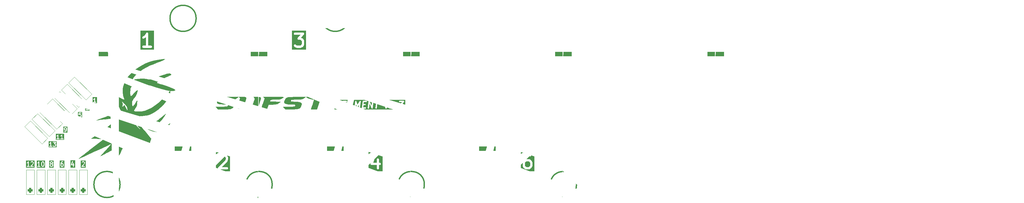
<source format=gto>
G04 #@! TF.GenerationSoftware,KiCad,Pcbnew,7.0.7*
G04 #@! TF.CreationDate,2023-09-19T02:58:37+01:00*
G04 #@! TF.ProjectId,segment-stagx,7365676d-656e-4742-9d73-746167782e6b,rev?*
G04 #@! TF.SameCoordinates,Original*
G04 #@! TF.FileFunction,Legend,Top*
G04 #@! TF.FilePolarity,Positive*
%FSLAX46Y46*%
G04 Gerber Fmt 4.6, Leading zero omitted, Abs format (unit mm)*
G04 Created by KiCad (PCBNEW 7.0.7) date 2023-09-19 02:58:37*
%MOMM*%
%LPD*%
G01*
G04 APERTURE LIST*
G04 Aperture macros list*
%AMRoundRect*
0 Rectangle with rounded corners*
0 $1 Rounding radius*
0 $2 $3 $4 $5 $6 $7 $8 $9 X,Y pos of 4 corners*
0 Add a 4 corners polygon primitive as box body*
4,1,4,$2,$3,$4,$5,$6,$7,$8,$9,$2,$3,0*
0 Add four circle primitives for the rounded corners*
1,1,$1+$1,$2,$3*
1,1,$1+$1,$4,$5*
1,1,$1+$1,$6,$7*
1,1,$1+$1,$8,$9*
0 Add four rect primitives between the rounded corners*
20,1,$1+$1,$2,$3,$4,$5,0*
20,1,$1+$1,$4,$5,$6,$7,0*
20,1,$1+$1,$6,$7,$8,$9,0*
20,1,$1+$1,$8,$9,$2,$3,0*%
%AMFreePoly0*
4,1,97,15.674732,9.680902,15.711059,9.630902,15.713002,9.575885,15.656903,9.350124,15.655772,9.346248,15.507441,8.905005,15.505771,8.900706,15.317321,8.474735,15.315263,8.470608,15.088386,8.063802,15.085956,8.059882,14.822580,7.675696,14.819799,7.672016,14.522347,7.313940,14.519644,7.310941,14.356651,7.144161,3.605859,-3.606630,3.448131,-3.760956,3.445301,-3.763520,3.213646,-3.957901,
3.181553,-3.985940,3.178041,-3.988741,3.169478,-3.994961,3.107865,-4.046663,3.104402,-4.049320,2.835678,-4.237482,2.811447,-4.255088,2.807693,-4.257565,2.802943,-4.260402,2.743349,-4.302132,2.739668,-4.304477,2.428112,-4.484354,2.418705,-4.489975,2.414737,-4.492110,2.414382,-4.492280,2.357954,-4.524860,2.354083,-4.526876,1.954613,-4.713151,1.950581,-4.714821,1.536397,-4.865572,
1.532235,-4.866884,1.106488,-4.980962,1.102228,-4.981907,0.668158,-5.058445,0.663831,-5.059014,0.224743,-5.097430,0.220383,-5.097620,-0.220383,-5.097620,-0.224743,-5.097430,-0.663831,-5.059014,-0.668158,-5.058445,-1.102228,-4.981907,-1.106488,-4.980962,-1.532235,-4.866884,-1.536397,-4.865572,-1.950581,-4.714821,-1.954613,-4.713151,-2.354083,-4.526876,-2.357954,-4.524860,-2.414382,-4.492280,
-2.414737,-4.492110,-2.418705,-4.489975,-2.428112,-4.484354,-2.739668,-4.304477,-2.743349,-4.302132,-2.802943,-4.260402,-2.807693,-4.257565,-2.811447,-4.255088,-2.835678,-4.237482,-3.104402,-4.049320,-3.107865,-4.046663,-3.169478,-3.994961,-3.178041,-3.988741,-3.181553,-3.985940,-3.213646,-3.957901,-3.445301,-3.763520,-3.448131,-3.760956,-3.605859,-3.606630,-14.356651,7.144161,-14.519644,7.310941,
-14.522347,7.313940,-14.819799,7.672017,-14.822580,7.675697,-15.085955,8.059882,-15.088385,8.063802,-15.315262,8.470608,-15.317320,8.474735,-15.505771,8.900706,-15.507441,8.905005,-15.655771,9.346248,-15.656902,9.350124,-15.713002,9.575884,-15.708642,9.637534,-15.668878,9.684846,-15.615953,9.700000,15.615953,9.700000,15.674732,9.680902,15.674732,9.680902,$1*%
%AMFreePoly1*
4,1,156,6.030900,9.795106,6.030902,9.795106,6.089681,9.776008,6.089684,9.776005,6.099134,9.769137,6.139679,9.739683,6.139683,9.739677,6.148317,9.727791,6.176006,9.689685,6.176009,9.689677,6.180903,9.674613,6.195106,9.630906,6.195106,9.630902,6.200000,9.600000,6.200000,1.000000,6.199827,0.998908,6.199988,0.997818,6.197608,0.779617,6.196321,0.772033,6.196858,0.764368,
6.158823,0.329626,6.156699,0.321110,6.156547,0.312328,6.080767,-0.117444,6.077908,-0.125743,6.076991,-0.134478,5.964042,-0.556009,5.960468,-0.564034,5.958794,-0.572649,5.809536,-0.982733,5.805280,-0.990408,5.802860,-0.998853,5.618429,-1.394367,5.613520,-1.401643,5.610373,-1.409843,5.392172,-1.787778,5.386643,-1.794604,5.382796,-1.802493,5.132486,-2.159973,5.126386,-2.166288,
5.121865,-2.173815,4.841353,-2.508118,4.835546,-2.513164,4.831098,-2.519431,4.678490,-2.675404,4.677604,-2.676061,4.676956,-2.676955,3.676956,-3.676956,3.676060,-3.677606,3.675404,-3.678490,3.519430,-3.831099,3.513164,-3.835546,3.508118,-3.841353,3.173815,-4.121866,3.166285,-4.126389,3.159973,-4.132486,2.802494,-4.382796,2.794597,-4.386646,2.787778,-4.392170,2.409843,-4.610372,
2.401643,-4.613519,2.394366,-4.618429,1.998853,-4.802860,1.990408,-4.805280,1.982733,-4.809536,1.572649,-4.958794,1.564034,-4.960468,1.556009,-4.964042,1.134478,-5.076991,1.125743,-5.077908,1.117444,-5.080767,0.687672,-5.156547,0.678887,-5.156699,0.670374,-5.158823,0.235633,-5.196858,0.226874,-5.196245,0.218201,-5.197620,-0.218201,-5.197620,-0.226874,-5.196245,-0.235632,-5.196858,
-0.670374,-5.158823,-0.678887,-5.156699,-0.687672,-5.156547,-1.117444,-5.080767,-1.125743,-5.077908,-1.134478,-5.076991,-1.556009,-4.964042,-1.564034,-4.960468,-1.572649,-4.958794,-1.982733,-4.809536,-1.990408,-4.805280,-1.998853,-4.802860,-2.394367,-4.618429,-2.401643,-4.613520,-2.409843,-4.610373,-2.787778,-4.392172,-2.794604,-4.386643,-2.802493,-4.382796,-3.159973,-4.132486,-3.166288,-4.126386,
-3.173815,-4.121865,-3.508118,-3.841353,-3.513164,-3.835546,-3.519431,-3.831098,-3.675404,-3.678490,-3.676061,-3.677604,-3.676955,-3.676956,-16.176956,8.823044,-16.177568,8.823888,-16.178406,8.824510,-16.324226,8.973367,-16.328486,8.979359,-16.334056,8.984163,-16.603182,9.302345,-16.606994,9.308634,-16.612200,9.313833,-16.734802,9.482328,-16.749026,9.510196,-16.749046,9.510259,-16.749090,9.510319,
-16.763262,9.553937,-16.763272,9.553934,-16.768166,9.568960,-16.768166,9.569030,-16.768188,9.569098,-16.768188,9.584903,-16.768177,9.584903,-16.768210,9.630763,-16.768188,9.630830,-16.768188,9.630902,-16.754018,9.674511,-16.754028,9.674515,-16.749156,9.689549,-16.749114,9.689606,-16.749090,9.689681,-16.749086,9.689685,-16.739796,9.702470,-16.739787,9.702464,-16.712867,9.739577,-16.712857,9.739584,
-16.712805,9.739621,-16.712766,9.739676,-16.675665,9.766633,-16.675671,9.766641,-16.662893,9.775940,-16.662829,9.775960,-16.662767,9.776006,-16.662756,9.776010,-16.647724,9.780893,-16.647720,9.780882,-16.604129,9.795084,-16.604050,9.795084,-16.603986,9.795105,-16.573082,9.800000,6.000000,9.800000,6.030900,9.795106,6.030900,9.795106,$1*%
%AMFreePoly2*
4,1,158,16.603987,9.795104,16.604048,9.795084,16.604121,9.795084,16.647726,9.780882,16.647730,9.780892,16.662760,9.776009,16.662816,9.775967,16.662887,9.775945,16.662891,9.775942,16.675670,9.766643,16.675663,9.766634,16.712761,9.739683,16.712763,9.739679,16.712803,9.739623,16.712862,9.739581,16.739791,9.702459,16.739800,9.702466,16.749089,9.689681,16.749110,9.689614,16.749153,9.689556,
16.749154,9.689555,16.754027,9.674521,16.754016,9.674517,16.768188,9.630903,16.768188,9.630832,16.768210,9.630765,16.768178,9.584900,16.768188,9.584900,16.768188,9.569098,16.768167,9.569033,16.768167,9.568960,16.763272,9.553931,16.763261,9.553934,16.749090,9.510319,16.749087,9.510316,16.749047,9.510262,16.749027,9.510198,16.734801,9.482327,16.612197,9.313832,16.606991,9.308634,
16.603181,9.302348,16.334055,8.984165,16.328486,8.979362,16.324225,8.973368,16.178406,8.824510,16.177568,8.823887,16.176956,8.823045,3.676956,-3.676956,3.676060,-3.677606,3.675404,-3.678490,3.519430,-3.831099,3.513164,-3.835546,3.508118,-3.841353,3.173815,-4.121866,3.166285,-4.126389,3.159973,-4.132486,2.802494,-4.382796,2.794597,-4.386646,2.787778,-4.392170,2.409843,-4.610372,
2.401643,-4.613519,2.394366,-4.618429,1.998853,-4.802860,1.990408,-4.805280,1.982733,-4.809536,1.572649,-4.958794,1.564034,-4.960468,1.556009,-4.964042,1.134478,-5.076991,1.125743,-5.077908,1.117444,-5.080767,0.687672,-5.156547,0.678887,-5.156699,0.670374,-5.158823,0.235633,-5.196858,0.226874,-5.196245,0.218201,-5.197620,-0.218201,-5.197620,-0.226874,-5.196245,-0.235632,-5.196858,
-0.670374,-5.158823,-0.678887,-5.156699,-0.687672,-5.156547,-1.117444,-5.080767,-1.125743,-5.077908,-1.134478,-5.076991,-1.556009,-4.964042,-1.564034,-4.960468,-1.572649,-4.958794,-1.982733,-4.809536,-1.990408,-4.805280,-1.998853,-4.802860,-2.394367,-4.618429,-2.401643,-4.613520,-2.409843,-4.610373,-2.787778,-4.392172,-2.794604,-4.386643,-2.802493,-4.382796,-3.159973,-4.132486,-3.166288,-4.126386,
-3.173815,-4.121865,-3.508118,-3.841353,-3.513164,-3.835546,-3.519431,-3.831098,-3.675404,-3.678490,-3.676061,-3.677604,-3.676955,-3.676956,-4.676956,-2.676956,-4.677585,-2.676088,-4.678446,-2.675450,-4.831105,-2.519522,-4.835578,-2.513225,-4.841401,-2.508164,-5.121919,-2.173856,-5.126442,-2.166326,-5.132540,-2.160013,-5.382853,-1.802530,-5.386703,-1.794633,-5.392227,-1.787814,-5.610432,-1.409874,
-5.613578,-1.401677,-5.618489,-1.394398,-5.802923,-0.998879,-5.805343,-0.990434,-5.809599,-0.982759,-5.958859,-0.572670,-5.960533,-0.564055,-5.964107,-0.556030,-6.077058,-0.134492,-6.077975,-0.125757,-6.080834,-0.117458,-6.156615,0.312319,-6.156767,0.321102,-6.158891,0.329618,-6.196926,0.764366,-6.196387,0.772064,-6.197676,0.779678,-6.199988,0.997882,-6.199831,0.998937,-6.200000,1.000000,
-6.200000,9.600000,-6.195106,9.630902,-6.190212,9.645964,-6.176008,9.689681,-6.176005,9.689684,-6.166695,9.702497,-6.139683,9.739679,-6.139677,9.739683,-6.126863,9.748992,-6.089685,9.776006,-6.089677,9.776009,-6.074613,9.780903,-6.074612,9.780902,-6.030906,9.795106,-6.030900,9.795106,-6.000000,9.800000,16.573082,9.800000,16.603987,9.795104,16.603987,9.795104,$1*%
G04 Aperture macros list end*
%ADD10C,0.400000*%
%ADD11C,0.700000*%
%ADD12C,0.150000*%
%ADD13C,0.750000*%
%ADD14C,0.200000*%
%ADD15C,0.250000*%
%ADD16C,0.300000*%
%ADD17C,0.500000*%
%ADD18C,0.120000*%
%ADD19O,5.300000X10.300000*%
%ADD20RoundRect,0.700000X2.500000X0.000000X-2.500000X0.000000X-2.500000X0.000000X2.500000X0.000000X0*%
%ADD21FreePoly0,180.000000*%
%ADD22RoundRect,0.700000X-2.500000X0.000000X2.500000X0.000000X2.500000X0.000000X-2.500000X0.000000X0*%
%ADD23FreePoly1,0.000000*%
%ADD24RoundRect,0.450000X-0.494975X0.000000X0.000000X-0.494975X0.494975X0.000000X0.000000X0.494975X0*%
%ADD25C,1.600000*%
%ADD26RoundRect,0.450000X0.350000X-0.350000X0.350000X0.350000X-0.350000X0.350000X-0.350000X-0.350000X0*%
%ADD27FreePoly0,0.000000*%
%ADD28FreePoly2,0.000000*%
G04 APERTURE END LIST*
D10*
X325500000Y-131200000D02*
G75*
G03*
X325500000Y-131200000I-4000000J0D01*
G01*
X278900000Y-131200000D02*
G75*
G03*
X278900000Y-131200000I-4000000J0D01*
G01*
X232300000Y-131200000D02*
G75*
G03*
X232300000Y-131200000I-4000000J0D01*
G01*
X185700000Y-131200000D02*
G75*
G03*
X185700000Y-131200000I-4000000J0D01*
G01*
X139100000Y-131200000D02*
G75*
G03*
X139100000Y-131200000I-4000000J0D01*
G01*
X92500000Y-131200000D02*
G75*
G03*
X92500000Y-131200000I-4000000J0D01*
G01*
X348800000Y-80200000D02*
G75*
G03*
X348800000Y-80200000I-4000000J0D01*
G01*
X302200000Y-80200000D02*
G75*
G03*
X302200000Y-80200000I-4000000J0D01*
G01*
X255600000Y-80200000D02*
G75*
G03*
X255600000Y-80200000I-4000000J0D01*
G01*
X209000000Y-80200000D02*
G75*
G03*
X209000000Y-80200000I-4000000J0D01*
G01*
X162400000Y-80200000D02*
G75*
G03*
X162400000Y-80200000I-4000000J0D01*
G01*
X115800000Y-80200000D02*
G75*
G03*
X115800000Y-80200000I-4000000J0D01*
G01*
D11*
G36*
X357939098Y-89835505D02*
G01*
X350002196Y-89835505D01*
X350002196Y-88942979D01*
X350573625Y-88942979D01*
X350601909Y-89054669D01*
X350664927Y-89151125D01*
X350755848Y-89221892D01*
X350864822Y-89259302D01*
X350922430Y-89264076D01*
X353208145Y-89264076D01*
X353321790Y-89245112D01*
X353423119Y-89190275D01*
X353501153Y-89105508D01*
X353547435Y-88999996D01*
X353556950Y-88885173D01*
X353528666Y-88773483D01*
X353465648Y-88677027D01*
X353374727Y-88606260D01*
X353265753Y-88568850D01*
X353208145Y-88564076D01*
X352415287Y-88564076D01*
X352415287Y-88518659D01*
X354191777Y-88518659D01*
X354206028Y-88632990D01*
X354256631Y-88736499D01*
X354293990Y-88780610D01*
X354484466Y-88971086D01*
X354506801Y-88987033D01*
X354526038Y-89006617D01*
X354575430Y-89036650D01*
X354956382Y-89227126D01*
X355006108Y-89242415D01*
X355055299Y-89259302D01*
X355063145Y-89259952D01*
X355066511Y-89260987D01*
X355073067Y-89260774D01*
X355112907Y-89264076D01*
X356255764Y-89264076D01*
X356307063Y-89255515D01*
X356358628Y-89248619D01*
X356365937Y-89245691D01*
X356369409Y-89245112D01*
X356375176Y-89241990D01*
X356412289Y-89227126D01*
X356793241Y-89036650D01*
X356815439Y-89020498D01*
X356840093Y-89008446D01*
X356884204Y-88971087D01*
X357074680Y-88780610D01*
X357090628Y-88758272D01*
X357110208Y-88739040D01*
X357140241Y-88689648D01*
X357330718Y-88308696D01*
X357346004Y-88258981D01*
X357362895Y-88209779D01*
X357363545Y-88201933D01*
X357364580Y-88198568D01*
X357364367Y-88192010D01*
X357367669Y-88152171D01*
X357367669Y-87199790D01*
X357359108Y-87148492D01*
X357352212Y-87096926D01*
X357349284Y-87089617D01*
X357348705Y-87086145D01*
X357345582Y-87080375D01*
X357330718Y-87043265D01*
X357140241Y-86662313D01*
X357124093Y-86640119D01*
X357112039Y-86615462D01*
X357074680Y-86571351D01*
X356884204Y-86380874D01*
X356861865Y-86364924D01*
X356842632Y-86345344D01*
X356793241Y-86315311D01*
X356419965Y-86128673D01*
X357281071Y-85144553D01*
X357294009Y-85123613D01*
X357310677Y-85105508D01*
X357324085Y-85074939D01*
X357341635Y-85046538D01*
X357347072Y-85022533D01*
X357356959Y-84999996D01*
X357359716Y-84966724D01*
X357367091Y-84934170D01*
X357364441Y-84909705D01*
X357366474Y-84885173D01*
X357358278Y-84852810D01*
X357354684Y-84819624D01*
X357344231Y-84797340D01*
X357338190Y-84773483D01*
X357319932Y-84745538D01*
X357305755Y-84715313D01*
X357288632Y-84697630D01*
X357275172Y-84677027D01*
X357248829Y-84656523D01*
X357225607Y-84632541D01*
X357203673Y-84621376D01*
X357184251Y-84606260D01*
X357152679Y-84595421D01*
X357122927Y-84580278D01*
X357098552Y-84576840D01*
X357075277Y-84568850D01*
X357017669Y-84564076D01*
X354541478Y-84564076D01*
X354427833Y-84583040D01*
X354326504Y-84637877D01*
X354248470Y-84722644D01*
X354202188Y-84828156D01*
X354192673Y-84942979D01*
X354220957Y-85054669D01*
X354283975Y-85151125D01*
X354374896Y-85221892D01*
X354483870Y-85259302D01*
X354541478Y-85264076D01*
X356246349Y-85264076D01*
X355420933Y-86207408D01*
X355407994Y-86228347D01*
X355391327Y-86246453D01*
X355377918Y-86277021D01*
X355360369Y-86305423D01*
X355354931Y-86329427D01*
X355345045Y-86351965D01*
X355342287Y-86385236D01*
X355334913Y-86417791D01*
X355337562Y-86442254D01*
X355335530Y-86466788D01*
X355343726Y-86499155D01*
X355347321Y-86532337D01*
X355357771Y-86554616D01*
X355363814Y-86578478D01*
X355382072Y-86606424D01*
X355396249Y-86636648D01*
X355413371Y-86654330D01*
X355426832Y-86674934D01*
X355453174Y-86695437D01*
X355476397Y-86719420D01*
X355498330Y-86730584D01*
X355517753Y-86745701D01*
X355549324Y-86756539D01*
X355579077Y-86771683D01*
X355603451Y-86775120D01*
X355626727Y-86783111D01*
X355684335Y-86787885D01*
X356173139Y-86787885D01*
X356429389Y-86916009D01*
X356539543Y-87026163D01*
X356667669Y-87282414D01*
X356667669Y-88069546D01*
X356539543Y-88325797D01*
X356429389Y-88435951D01*
X356173139Y-88564076D01*
X355195531Y-88564076D01*
X354939280Y-88435951D01*
X354788966Y-88285636D01*
X354695197Y-88218686D01*
X354584772Y-88185811D01*
X354469654Y-88190572D01*
X354362319Y-88232454D01*
X354274399Y-88306917D01*
X354215421Y-88405894D01*
X354191777Y-88518659D01*
X352415287Y-88518659D01*
X352415287Y-84914076D01*
X352413156Y-84901306D01*
X352414345Y-84888414D01*
X352403718Y-84844751D01*
X352396323Y-84800431D01*
X352390161Y-84789045D01*
X352387100Y-84776466D01*
X352362870Y-84738616D01*
X352341486Y-84699102D01*
X352331962Y-84690335D01*
X352324981Y-84679429D01*
X352289773Y-84651496D01*
X352256719Y-84621068D01*
X352244864Y-84615868D01*
X352234720Y-84607820D01*
X352192348Y-84592832D01*
X352151207Y-84574786D01*
X352138307Y-84573717D01*
X352126100Y-84569399D01*
X352081162Y-84568981D01*
X352036384Y-84565271D01*
X352023833Y-84568449D01*
X352010887Y-84568329D01*
X351968252Y-84582524D01*
X351924694Y-84593555D01*
X351913855Y-84600636D01*
X351901572Y-84604726D01*
X351865858Y-84631994D01*
X351828238Y-84656573D01*
X351820285Y-84666790D01*
X351809997Y-84674646D01*
X351774069Y-84719931D01*
X351412340Y-85262523D01*
X351096057Y-85578807D01*
X350765906Y-85743883D01*
X350672739Y-85811669D01*
X350606632Y-85906032D01*
X350574745Y-86016748D01*
X350580535Y-86131819D01*
X350623375Y-86238775D01*
X350698622Y-86326024D01*
X350798124Y-86384115D01*
X350911094Y-86406750D01*
X351025293Y-86391476D01*
X351078954Y-86369983D01*
X351459907Y-86179507D01*
X351482104Y-86163356D01*
X351506760Y-86151303D01*
X351550871Y-86113944D01*
X351715287Y-85949527D01*
X351715287Y-88564076D01*
X350922430Y-88564076D01*
X350808785Y-88583040D01*
X350707456Y-88637877D01*
X350629422Y-88722644D01*
X350583140Y-88828156D01*
X350573625Y-88942979D01*
X350002196Y-88942979D01*
X350002196Y-83992647D01*
X357939098Y-83992647D01*
X357939098Y-89835505D01*
G37*
G36*
X339637903Y-89835505D02*
G01*
X331702196Y-89835505D01*
X331702196Y-88942979D01*
X332273625Y-88942979D01*
X332301909Y-89054669D01*
X332364927Y-89151125D01*
X332455848Y-89221892D01*
X332564822Y-89259302D01*
X332622430Y-89264076D01*
X334908145Y-89264076D01*
X335021790Y-89245112D01*
X335123119Y-89190275D01*
X335201153Y-89105508D01*
X335247435Y-88999996D01*
X335252160Y-88942979D01*
X336083149Y-88942979D01*
X336111433Y-89054669D01*
X336174451Y-89151125D01*
X336265372Y-89221892D01*
X336374346Y-89259302D01*
X336431954Y-89264076D01*
X338717669Y-89264076D01*
X338831314Y-89245112D01*
X338932643Y-89190275D01*
X339010677Y-89105508D01*
X339056959Y-88999996D01*
X339066474Y-88885173D01*
X339038190Y-88773483D01*
X338975172Y-88677027D01*
X338884251Y-88606260D01*
X338775277Y-88568850D01*
X338717669Y-88564076D01*
X337924811Y-88564076D01*
X337924811Y-84914076D01*
X337922680Y-84901306D01*
X337923869Y-84888414D01*
X337913242Y-84844751D01*
X337905847Y-84800431D01*
X337899685Y-84789045D01*
X337896624Y-84776466D01*
X337872394Y-84738616D01*
X337851010Y-84699102D01*
X337841486Y-84690335D01*
X337834505Y-84679429D01*
X337799297Y-84651496D01*
X337766243Y-84621068D01*
X337754388Y-84615868D01*
X337744244Y-84607820D01*
X337701872Y-84592832D01*
X337660731Y-84574786D01*
X337647831Y-84573717D01*
X337635624Y-84569399D01*
X337590686Y-84568981D01*
X337545908Y-84565271D01*
X337533357Y-84568449D01*
X337520411Y-84568329D01*
X337477776Y-84582524D01*
X337434218Y-84593555D01*
X337423379Y-84600636D01*
X337411096Y-84604726D01*
X337375382Y-84631994D01*
X337337762Y-84656573D01*
X337329809Y-84666790D01*
X337319521Y-84674646D01*
X337283593Y-84719931D01*
X336921864Y-85262523D01*
X336605581Y-85578807D01*
X336275430Y-85743883D01*
X336182263Y-85811669D01*
X336116156Y-85906032D01*
X336084269Y-86016748D01*
X336090059Y-86131819D01*
X336132899Y-86238775D01*
X336208146Y-86326024D01*
X336307648Y-86384115D01*
X336420618Y-86406750D01*
X336534817Y-86391476D01*
X336588478Y-86369983D01*
X336969431Y-86179507D01*
X336991628Y-86163356D01*
X337016284Y-86151303D01*
X337060395Y-86113944D01*
X337224811Y-85949527D01*
X337224811Y-88564076D01*
X336431954Y-88564076D01*
X336318309Y-88583040D01*
X336216980Y-88637877D01*
X336138946Y-88722644D01*
X336092664Y-88828156D01*
X336083149Y-88942979D01*
X335252160Y-88942979D01*
X335256950Y-88885173D01*
X335228666Y-88773483D01*
X335165648Y-88677027D01*
X335074727Y-88606260D01*
X334965753Y-88568850D01*
X334908145Y-88564076D01*
X334115287Y-88564076D01*
X334115287Y-84914076D01*
X334113156Y-84901306D01*
X334114345Y-84888414D01*
X334103718Y-84844751D01*
X334096323Y-84800431D01*
X334090161Y-84789045D01*
X334087100Y-84776466D01*
X334062870Y-84738616D01*
X334041486Y-84699102D01*
X334031962Y-84690335D01*
X334024981Y-84679429D01*
X333989773Y-84651496D01*
X333956719Y-84621068D01*
X333944864Y-84615868D01*
X333934720Y-84607820D01*
X333892348Y-84592832D01*
X333851207Y-84574786D01*
X333838307Y-84573717D01*
X333826100Y-84569399D01*
X333781162Y-84568981D01*
X333736384Y-84565271D01*
X333723833Y-84568449D01*
X333710887Y-84568329D01*
X333668252Y-84582524D01*
X333624694Y-84593555D01*
X333613855Y-84600636D01*
X333601572Y-84604726D01*
X333565858Y-84631994D01*
X333528238Y-84656573D01*
X333520285Y-84666790D01*
X333509997Y-84674646D01*
X333474069Y-84719931D01*
X333112340Y-85262523D01*
X332796057Y-85578807D01*
X332465906Y-85743883D01*
X332372739Y-85811669D01*
X332306632Y-85906032D01*
X332274745Y-86016748D01*
X332280535Y-86131819D01*
X332323375Y-86238775D01*
X332398622Y-86326024D01*
X332498124Y-86384115D01*
X332611094Y-86406750D01*
X332725293Y-86391476D01*
X332778954Y-86369983D01*
X333159907Y-86179507D01*
X333182104Y-86163356D01*
X333206760Y-86151303D01*
X333250871Y-86113944D01*
X333415287Y-85949527D01*
X333415287Y-88564076D01*
X332622430Y-88564076D01*
X332508785Y-88583040D01*
X332407456Y-88637877D01*
X332329422Y-88722644D01*
X332283140Y-88828156D01*
X332273625Y-88942979D01*
X331702196Y-88942979D01*
X331702196Y-83993842D01*
X339637903Y-83993842D01*
X339637903Y-89835505D01*
G37*
G36*
X334639098Y-127135505D02*
G01*
X326702196Y-127135505D01*
X326702196Y-126242979D01*
X327273625Y-126242979D01*
X327301909Y-126354669D01*
X327364927Y-126451125D01*
X327455848Y-126521892D01*
X327564822Y-126559302D01*
X327622430Y-126564076D01*
X329908145Y-126564076D01*
X330021790Y-126545112D01*
X330123119Y-126490275D01*
X330201153Y-126405508D01*
X330247435Y-126299996D01*
X330252160Y-126242979D01*
X330892673Y-126242979D01*
X330898026Y-126264117D01*
X330898927Y-126285901D01*
X330912076Y-126319599D01*
X330920957Y-126354669D01*
X330932882Y-126372922D01*
X330940809Y-126393236D01*
X330964190Y-126420842D01*
X330983975Y-126451125D01*
X331001179Y-126464516D01*
X331015273Y-126481156D01*
X331046350Y-126499673D01*
X331074896Y-126521892D01*
X331095518Y-126528971D01*
X331114250Y-126540133D01*
X331149657Y-126547557D01*
X331183870Y-126559302D01*
X331219920Y-126562289D01*
X331227015Y-126563777D01*
X331231349Y-126563236D01*
X331241478Y-126564076D01*
X333717669Y-126564076D01*
X333831314Y-126545112D01*
X333932643Y-126490275D01*
X334010677Y-126405508D01*
X334056959Y-126299996D01*
X334066474Y-126185173D01*
X334038190Y-126073483D01*
X333975172Y-125977027D01*
X333884251Y-125906260D01*
X333775277Y-125868850D01*
X333717669Y-125864076D01*
X332086452Y-125864076D01*
X333774679Y-124175849D01*
X333804905Y-124133514D01*
X333836485Y-124092183D01*
X333839582Y-124084946D01*
X333841629Y-124082080D01*
X333843501Y-124075790D01*
X333859231Y-124039041D01*
X334049708Y-123467614D01*
X334053983Y-123440498D01*
X334062895Y-123414541D01*
X334067669Y-123356933D01*
X334067669Y-122975980D01*
X334059108Y-122924682D01*
X334052212Y-122873116D01*
X334049284Y-122865807D01*
X334048705Y-122862335D01*
X334045582Y-122856565D01*
X334030718Y-122819455D01*
X333840241Y-122438503D01*
X333824093Y-122416309D01*
X333812039Y-122391652D01*
X333774680Y-122347541D01*
X333584203Y-122157065D01*
X333561867Y-122141117D01*
X333542632Y-122121535D01*
X333493241Y-122091502D01*
X333112289Y-121901026D01*
X333062558Y-121885735D01*
X333013372Y-121868850D01*
X333005526Y-121868199D01*
X333002161Y-121867165D01*
X332995603Y-121867377D01*
X332955764Y-121864076D01*
X332003383Y-121864076D01*
X331952081Y-121872636D01*
X331900520Y-121879533D01*
X331893210Y-121882460D01*
X331889738Y-121883040D01*
X331883968Y-121886162D01*
X331846858Y-121901026D01*
X331465906Y-122091502D01*
X331443709Y-122107651D01*
X331419054Y-122119705D01*
X331374943Y-122157064D01*
X331184467Y-122347541D01*
X331117517Y-122441309D01*
X331084642Y-122551735D01*
X331089403Y-122666853D01*
X331131285Y-122774188D01*
X331205749Y-122862108D01*
X331304726Y-122921085D01*
X331417491Y-122944729D01*
X331531822Y-122930478D01*
X331635331Y-122879875D01*
X331679441Y-122842515D01*
X331829755Y-122692201D01*
X332086007Y-122564076D01*
X332873139Y-122564076D01*
X333129390Y-122692201D01*
X333239543Y-122802354D01*
X333367669Y-123058604D01*
X333367669Y-123300135D01*
X333221281Y-123739296D01*
X330993991Y-125966589D01*
X330972970Y-125996029D01*
X330948470Y-126022644D01*
X330939711Y-126042610D01*
X330927041Y-126060357D01*
X330916718Y-126095029D01*
X330902188Y-126128156D01*
X330900387Y-126149885D01*
X330894166Y-126170783D01*
X330895660Y-126206924D01*
X330892673Y-126242979D01*
X330252160Y-126242979D01*
X330256950Y-126185173D01*
X330228666Y-126073483D01*
X330165648Y-125977027D01*
X330074727Y-125906260D01*
X329965753Y-125868850D01*
X329908145Y-125864076D01*
X329115287Y-125864076D01*
X329115287Y-122214076D01*
X329113156Y-122201306D01*
X329114345Y-122188414D01*
X329103718Y-122144751D01*
X329096323Y-122100431D01*
X329090161Y-122089045D01*
X329087100Y-122076466D01*
X329062870Y-122038616D01*
X329041486Y-121999102D01*
X329031962Y-121990335D01*
X329024981Y-121979429D01*
X328989773Y-121951496D01*
X328956719Y-121921068D01*
X328944864Y-121915868D01*
X328934720Y-121907820D01*
X328892348Y-121892832D01*
X328851207Y-121874786D01*
X328838307Y-121873717D01*
X328826100Y-121869399D01*
X328781162Y-121868981D01*
X328736384Y-121865271D01*
X328723833Y-121868449D01*
X328710887Y-121868329D01*
X328668252Y-121882524D01*
X328624694Y-121893555D01*
X328613855Y-121900636D01*
X328601572Y-121904726D01*
X328565858Y-121931994D01*
X328528238Y-121956573D01*
X328520285Y-121966790D01*
X328509997Y-121974646D01*
X328474069Y-122019931D01*
X328112340Y-122562523D01*
X327796057Y-122878807D01*
X327465906Y-123043883D01*
X327372739Y-123111669D01*
X327306632Y-123206032D01*
X327274745Y-123316748D01*
X327280535Y-123431819D01*
X327323375Y-123538775D01*
X327398622Y-123626024D01*
X327498124Y-123684115D01*
X327611094Y-123706750D01*
X327725293Y-123691476D01*
X327778954Y-123669983D01*
X328159907Y-123479507D01*
X328182104Y-123463356D01*
X328206760Y-123451303D01*
X328250871Y-123413944D01*
X328415287Y-123249527D01*
X328415287Y-125864076D01*
X327622430Y-125864076D01*
X327508785Y-125883040D01*
X327407456Y-125937877D01*
X327329422Y-126022644D01*
X327283140Y-126128156D01*
X327273625Y-126242979D01*
X326702196Y-126242979D01*
X326702196Y-121292647D01*
X334639098Y-121292647D01*
X334639098Y-127135505D01*
G37*
G36*
X314638914Y-122692201D02*
G01*
X314749065Y-122802352D01*
X314896960Y-123098142D01*
X315067669Y-123780973D01*
X315067669Y-124647177D01*
X314896960Y-125330008D01*
X314749065Y-125625800D01*
X314638913Y-125735951D01*
X314382663Y-125864076D01*
X314166960Y-125864076D01*
X313910708Y-125735950D01*
X313800554Y-125625796D01*
X313652661Y-125330011D01*
X313481954Y-124647179D01*
X313481954Y-123780971D01*
X313652661Y-123098139D01*
X313800555Y-122802353D01*
X313910707Y-122692202D01*
X314166960Y-122564076D01*
X314382663Y-122564076D01*
X314638914Y-122692201D01*
G37*
G36*
X316339098Y-127135505D02*
G01*
X308402196Y-127135505D01*
X308402196Y-126242979D01*
X308973625Y-126242979D01*
X309001909Y-126354669D01*
X309064927Y-126451125D01*
X309155848Y-126521892D01*
X309264822Y-126559302D01*
X309322430Y-126564076D01*
X311608145Y-126564076D01*
X311721790Y-126545112D01*
X311823119Y-126490275D01*
X311901153Y-126405508D01*
X311947435Y-126299996D01*
X311956950Y-126185173D01*
X311928666Y-126073483D01*
X311865648Y-125977027D01*
X311774727Y-125906260D01*
X311665753Y-125868850D01*
X311608145Y-125864076D01*
X310815287Y-125864076D01*
X310815287Y-124690266D01*
X312781954Y-124690266D01*
X312784265Y-124704120D01*
X312783064Y-124718108D01*
X312792404Y-124775153D01*
X312982880Y-125537059D01*
X312986639Y-125545701D01*
X312987888Y-125555035D01*
X313009381Y-125608696D01*
X313199858Y-125989649D01*
X313216006Y-126011844D01*
X313228060Y-126036499D01*
X313265419Y-126080610D01*
X313455895Y-126271086D01*
X313478233Y-126287035D01*
X313497467Y-126306616D01*
X313546858Y-126336650D01*
X313927810Y-126527125D01*
X313977524Y-126542411D01*
X314026727Y-126559302D01*
X314034572Y-126559952D01*
X314037938Y-126560987D01*
X314044495Y-126560774D01*
X314084335Y-126564076D01*
X314465288Y-126564076D01*
X314516587Y-126555515D01*
X314568152Y-126548619D01*
X314575461Y-126545691D01*
X314578933Y-126545112D01*
X314584700Y-126541990D01*
X314621813Y-126527126D01*
X315002765Y-126336650D01*
X315024963Y-126320498D01*
X315049617Y-126308446D01*
X315093728Y-126271087D01*
X315284204Y-126080610D01*
X315300154Y-126058269D01*
X315319732Y-126039039D01*
X315349766Y-125989648D01*
X315540241Y-125608696D01*
X315543009Y-125599690D01*
X315548138Y-125591789D01*
X315566742Y-125537059D01*
X315757219Y-124775154D01*
X315758336Y-124761153D01*
X315762895Y-124747874D01*
X315767669Y-124690266D01*
X315767669Y-123737885D01*
X315765357Y-123724031D01*
X315766559Y-123710043D01*
X315757219Y-123652997D01*
X315566742Y-122891092D01*
X315562982Y-122882449D01*
X315561734Y-122873116D01*
X315540241Y-122819455D01*
X315349766Y-122438503D01*
X315333615Y-122416305D01*
X315321563Y-122391652D01*
X315284204Y-122347541D01*
X315093727Y-122157065D01*
X315071391Y-122141117D01*
X315052156Y-122121535D01*
X315002765Y-122091502D01*
X314621813Y-121901026D01*
X314572082Y-121885735D01*
X314522896Y-121868850D01*
X314515050Y-121868199D01*
X314511685Y-121867165D01*
X314505127Y-121867377D01*
X314465288Y-121864076D01*
X314084335Y-121864076D01*
X314033019Y-121872639D01*
X313981471Y-121879534D01*
X313974165Y-121882460D01*
X313970690Y-121883040D01*
X313964915Y-121886165D01*
X313927810Y-121901027D01*
X313546858Y-122091502D01*
X313524660Y-122107652D01*
X313500007Y-122119705D01*
X313455896Y-122157064D01*
X313265420Y-122347541D01*
X313249472Y-122369875D01*
X313229891Y-122389111D01*
X313199858Y-122438502D01*
X313009381Y-122819455D01*
X313006612Y-122828460D01*
X313001484Y-122836362D01*
X312982880Y-122891092D01*
X312792404Y-123652998D01*
X312791286Y-123666997D01*
X312786728Y-123680277D01*
X312781954Y-123737885D01*
X312781954Y-124690266D01*
X310815287Y-124690266D01*
X310815287Y-122214076D01*
X310813156Y-122201306D01*
X310814345Y-122188414D01*
X310803718Y-122144751D01*
X310796323Y-122100431D01*
X310790161Y-122089045D01*
X310787100Y-122076466D01*
X310762870Y-122038616D01*
X310741486Y-121999102D01*
X310731962Y-121990335D01*
X310724981Y-121979429D01*
X310689773Y-121951496D01*
X310656719Y-121921068D01*
X310644864Y-121915868D01*
X310634720Y-121907820D01*
X310592348Y-121892832D01*
X310551207Y-121874786D01*
X310538307Y-121873717D01*
X310526100Y-121869399D01*
X310481162Y-121868981D01*
X310436384Y-121865271D01*
X310423833Y-121868449D01*
X310410887Y-121868329D01*
X310368252Y-121882524D01*
X310324694Y-121893555D01*
X310313855Y-121900636D01*
X310301572Y-121904726D01*
X310265858Y-121931994D01*
X310228238Y-121956573D01*
X310220285Y-121966790D01*
X310209997Y-121974646D01*
X310174069Y-122019931D01*
X309812340Y-122562523D01*
X309496057Y-122878807D01*
X309165906Y-123043883D01*
X309072739Y-123111669D01*
X309006632Y-123206032D01*
X308974745Y-123316748D01*
X308980535Y-123431819D01*
X309023375Y-123538775D01*
X309098622Y-123626024D01*
X309198124Y-123684115D01*
X309311094Y-123706750D01*
X309425293Y-123691476D01*
X309478954Y-123669983D01*
X309859907Y-123479507D01*
X309882104Y-123463356D01*
X309906760Y-123451303D01*
X309950871Y-123413944D01*
X310115287Y-123249527D01*
X310115287Y-125864076D01*
X309322430Y-125864076D01*
X309208785Y-125883040D01*
X309107456Y-125937877D01*
X309029422Y-126022644D01*
X308983140Y-126128156D01*
X308973625Y-126242979D01*
X308402196Y-126242979D01*
X308402196Y-121292647D01*
X316339098Y-121292647D01*
X316339098Y-127135505D01*
G37*
G36*
X264454578Y-124406486D02*
G01*
X264564731Y-124516640D01*
X264692856Y-124772890D01*
X264692856Y-125369546D01*
X264564731Y-125625797D01*
X264454577Y-125735951D01*
X264198327Y-125864076D01*
X263601672Y-125864076D01*
X263345418Y-125735949D01*
X263235267Y-125625798D01*
X263107141Y-125369546D01*
X263107141Y-124772890D01*
X263235266Y-124516640D01*
X263345420Y-124406486D01*
X263601671Y-124278361D01*
X264198329Y-124278361D01*
X264454578Y-124406486D01*
G37*
G36*
X264454578Y-122692201D02*
G01*
X264564731Y-122802354D01*
X264692856Y-123058604D01*
X264692856Y-123083832D01*
X264564731Y-123340082D01*
X264454578Y-123450235D01*
X264198327Y-123578361D01*
X263601672Y-123578361D01*
X263345417Y-123450234D01*
X263235266Y-123340082D01*
X263107142Y-123083832D01*
X263107142Y-123058604D01*
X263235266Y-122802354D01*
X263345417Y-122692203D01*
X263601672Y-122564076D01*
X264198327Y-122564076D01*
X264454578Y-122692201D01*
G37*
G36*
X265964286Y-127135505D02*
G01*
X261835713Y-127135505D01*
X261835713Y-125452171D01*
X262407142Y-125452171D01*
X262415702Y-125503470D01*
X262422599Y-125555035D01*
X262425526Y-125562344D01*
X262426106Y-125565816D01*
X262429227Y-125571583D01*
X262444092Y-125608696D01*
X262634568Y-125989648D01*
X262650716Y-126011843D01*
X262662771Y-126036500D01*
X262700131Y-126080610D01*
X262890608Y-126271087D01*
X262912946Y-126287036D01*
X262932179Y-126306616D01*
X262981570Y-126336650D01*
X263362522Y-126527125D01*
X263412236Y-126542411D01*
X263461439Y-126559302D01*
X263469284Y-126559952D01*
X263472650Y-126560987D01*
X263479207Y-126560774D01*
X263519047Y-126564076D01*
X264280952Y-126564076D01*
X264332251Y-126555515D01*
X264383816Y-126548619D01*
X264391125Y-126545691D01*
X264394597Y-126545112D01*
X264400364Y-126541990D01*
X264437477Y-126527126D01*
X264818429Y-126336650D01*
X264840627Y-126320498D01*
X264865281Y-126308446D01*
X264909392Y-126271087D01*
X265099868Y-126080610D01*
X265115816Y-126058272D01*
X265135396Y-126039040D01*
X265165429Y-125989648D01*
X265355906Y-125608696D01*
X265371192Y-125558981D01*
X265388083Y-125509779D01*
X265388733Y-125501933D01*
X265389768Y-125498568D01*
X265389555Y-125492010D01*
X265392857Y-125452171D01*
X265392857Y-124690266D01*
X265384296Y-124638968D01*
X265377400Y-124587402D01*
X265374472Y-124580093D01*
X265373893Y-124576621D01*
X265370770Y-124570851D01*
X265355906Y-124533741D01*
X265165429Y-124152789D01*
X265149281Y-124130595D01*
X265137227Y-124105938D01*
X265099868Y-124061827D01*
X264966401Y-123928361D01*
X265099868Y-123794896D01*
X265115816Y-123772558D01*
X265135396Y-123753326D01*
X265165429Y-123703934D01*
X265355906Y-123322982D01*
X265371192Y-123273267D01*
X265388083Y-123224065D01*
X265388733Y-123216219D01*
X265389768Y-123212854D01*
X265389555Y-123206296D01*
X265392857Y-123166457D01*
X265392857Y-122975980D01*
X265384296Y-122924682D01*
X265377400Y-122873116D01*
X265374472Y-122865807D01*
X265373893Y-122862335D01*
X265370770Y-122856565D01*
X265355906Y-122819455D01*
X265165429Y-122438503D01*
X265149281Y-122416309D01*
X265137227Y-122391652D01*
X265099868Y-122347541D01*
X264909391Y-122157065D01*
X264887055Y-122141117D01*
X264867820Y-122121535D01*
X264818429Y-122091502D01*
X264437477Y-121901026D01*
X264387746Y-121885735D01*
X264338560Y-121868850D01*
X264330714Y-121868199D01*
X264327349Y-121867165D01*
X264320791Y-121867377D01*
X264280952Y-121864076D01*
X263519047Y-121864076D01*
X263467731Y-121872639D01*
X263416183Y-121879534D01*
X263408877Y-121882460D01*
X263405402Y-121883040D01*
X263399627Y-121886165D01*
X263362522Y-121901027D01*
X262981570Y-122091502D01*
X262959372Y-122107652D01*
X262934719Y-122119705D01*
X262890608Y-122157064D01*
X262700131Y-122347540D01*
X262684181Y-122369878D01*
X262664601Y-122389112D01*
X262634568Y-122438503D01*
X262444092Y-122819455D01*
X262428801Y-122869185D01*
X262411916Y-122918372D01*
X262411265Y-122926217D01*
X262410231Y-122929583D01*
X262410443Y-122936140D01*
X262407142Y-122975980D01*
X262407142Y-123166457D01*
X262415702Y-123217756D01*
X262422599Y-123269321D01*
X262425526Y-123276630D01*
X262426106Y-123280102D01*
X262429227Y-123285869D01*
X262444092Y-123322982D01*
X262634568Y-123703934D01*
X262650719Y-123726132D01*
X262662772Y-123750786D01*
X262700131Y-123794897D01*
X262833596Y-123928361D01*
X262700131Y-124061826D01*
X262684181Y-124084164D01*
X262664601Y-124103398D01*
X262634568Y-124152789D01*
X262444092Y-124533741D01*
X262428801Y-124583471D01*
X262411916Y-124632658D01*
X262411265Y-124640503D01*
X262410231Y-124643869D01*
X262410443Y-124650426D01*
X262407142Y-124690266D01*
X262407142Y-125452171D01*
X261835713Y-125452171D01*
X261835713Y-121292647D01*
X265964286Y-121292647D01*
X265964286Y-127135505D01*
G37*
G36*
X217854577Y-124216009D02*
G01*
X217964731Y-124326163D01*
X218092856Y-124582414D01*
X218092856Y-125369546D01*
X217964731Y-125625797D01*
X217854577Y-125735951D01*
X217598327Y-125864076D01*
X217001672Y-125864076D01*
X216745418Y-125735949D01*
X216635267Y-125625798D01*
X216507142Y-125369546D01*
X216507142Y-124582414D01*
X216635267Y-124326162D01*
X216745417Y-124216012D01*
X217001672Y-124087885D01*
X217598327Y-124087885D01*
X217854577Y-124216009D01*
G37*
G36*
X219364286Y-127135505D02*
G01*
X215235713Y-127135505D01*
X215235713Y-125452171D01*
X215807142Y-125452171D01*
X215815702Y-125503470D01*
X215822599Y-125555035D01*
X215825526Y-125562344D01*
X215826106Y-125565816D01*
X215829227Y-125571583D01*
X215844092Y-125608696D01*
X216034568Y-125989648D01*
X216050716Y-126011843D01*
X216062771Y-126036500D01*
X216100131Y-126080610D01*
X216290608Y-126271087D01*
X216312946Y-126287036D01*
X216332179Y-126306616D01*
X216381570Y-126336650D01*
X216762522Y-126527125D01*
X216812236Y-126542411D01*
X216861439Y-126559302D01*
X216869284Y-126559952D01*
X216872650Y-126560987D01*
X216879207Y-126560774D01*
X216919047Y-126564076D01*
X217680952Y-126564076D01*
X217732251Y-126555515D01*
X217783816Y-126548619D01*
X217791125Y-126545691D01*
X217794597Y-126545112D01*
X217800364Y-126541990D01*
X217837477Y-126527126D01*
X218218429Y-126336650D01*
X218240627Y-126320498D01*
X218265281Y-126308446D01*
X218309392Y-126271087D01*
X218499868Y-126080610D01*
X218515816Y-126058272D01*
X218535396Y-126039040D01*
X218565429Y-125989648D01*
X218755906Y-125608696D01*
X218771192Y-125558981D01*
X218788083Y-125509779D01*
X218788733Y-125501933D01*
X218789768Y-125498568D01*
X218789555Y-125492010D01*
X218792857Y-125452171D01*
X218792857Y-124499790D01*
X218784296Y-124448492D01*
X218777400Y-124396926D01*
X218774472Y-124389617D01*
X218773893Y-124386145D01*
X218770770Y-124380375D01*
X218755906Y-124343265D01*
X218565429Y-123962313D01*
X218549281Y-123940119D01*
X218537227Y-123915462D01*
X218499868Y-123871351D01*
X218309392Y-123680874D01*
X218287053Y-123664924D01*
X218267820Y-123645344D01*
X218218429Y-123615311D01*
X217837477Y-123424835D01*
X217787746Y-123409544D01*
X217738560Y-123392659D01*
X217730714Y-123392008D01*
X217727349Y-123390974D01*
X217720791Y-123391186D01*
X217680952Y-123387885D01*
X216919047Y-123387885D01*
X216867731Y-123396448D01*
X216816183Y-123403343D01*
X216808877Y-123406269D01*
X216805402Y-123406849D01*
X216799627Y-123409974D01*
X216762522Y-123424836D01*
X216626834Y-123492679D01*
X216672464Y-123310159D01*
X217000563Y-122818009D01*
X217126371Y-122692202D01*
X217382624Y-122564076D01*
X218061904Y-122564076D01*
X218175549Y-122545112D01*
X218276878Y-122490275D01*
X218354912Y-122405508D01*
X218401194Y-122299996D01*
X218410709Y-122185173D01*
X218382425Y-122073483D01*
X218319407Y-121977027D01*
X218228486Y-121906260D01*
X218119512Y-121868850D01*
X218061904Y-121864076D01*
X217299999Y-121864076D01*
X217248683Y-121872639D01*
X217197135Y-121879534D01*
X217189829Y-121882460D01*
X217186354Y-121883040D01*
X217180579Y-121886165D01*
X217143474Y-121901027D01*
X216762522Y-122091502D01*
X216740324Y-122107652D01*
X216715671Y-122119705D01*
X216671560Y-122157064D01*
X216481084Y-122347541D01*
X216477787Y-122352158D01*
X216473281Y-122355599D01*
X216437353Y-122400883D01*
X216056400Y-122972312D01*
X216043624Y-123000718D01*
X216026672Y-123026839D01*
X216010565Y-123074221D01*
X216009141Y-123077389D01*
X216009011Y-123078793D01*
X216008068Y-123081569D01*
X215817592Y-123843474D01*
X215816474Y-123857473D01*
X215811916Y-123870753D01*
X215807142Y-123928361D01*
X215807142Y-125452171D01*
X215235713Y-125452171D01*
X215235713Y-121292647D01*
X219364286Y-121292647D01*
X219364286Y-127135505D01*
G37*
G36*
X172953567Y-127134310D02*
G01*
X168635727Y-127134310D01*
X168635727Y-124883872D01*
X169207156Y-124883872D01*
X169209411Y-124896680D01*
X169208337Y-124909645D01*
X169219355Y-124953156D01*
X169227136Y-124997342D01*
X169233427Y-125008723D01*
X169236621Y-125021335D01*
X169261166Y-125058904D01*
X169282876Y-125098178D01*
X169292525Y-125106902D01*
X169299639Y-125117791D01*
X169335054Y-125145356D01*
X169368338Y-125175450D01*
X169380293Y-125180567D01*
X169390560Y-125188558D01*
X169433006Y-125203129D01*
X169474260Y-125220787D01*
X169487233Y-125221745D01*
X169499534Y-125225968D01*
X169557142Y-125230742D01*
X171111904Y-125230742D01*
X171111904Y-126214076D01*
X171130868Y-126327721D01*
X171185705Y-126429050D01*
X171270472Y-126507084D01*
X171375984Y-126553366D01*
X171490807Y-126562881D01*
X171602497Y-126534597D01*
X171698953Y-126471579D01*
X171769720Y-126380658D01*
X171807130Y-126271684D01*
X171811904Y-126214076D01*
X171811904Y-125230742D01*
X172033333Y-125230742D01*
X172146978Y-125211778D01*
X172248307Y-125156941D01*
X172326341Y-125072174D01*
X172372623Y-124966662D01*
X172382138Y-124851839D01*
X172353854Y-124740149D01*
X172290836Y-124643693D01*
X172199915Y-124572926D01*
X172090941Y-124535516D01*
X172033333Y-124530742D01*
X171811904Y-124530742D01*
X171811904Y-123547409D01*
X171792940Y-123433764D01*
X171738103Y-123332435D01*
X171653336Y-123254401D01*
X171547824Y-123208119D01*
X171433001Y-123198604D01*
X171321311Y-123226888D01*
X171224855Y-123289906D01*
X171154088Y-123380827D01*
X171116678Y-123489801D01*
X171111904Y-123547409D01*
X171111904Y-124530742D01*
X170042741Y-124530742D01*
X170841562Y-122134280D01*
X170859509Y-122020470D01*
X170839529Y-121907000D01*
X170783789Y-121806165D01*
X170698327Y-121728892D01*
X170592405Y-121683555D01*
X170477502Y-121675068D01*
X170366068Y-121704350D01*
X170270181Y-121768227D01*
X170200230Y-121859778D01*
X170177484Y-121912920D01*
X169225103Y-124770062D01*
X169223076Y-124782910D01*
X169217852Y-124794822D01*
X169214145Y-124839546D01*
X169207156Y-124883872D01*
X168635727Y-124883872D01*
X168635727Y-121103639D01*
X172953567Y-121103639D01*
X172953567Y-127134310D01*
G37*
G36*
X126164286Y-127135505D02*
G01*
X121846432Y-127135505D01*
X121846432Y-126242979D01*
X122417861Y-126242979D01*
X122423214Y-126264117D01*
X122424115Y-126285901D01*
X122437264Y-126319599D01*
X122446145Y-126354669D01*
X122458070Y-126372922D01*
X122465997Y-126393236D01*
X122489378Y-126420842D01*
X122509163Y-126451125D01*
X122526367Y-126464516D01*
X122540461Y-126481156D01*
X122571538Y-126499673D01*
X122600084Y-126521892D01*
X122620706Y-126528971D01*
X122639438Y-126540133D01*
X122674845Y-126547557D01*
X122709058Y-126559302D01*
X122745108Y-126562289D01*
X122752203Y-126563777D01*
X122756537Y-126563236D01*
X122766666Y-126564076D01*
X125242857Y-126564076D01*
X125356502Y-126545112D01*
X125457831Y-126490275D01*
X125535865Y-126405508D01*
X125582147Y-126299996D01*
X125591662Y-126185173D01*
X125563378Y-126073483D01*
X125500360Y-125977027D01*
X125409439Y-125906260D01*
X125300465Y-125868850D01*
X125242857Y-125864076D01*
X123611640Y-125864076D01*
X125299867Y-124175849D01*
X125330093Y-124133514D01*
X125361673Y-124092183D01*
X125364770Y-124084946D01*
X125366817Y-124082080D01*
X125368689Y-124075790D01*
X125384419Y-124039041D01*
X125574896Y-123467614D01*
X125579171Y-123440498D01*
X125588083Y-123414541D01*
X125592857Y-123356933D01*
X125592857Y-122975980D01*
X125584296Y-122924682D01*
X125577400Y-122873116D01*
X125574472Y-122865807D01*
X125573893Y-122862335D01*
X125570770Y-122856565D01*
X125555906Y-122819455D01*
X125365429Y-122438503D01*
X125349281Y-122416309D01*
X125337227Y-122391652D01*
X125299868Y-122347541D01*
X125109391Y-122157065D01*
X125087055Y-122141117D01*
X125067820Y-122121535D01*
X125018429Y-122091502D01*
X124637477Y-121901026D01*
X124587746Y-121885735D01*
X124538560Y-121868850D01*
X124530714Y-121868199D01*
X124527349Y-121867165D01*
X124520791Y-121867377D01*
X124480952Y-121864076D01*
X123528571Y-121864076D01*
X123477269Y-121872636D01*
X123425708Y-121879533D01*
X123418398Y-121882460D01*
X123414926Y-121883040D01*
X123409156Y-121886162D01*
X123372046Y-121901026D01*
X122991094Y-122091502D01*
X122968897Y-122107651D01*
X122944242Y-122119705D01*
X122900131Y-122157064D01*
X122709655Y-122347541D01*
X122642705Y-122441309D01*
X122609830Y-122551735D01*
X122614591Y-122666853D01*
X122656473Y-122774188D01*
X122730937Y-122862108D01*
X122829914Y-122921085D01*
X122942679Y-122944729D01*
X123057010Y-122930478D01*
X123160519Y-122879875D01*
X123204629Y-122842515D01*
X123354943Y-122692201D01*
X123611195Y-122564076D01*
X124398327Y-122564076D01*
X124654578Y-122692201D01*
X124764731Y-122802354D01*
X124892857Y-123058604D01*
X124892857Y-123300135D01*
X124746469Y-123739296D01*
X122519179Y-125966589D01*
X122498158Y-125996029D01*
X122473658Y-126022644D01*
X122464899Y-126042610D01*
X122452229Y-126060357D01*
X122441906Y-126095029D01*
X122427376Y-126128156D01*
X122425575Y-126149885D01*
X122419354Y-126170783D01*
X122420848Y-126206924D01*
X122417861Y-126242979D01*
X121846432Y-126242979D01*
X121846432Y-121292647D01*
X126164286Y-121292647D01*
X126164286Y-127135505D01*
G37*
G36*
X287754578Y-85392201D02*
G01*
X287864731Y-85502354D01*
X287992857Y-85758604D01*
X287992857Y-86545737D01*
X287864731Y-86801987D01*
X287754578Y-86912140D01*
X287498327Y-87040266D01*
X286901672Y-87040266D01*
X286645418Y-86912138D01*
X286535268Y-86801989D01*
X286407142Y-86545737D01*
X286407142Y-85758604D01*
X286535266Y-85502354D01*
X286645418Y-85392202D01*
X286901672Y-85264076D01*
X287498327Y-85264076D01*
X287754578Y-85392201D01*
G37*
G36*
X289264286Y-89835505D02*
G01*
X285135713Y-89835505D01*
X285135713Y-86628361D01*
X285707142Y-86628361D01*
X285715702Y-86679662D01*
X285722599Y-86731224D01*
X285725526Y-86738532D01*
X285726106Y-86742006D01*
X285729228Y-86747776D01*
X285744092Y-86784885D01*
X285934568Y-87165838D01*
X285950718Y-87188035D01*
X285962772Y-87212691D01*
X286000131Y-87256802D01*
X286190608Y-87447278D01*
X286212948Y-87463228D01*
X286232179Y-87482806D01*
X286281570Y-87512840D01*
X286662522Y-87703315D01*
X286712236Y-87718601D01*
X286761439Y-87735492D01*
X286769284Y-87736142D01*
X286772650Y-87737177D01*
X286779207Y-87736964D01*
X286819047Y-87740266D01*
X287580952Y-87740266D01*
X287632251Y-87731705D01*
X287683816Y-87724809D01*
X287691125Y-87721881D01*
X287694597Y-87721302D01*
X287700364Y-87718180D01*
X287737477Y-87703316D01*
X287873163Y-87635472D01*
X287827533Y-87817992D01*
X287499431Y-88310145D01*
X287373627Y-88435950D01*
X287117375Y-88564076D01*
X286438095Y-88564076D01*
X286324450Y-88583040D01*
X286223121Y-88637877D01*
X286145087Y-88722644D01*
X286098805Y-88828156D01*
X286089290Y-88942979D01*
X286117574Y-89054669D01*
X286180592Y-89151125D01*
X286271513Y-89221892D01*
X286380487Y-89259302D01*
X286438095Y-89264076D01*
X287199999Y-89264076D01*
X287251300Y-89255515D01*
X287302862Y-89248619D01*
X287310170Y-89245691D01*
X287313644Y-89245112D01*
X287319414Y-89241989D01*
X287356523Y-89227126D01*
X287737476Y-89036650D01*
X287759673Y-89020499D01*
X287784329Y-89008446D01*
X287828440Y-88971087D01*
X288018916Y-88780610D01*
X288022212Y-88775993D01*
X288026718Y-88772553D01*
X288062646Y-88727268D01*
X288443598Y-88155840D01*
X288456374Y-88127432D01*
X288473326Y-88101313D01*
X288489430Y-88053935D01*
X288490858Y-88050762D01*
X288490987Y-88049354D01*
X288491930Y-88046583D01*
X288682407Y-87284678D01*
X288683524Y-87270677D01*
X288688083Y-87257398D01*
X288692857Y-87199790D01*
X288692857Y-85675980D01*
X288684296Y-85624682D01*
X288677400Y-85573116D01*
X288674472Y-85565807D01*
X288673893Y-85562335D01*
X288670770Y-85556565D01*
X288655906Y-85519455D01*
X288465429Y-85138503D01*
X288449281Y-85116309D01*
X288437227Y-85091652D01*
X288399868Y-85047541D01*
X288209391Y-84857065D01*
X288187055Y-84841117D01*
X288167820Y-84821535D01*
X288118429Y-84791502D01*
X287737477Y-84601026D01*
X287687746Y-84585735D01*
X287638560Y-84568850D01*
X287630714Y-84568199D01*
X287627349Y-84567165D01*
X287620791Y-84567377D01*
X287580952Y-84564076D01*
X286819047Y-84564076D01*
X286767731Y-84572639D01*
X286716183Y-84579534D01*
X286708877Y-84582460D01*
X286705402Y-84583040D01*
X286699627Y-84586165D01*
X286662522Y-84601027D01*
X286281570Y-84791502D01*
X286259372Y-84807652D01*
X286234719Y-84819705D01*
X286190608Y-84857064D01*
X286000131Y-85047540D01*
X285984181Y-85069878D01*
X285964601Y-85089112D01*
X285934568Y-85138503D01*
X285744092Y-85519455D01*
X285728801Y-85569185D01*
X285711916Y-85618372D01*
X285711265Y-85626217D01*
X285710231Y-85629583D01*
X285710443Y-85636140D01*
X285707142Y-85675980D01*
X285707142Y-86628361D01*
X285135713Y-86628361D01*
X285135713Y-83992647D01*
X289264286Y-83992647D01*
X289264286Y-89835505D01*
G37*
G36*
X242853799Y-89835493D02*
G01*
X238346432Y-89835493D01*
X238346432Y-84942979D01*
X238917861Y-84942979D01*
X238946145Y-85054669D01*
X239009163Y-85151125D01*
X239100084Y-85221892D01*
X239209058Y-85259302D01*
X239266666Y-85264076D01*
X241402544Y-85264076D01*
X239897346Y-88776204D01*
X239870010Y-88888131D01*
X239880498Y-89002868D01*
X239927672Y-89107984D01*
X240006421Y-89192087D01*
X240108212Y-89246064D01*
X240222013Y-89264064D01*
X240335494Y-89244137D01*
X240436355Y-89188444D01*
X240513667Y-89103017D01*
X240540748Y-89051948D01*
X242255034Y-85051948D01*
X242261565Y-85025203D01*
X242272623Y-84999996D01*
X242275139Y-84969626D01*
X242282370Y-84940022D01*
X242279864Y-84912610D01*
X242282138Y-84885173D01*
X242274655Y-84855625D01*
X242271882Y-84825284D01*
X242260613Y-84800174D01*
X242253854Y-84773483D01*
X242237183Y-84747967D01*
X242224708Y-84720168D01*
X242205893Y-84700074D01*
X242190836Y-84677027D01*
X242166786Y-84658308D01*
X242145959Y-84636065D01*
X242121640Y-84623169D01*
X242099915Y-84606260D01*
X242071089Y-84596364D01*
X242044168Y-84582089D01*
X242016978Y-84577788D01*
X241990941Y-84568850D01*
X241933333Y-84564076D01*
X239266666Y-84564076D01*
X239153021Y-84583040D01*
X239051692Y-84637877D01*
X238973658Y-84722644D01*
X238927376Y-84828156D01*
X238917861Y-84942979D01*
X238346432Y-84942979D01*
X238346432Y-83992647D01*
X242853799Y-83992647D01*
X242853799Y-89835493D01*
G37*
G36*
X196064286Y-89835505D02*
G01*
X191936012Y-89835505D01*
X191936012Y-88518659D01*
X192507441Y-88518659D01*
X192521692Y-88632990D01*
X192572295Y-88736499D01*
X192609654Y-88780610D01*
X192800130Y-88971086D01*
X192822465Y-88987033D01*
X192841702Y-89006617D01*
X192891094Y-89036650D01*
X193272046Y-89227126D01*
X193321772Y-89242415D01*
X193370963Y-89259302D01*
X193378809Y-89259952D01*
X193382175Y-89260987D01*
X193388731Y-89260774D01*
X193428571Y-89264076D01*
X194380952Y-89264076D01*
X194432251Y-89255515D01*
X194483816Y-89248619D01*
X194491125Y-89245691D01*
X194494597Y-89245112D01*
X194500364Y-89241990D01*
X194537477Y-89227126D01*
X194918429Y-89036650D01*
X194940627Y-89020498D01*
X194965281Y-89008446D01*
X195009392Y-88971087D01*
X195199868Y-88780610D01*
X195215816Y-88758272D01*
X195235396Y-88739040D01*
X195265429Y-88689648D01*
X195455906Y-88308696D01*
X195471192Y-88258981D01*
X195488083Y-88209779D01*
X195488733Y-88201933D01*
X195489768Y-88198568D01*
X195489555Y-88192010D01*
X195492857Y-88152171D01*
X195492857Y-87199790D01*
X195484296Y-87148492D01*
X195477400Y-87096926D01*
X195474472Y-87089617D01*
X195473893Y-87086145D01*
X195470770Y-87080375D01*
X195455906Y-87043265D01*
X195265429Y-86662313D01*
X195249281Y-86640119D01*
X195237227Y-86615462D01*
X195199868Y-86571351D01*
X195009392Y-86380874D01*
X194987053Y-86364924D01*
X194967820Y-86345344D01*
X194918429Y-86315311D01*
X194537477Y-86124835D01*
X194487746Y-86109544D01*
X194438560Y-86092659D01*
X194430714Y-86092008D01*
X194427349Y-86090974D01*
X194420791Y-86091186D01*
X194380952Y-86087885D01*
X193428571Y-86087885D01*
X193377269Y-86096445D01*
X193325708Y-86103342D01*
X193318398Y-86106269D01*
X193314926Y-86106849D01*
X193309156Y-86109971D01*
X193278548Y-86122230D01*
X193364364Y-85264076D01*
X194952380Y-85264076D01*
X195066025Y-85245112D01*
X195167354Y-85190275D01*
X195245388Y-85105508D01*
X195291670Y-84999996D01*
X195301185Y-84885173D01*
X195272901Y-84773483D01*
X195209883Y-84677027D01*
X195118962Y-84606260D01*
X195009988Y-84568850D01*
X194952380Y-84564076D01*
X193047618Y-84564076D01*
X192993714Y-84573070D01*
X192939616Y-84581156D01*
X192936942Y-84582544D01*
X192933973Y-84583040D01*
X192885888Y-84609062D01*
X192837368Y-84634264D01*
X192835291Y-84636444D01*
X192832644Y-84637877D01*
X192795631Y-84678082D01*
X192757905Y-84717692D01*
X192756648Y-84720430D01*
X192754610Y-84722644D01*
X192732652Y-84772701D01*
X192709837Y-84822403D01*
X192709101Y-84826393D01*
X192708328Y-84828156D01*
X192707962Y-84832570D01*
X192699355Y-84879250D01*
X192508879Y-86784012D01*
X192512383Y-86837299D01*
X192514591Y-86890664D01*
X192516158Y-86894680D01*
X192516441Y-86898980D01*
X192537059Y-86948245D01*
X192556474Y-86997998D01*
X192559259Y-87001286D01*
X192560923Y-87005262D01*
X192596419Y-87045161D01*
X192630938Y-87085918D01*
X192634640Y-87088124D01*
X192637505Y-87091344D01*
X192684038Y-87117558D01*
X192729915Y-87144895D01*
X192734132Y-87145779D01*
X192737888Y-87147895D01*
X192790428Y-87157583D01*
X192842680Y-87168539D01*
X192846954Y-87168006D01*
X192851194Y-87168788D01*
X192904019Y-87160893D01*
X192957010Y-87154288D01*
X192960882Y-87152394D01*
X192965144Y-87151758D01*
X193012544Y-87127138D01*
X193060519Y-87103684D01*
X193064989Y-87099897D01*
X193067392Y-87098650D01*
X193071269Y-87094579D01*
X193104630Y-87066325D01*
X193254944Y-86916009D01*
X193511195Y-86787885D01*
X194298327Y-86787885D01*
X194554577Y-86916009D01*
X194664731Y-87026163D01*
X194792857Y-87282414D01*
X194792857Y-88069546D01*
X194664731Y-88325797D01*
X194554577Y-88435951D01*
X194298327Y-88564076D01*
X193511195Y-88564076D01*
X193254944Y-88435951D01*
X193104630Y-88285636D01*
X193010861Y-88218686D01*
X192900436Y-88185811D01*
X192785318Y-88190572D01*
X192677983Y-88232454D01*
X192590063Y-88306917D01*
X192531085Y-88405894D01*
X192507441Y-88518659D01*
X191936012Y-88518659D01*
X191936012Y-83992647D01*
X196064286Y-83992647D01*
X196064286Y-89835505D01*
G37*
G36*
X149464286Y-89835505D02*
G01*
X145145536Y-89835505D01*
X145145536Y-88518659D01*
X145716965Y-88518659D01*
X145731216Y-88632990D01*
X145781819Y-88736499D01*
X145819178Y-88780610D01*
X146009654Y-88971086D01*
X146031989Y-88987033D01*
X146051226Y-89006617D01*
X146100618Y-89036650D01*
X146481570Y-89227126D01*
X146531296Y-89242415D01*
X146580487Y-89259302D01*
X146588333Y-89259952D01*
X146591699Y-89260987D01*
X146598255Y-89260774D01*
X146638095Y-89264076D01*
X147780952Y-89264076D01*
X147832251Y-89255515D01*
X147883816Y-89248619D01*
X147891125Y-89245691D01*
X147894597Y-89245112D01*
X147900364Y-89241990D01*
X147937477Y-89227126D01*
X148318429Y-89036650D01*
X148340627Y-89020498D01*
X148365281Y-89008446D01*
X148409392Y-88971087D01*
X148599868Y-88780610D01*
X148615816Y-88758272D01*
X148635396Y-88739040D01*
X148665429Y-88689648D01*
X148855906Y-88308696D01*
X148871192Y-88258981D01*
X148888083Y-88209779D01*
X148888733Y-88201933D01*
X148889768Y-88198568D01*
X148889555Y-88192010D01*
X148892857Y-88152171D01*
X148892857Y-87199790D01*
X148884296Y-87148492D01*
X148877400Y-87096926D01*
X148874472Y-87089617D01*
X148873893Y-87086145D01*
X148870770Y-87080375D01*
X148855906Y-87043265D01*
X148665429Y-86662313D01*
X148649281Y-86640119D01*
X148637227Y-86615462D01*
X148599868Y-86571351D01*
X148409392Y-86380874D01*
X148387053Y-86364924D01*
X148367820Y-86345344D01*
X148318429Y-86315311D01*
X147945153Y-86128673D01*
X148806259Y-85144553D01*
X148819197Y-85123613D01*
X148835865Y-85105508D01*
X148849273Y-85074939D01*
X148866823Y-85046538D01*
X148872260Y-85022533D01*
X148882147Y-84999996D01*
X148884904Y-84966724D01*
X148892279Y-84934170D01*
X148889629Y-84909705D01*
X148891662Y-84885173D01*
X148883466Y-84852810D01*
X148879872Y-84819624D01*
X148869419Y-84797340D01*
X148863378Y-84773483D01*
X148845120Y-84745538D01*
X148830943Y-84715313D01*
X148813820Y-84697630D01*
X148800360Y-84677027D01*
X148774017Y-84656523D01*
X148750795Y-84632541D01*
X148728861Y-84621376D01*
X148709439Y-84606260D01*
X148677867Y-84595421D01*
X148648115Y-84580278D01*
X148623740Y-84576840D01*
X148600465Y-84568850D01*
X148542857Y-84564076D01*
X146066666Y-84564076D01*
X145953021Y-84583040D01*
X145851692Y-84637877D01*
X145773658Y-84722644D01*
X145727376Y-84828156D01*
X145717861Y-84942979D01*
X145746145Y-85054669D01*
X145809163Y-85151125D01*
X145900084Y-85221892D01*
X146009058Y-85259302D01*
X146066666Y-85264076D01*
X147771537Y-85264076D01*
X146946121Y-86207408D01*
X146933182Y-86228347D01*
X146916515Y-86246453D01*
X146903106Y-86277021D01*
X146885557Y-86305423D01*
X146880119Y-86329427D01*
X146870233Y-86351965D01*
X146867475Y-86385236D01*
X146860101Y-86417791D01*
X146862750Y-86442254D01*
X146860718Y-86466788D01*
X146868914Y-86499155D01*
X146872509Y-86532337D01*
X146882959Y-86554616D01*
X146889002Y-86578478D01*
X146907260Y-86606424D01*
X146921437Y-86636648D01*
X146938559Y-86654330D01*
X146952020Y-86674934D01*
X146978362Y-86695437D01*
X147001585Y-86719420D01*
X147023518Y-86730584D01*
X147042941Y-86745701D01*
X147074512Y-86756539D01*
X147104265Y-86771683D01*
X147128639Y-86775120D01*
X147151915Y-86783111D01*
X147209523Y-86787885D01*
X147698327Y-86787885D01*
X147954577Y-86916009D01*
X148064731Y-87026163D01*
X148192857Y-87282414D01*
X148192857Y-88069546D01*
X148064731Y-88325797D01*
X147954577Y-88435951D01*
X147698327Y-88564076D01*
X146720719Y-88564076D01*
X146464468Y-88435951D01*
X146314154Y-88285636D01*
X146220385Y-88218686D01*
X146109960Y-88185811D01*
X145994842Y-88190572D01*
X145887507Y-88232454D01*
X145799587Y-88306917D01*
X145740609Y-88405894D01*
X145716965Y-88518659D01*
X145145536Y-88518659D01*
X145145536Y-83992647D01*
X149464286Y-83992647D01*
X149464286Y-89835505D01*
G37*
G36*
X102863091Y-89835505D02*
G01*
X98736908Y-89835505D01*
X98736908Y-88942979D01*
X99308337Y-88942979D01*
X99336621Y-89054669D01*
X99399639Y-89151125D01*
X99490560Y-89221892D01*
X99599534Y-89259302D01*
X99657142Y-89264076D01*
X101942857Y-89264076D01*
X102056502Y-89245112D01*
X102157831Y-89190275D01*
X102235865Y-89105508D01*
X102282147Y-88999996D01*
X102291662Y-88885173D01*
X102263378Y-88773483D01*
X102200360Y-88677027D01*
X102109439Y-88606260D01*
X102000465Y-88568850D01*
X101942857Y-88564076D01*
X101149999Y-88564076D01*
X101149999Y-84914076D01*
X101147868Y-84901306D01*
X101149057Y-84888414D01*
X101138430Y-84844751D01*
X101131035Y-84800431D01*
X101124873Y-84789045D01*
X101121812Y-84776466D01*
X101097582Y-84738616D01*
X101076198Y-84699102D01*
X101066674Y-84690335D01*
X101059693Y-84679429D01*
X101024485Y-84651496D01*
X100991431Y-84621068D01*
X100979576Y-84615868D01*
X100969432Y-84607820D01*
X100927060Y-84592832D01*
X100885919Y-84574786D01*
X100873019Y-84573717D01*
X100860812Y-84569399D01*
X100815874Y-84568981D01*
X100771096Y-84565271D01*
X100758545Y-84568449D01*
X100745599Y-84568329D01*
X100702964Y-84582524D01*
X100659406Y-84593555D01*
X100648567Y-84600636D01*
X100636284Y-84604726D01*
X100600570Y-84631994D01*
X100562950Y-84656573D01*
X100554997Y-84666790D01*
X100544709Y-84674646D01*
X100508781Y-84719931D01*
X100147052Y-85262523D01*
X99830769Y-85578807D01*
X99500618Y-85743883D01*
X99407451Y-85811669D01*
X99341344Y-85906032D01*
X99309457Y-86016748D01*
X99315247Y-86131819D01*
X99358087Y-86238775D01*
X99433334Y-86326024D01*
X99532836Y-86384115D01*
X99645806Y-86406750D01*
X99760005Y-86391476D01*
X99813666Y-86369983D01*
X100194619Y-86179507D01*
X100216816Y-86163356D01*
X100241472Y-86151303D01*
X100285583Y-86113944D01*
X100449999Y-85949527D01*
X100449999Y-88564076D01*
X99657142Y-88564076D01*
X99543497Y-88583040D01*
X99442168Y-88637877D01*
X99364134Y-88722644D01*
X99317852Y-88828156D01*
X99308337Y-88942979D01*
X98736908Y-88942979D01*
X98736908Y-83993842D01*
X102863091Y-83993842D01*
X102863091Y-89835505D01*
G37*
D12*
X307500000Y-101400000D02*
X345600000Y-101400000D01*
X345600000Y-111000000D01*
X307500000Y-111000000D01*
X307500000Y-101400000D01*
D13*
X336700000Y-104700000D02*
X336700000Y-107700000D01*
D10*
X335400000Y-103200000D02*
X335400000Y-109200000D01*
X336700000Y-106200000D02*
X338400000Y-106200000D01*
D14*
X333800000Y-103500000D02*
X334600000Y-103500000D01*
X334200000Y-103100000D02*
X334200000Y-103900000D01*
D10*
X333700000Y-106200000D02*
X335400000Y-106200000D01*
X322800000Y-106200000D02*
X324500000Y-106200000D01*
D14*
X322900000Y-103500000D02*
X323700000Y-103500000D01*
X323300000Y-103100000D02*
X323300000Y-103900000D01*
D10*
X325800000Y-106200000D02*
X327500000Y-106200000D01*
X324500000Y-103200000D02*
X324500000Y-109200000D01*
D13*
X325800000Y-104700000D02*
X325800000Y-107700000D01*
D10*
X312700000Y-106200000D02*
X314400000Y-106200000D01*
G36*
X344009523Y-107590152D02*
G01*
X339994851Y-107590152D01*
X339994851Y-105634262D01*
X340280565Y-105634262D01*
X340281886Y-105723261D01*
X340321692Y-105802872D01*
X340392099Y-105857328D01*
X340479159Y-105875844D01*
X340565633Y-105854751D01*
X340756109Y-105759513D01*
X340780906Y-105739127D01*
X340808087Y-105722049D01*
X340847618Y-105682518D01*
X340847618Y-106904438D01*
X340476190Y-106904438D01*
X340389413Y-106924244D01*
X340319824Y-106979740D01*
X340281204Y-107059934D01*
X340281204Y-107148942D01*
X340319824Y-107229136D01*
X340389413Y-107284632D01*
X340476190Y-107304438D01*
X341619047Y-107304438D01*
X341705824Y-107284632D01*
X341775413Y-107229136D01*
X341814033Y-107148942D01*
X341814033Y-107059934D01*
X341775413Y-106979740D01*
X341705824Y-106924244D01*
X341619047Y-106904438D01*
X341247618Y-106904438D01*
X341247618Y-106891567D01*
X342086972Y-106891567D01*
X342096937Y-106980016D01*
X342144292Y-107055382D01*
X342239530Y-107150621D01*
X342266711Y-107167700D01*
X342291509Y-107188085D01*
X342481986Y-107283324D01*
X342483462Y-107283684D01*
X342484651Y-107284632D01*
X342526629Y-107294213D01*
X342568459Y-107304416D01*
X342569945Y-107304099D01*
X342571428Y-107304438D01*
X343142857Y-107304438D01*
X343144339Y-107304099D01*
X343145826Y-107304416D01*
X343187632Y-107294218D01*
X343229634Y-107284632D01*
X343230823Y-107283683D01*
X343232300Y-107283323D01*
X343422776Y-107188085D01*
X343447570Y-107167702D01*
X343474755Y-107150621D01*
X343569993Y-107055381D01*
X343587071Y-107028201D01*
X343607456Y-107003404D01*
X343702695Y-106812927D01*
X343703055Y-106811450D01*
X343704003Y-106810262D01*
X343713584Y-106768283D01*
X343723787Y-106726454D01*
X343723470Y-106724967D01*
X343723809Y-106723485D01*
X343723809Y-106247295D01*
X343723470Y-106245812D01*
X343723787Y-106244326D01*
X343713584Y-106202496D01*
X343704003Y-106160518D01*
X343703055Y-106159329D01*
X343702695Y-106157853D01*
X343607456Y-105967376D01*
X343587071Y-105942578D01*
X343569993Y-105915399D01*
X343474755Y-105820159D01*
X343447570Y-105803077D01*
X343422776Y-105782695D01*
X343265079Y-105703846D01*
X343674324Y-105236139D01*
X343676533Y-105232039D01*
X343680175Y-105229136D01*
X343697556Y-105193044D01*
X343716561Y-105157791D01*
X343716773Y-105153139D01*
X343718795Y-105148942D01*
X343718795Y-105108865D01*
X343720621Y-105068875D01*
X343718795Y-105064593D01*
X343718795Y-105059934D01*
X343701412Y-105023838D01*
X343685701Y-104987003D01*
X343682195Y-104983935D01*
X343680175Y-104979740D01*
X343648858Y-104954765D01*
X343618715Y-104928390D01*
X343614227Y-104927147D01*
X343610586Y-104924244D01*
X343571523Y-104915328D01*
X343532932Y-104904647D01*
X343528351Y-104905474D01*
X343523809Y-104904438D01*
X342285714Y-104904438D01*
X342198937Y-104924244D01*
X342129348Y-104979740D01*
X342090728Y-105059934D01*
X342090728Y-105148942D01*
X342129348Y-105229136D01*
X342198937Y-105284632D01*
X342285714Y-105304438D01*
X343083055Y-105304438D01*
X342706627Y-105734641D01*
X342704417Y-105738740D01*
X342700776Y-105741644D01*
X342683397Y-105777731D01*
X342664389Y-105812990D01*
X342664176Y-105817642D01*
X342662156Y-105821838D01*
X342662156Y-105861893D01*
X342660329Y-105901905D01*
X342662156Y-105906188D01*
X342662156Y-105910846D01*
X342679532Y-105946928D01*
X342695250Y-105983778D01*
X342698756Y-105986845D01*
X342700776Y-105991040D01*
X342732080Y-106016005D01*
X342762235Y-106042390D01*
X342766724Y-106043632D01*
X342770365Y-106046536D01*
X342809413Y-106055448D01*
X342848019Y-106066134D01*
X342852602Y-106065305D01*
X342857142Y-106066342D01*
X343095644Y-106066342D01*
X343214860Y-106125950D01*
X343264200Y-106175291D01*
X343323809Y-106294507D01*
X343323809Y-106676271D01*
X343264200Y-106795488D01*
X343214860Y-106844829D01*
X343095644Y-106904438D01*
X342618641Y-106904438D01*
X342499423Y-106844829D01*
X342427136Y-106772540D01*
X342351771Y-106725184D01*
X342263322Y-106715219D01*
X342179308Y-106744615D01*
X342116370Y-106807553D01*
X342086972Y-106891567D01*
X341247618Y-106891567D01*
X341247618Y-105104438D01*
X341240738Y-105074298D01*
X341238109Y-105043504D01*
X341230945Y-105031388D01*
X341227812Y-105017661D01*
X341208536Y-104993490D01*
X341192806Y-104966887D01*
X341181093Y-104959078D01*
X341172316Y-104948072D01*
X341144465Y-104934659D01*
X341118747Y-104917514D01*
X341104807Y-104915560D01*
X341092122Y-104909452D01*
X341061205Y-104909452D01*
X341030599Y-104905164D01*
X341017194Y-104909452D01*
X341003114Y-104909452D01*
X340975262Y-104922864D01*
X340945822Y-104932282D01*
X340935601Y-104941964D01*
X340922920Y-104948072D01*
X340903647Y-104972238D01*
X340881208Y-104993498D01*
X340701717Y-105262733D01*
X340548195Y-105416256D01*
X340386747Y-105496981D01*
X340317989Y-105553503D01*
X340280565Y-105634262D01*
X339994851Y-105634262D01*
X339994851Y-104618724D01*
X344009523Y-104618724D01*
X344009523Y-107590152D01*
G37*
G36*
X321257142Y-107590152D02*
G01*
X319048877Y-107590152D01*
X319048877Y-107126831D01*
X319334591Y-107126831D01*
X319338347Y-107137565D01*
X319338347Y-107148942D01*
X319352905Y-107179173D01*
X319363988Y-107210845D01*
X319372032Y-107218889D01*
X319376967Y-107229136D01*
X319403196Y-107250053D01*
X319426926Y-107273783D01*
X319437662Y-107277539D01*
X319446556Y-107284632D01*
X319479271Y-107292098D01*
X319510940Y-107303180D01*
X319522242Y-107301906D01*
X319533333Y-107304438D01*
X320771428Y-107304438D01*
X320858205Y-107284632D01*
X320927794Y-107229136D01*
X320966414Y-107148942D01*
X320966414Y-107059934D01*
X320927794Y-106979740D01*
X320858205Y-106924244D01*
X320771428Y-106904438D01*
X320016175Y-106904438D01*
X320817612Y-106103001D01*
X320818420Y-106101714D01*
X320819696Y-106100886D01*
X320842071Y-106064072D01*
X320864967Y-106027635D01*
X320865137Y-106026125D01*
X320865927Y-106024826D01*
X320961165Y-105739112D01*
X320964285Y-105707161D01*
X320971428Y-105675866D01*
X320971428Y-105485390D01*
X320971089Y-105483907D01*
X320971406Y-105482421D01*
X320961203Y-105440591D01*
X320951622Y-105398613D01*
X320950674Y-105397424D01*
X320950314Y-105395948D01*
X320855075Y-105205471D01*
X320834688Y-105180671D01*
X320817611Y-105153493D01*
X320722373Y-105058255D01*
X320695192Y-105041176D01*
X320670395Y-105020791D01*
X320479919Y-104925553D01*
X320478442Y-104925192D01*
X320477253Y-104924244D01*
X320435251Y-104914657D01*
X320393445Y-104904460D01*
X320391958Y-104904776D01*
X320390476Y-104904438D01*
X319914285Y-104904438D01*
X319912802Y-104904776D01*
X319911316Y-104904460D01*
X319869486Y-104914662D01*
X319827508Y-104924244D01*
X319826319Y-104925191D01*
X319824843Y-104925552D01*
X319634366Y-105020791D01*
X319609566Y-105041177D01*
X319582388Y-105058255D01*
X319487150Y-105153493D01*
X319439794Y-105228858D01*
X319429829Y-105317307D01*
X319459226Y-105401321D01*
X319522164Y-105464259D01*
X319606178Y-105493656D01*
X319694627Y-105483691D01*
X319769992Y-105436335D01*
X319842280Y-105364047D01*
X319961498Y-105304438D01*
X320343263Y-105304438D01*
X320462481Y-105364047D01*
X320511819Y-105413385D01*
X320571428Y-105532603D01*
X320571428Y-105643408D01*
X320501382Y-105853544D01*
X319391912Y-106963017D01*
X319385860Y-106972647D01*
X319376967Y-106979740D01*
X319362408Y-107009970D01*
X319344556Y-107038382D01*
X319343282Y-107049685D01*
X319338347Y-107059934D01*
X319338347Y-107093492D01*
X319334591Y-107126831D01*
X319048877Y-107126831D01*
X319048877Y-104618724D01*
X321257142Y-104618724D01*
X321257142Y-107590152D01*
G37*
X315700000Y-106200000D02*
X317400000Y-106200000D01*
G36*
X311152128Y-107590152D02*
G01*
X309047232Y-107590152D01*
X309047232Y-105634262D01*
X309332946Y-105634262D01*
X309334267Y-105723261D01*
X309374073Y-105802872D01*
X309444480Y-105857328D01*
X309531540Y-105875844D01*
X309618014Y-105854751D01*
X309808490Y-105759513D01*
X309833287Y-105739127D01*
X309860468Y-105722049D01*
X309899999Y-105682518D01*
X309899999Y-106904438D01*
X309528571Y-106904438D01*
X309441794Y-106924244D01*
X309372205Y-106979740D01*
X309333585Y-107059934D01*
X309333585Y-107148942D01*
X309372205Y-107229136D01*
X309441794Y-107284632D01*
X309528571Y-107304438D01*
X310671428Y-107304438D01*
X310758205Y-107284632D01*
X310827794Y-107229136D01*
X310866414Y-107148942D01*
X310866414Y-107059934D01*
X310827794Y-106979740D01*
X310758205Y-106924244D01*
X310671428Y-106904438D01*
X310299999Y-106904438D01*
X310299999Y-105104438D01*
X310293119Y-105074298D01*
X310290490Y-105043504D01*
X310283326Y-105031388D01*
X310280193Y-105017661D01*
X310260917Y-104993490D01*
X310245187Y-104966887D01*
X310233474Y-104959078D01*
X310224697Y-104948072D01*
X310196846Y-104934659D01*
X310171128Y-104917514D01*
X310157188Y-104915560D01*
X310144503Y-104909452D01*
X310113586Y-104909452D01*
X310082980Y-104905164D01*
X310069575Y-104909452D01*
X310055495Y-104909452D01*
X310027643Y-104922864D01*
X309998203Y-104932282D01*
X309987982Y-104941964D01*
X309975301Y-104948072D01*
X309956028Y-104972238D01*
X309933589Y-104993498D01*
X309754098Y-105262733D01*
X309600576Y-105416256D01*
X309439128Y-105496981D01*
X309370370Y-105553503D01*
X309332946Y-105634262D01*
X309047232Y-105634262D01*
X309047232Y-104619450D01*
X311152128Y-104619450D01*
X311152128Y-107590152D01*
G37*
X329000000Y-106200000D02*
X329000000Y-106200000D01*
X330600000Y-106200000D02*
X330600000Y-106200000D01*
X332200000Y-106200000D02*
X332200000Y-106200000D01*
D14*
X312800000Y-103500000D02*
X313600000Y-103500000D01*
X313200000Y-103100000D02*
X313200000Y-103900000D01*
D13*
X315700000Y-104700000D02*
X315700000Y-107700000D01*
D10*
X314400000Y-103200000D02*
X314400000Y-109200000D01*
G36*
X179842852Y-108190152D02*
G01*
X158159611Y-108190152D01*
X158159611Y-107587177D01*
X158445325Y-107587177D01*
X158455456Y-107675607D01*
X158502951Y-107750885D01*
X158578405Y-107798099D01*
X158852213Y-107893337D01*
X158885382Y-107897012D01*
X158917918Y-107904438D01*
X159394109Y-107904438D01*
X159436647Y-107894728D01*
X159479268Y-107885402D01*
X159681649Y-107790164D01*
X159704230Y-107772484D01*
X159729363Y-107758681D01*
X159818294Y-107679631D01*
X160433748Y-107679631D01*
X160437218Y-107714199D01*
X160437218Y-107748942D01*
X160441623Y-107758090D01*
X160442638Y-107768195D01*
X160460765Y-107797838D01*
X160475838Y-107829136D01*
X160483776Y-107835466D01*
X160489074Y-107844130D01*
X160518263Y-107862969D01*
X160545427Y-107884632D01*
X160555327Y-107886891D01*
X160563859Y-107892398D01*
X160598332Y-107896707D01*
X160632204Y-107904438D01*
X161584585Y-107904438D01*
X161671362Y-107884632D01*
X161740951Y-107829136D01*
X161779571Y-107748942D01*
X161779571Y-107659934D01*
X161740951Y-107579740D01*
X161671362Y-107524244D01*
X161584585Y-107504438D01*
X160858761Y-107504438D01*
X160937803Y-106872102D01*
X162255177Y-106872102D01*
X162302796Y-107253054D01*
X162310834Y-107275162D01*
X162313986Y-107298472D01*
X162385415Y-107488948D01*
X162405156Y-107518873D01*
X162422165Y-107550423D01*
X162588831Y-107740900D01*
X162594469Y-107744990D01*
X162598189Y-107750885D01*
X162630258Y-107770952D01*
X162660880Y-107793165D01*
X162667738Y-107794404D01*
X162673643Y-107798099D01*
X162947453Y-107893337D01*
X162980620Y-107897011D01*
X163013157Y-107904438D01*
X163203633Y-107904438D01*
X163233777Y-107897557D01*
X163264588Y-107894923D01*
X163562207Y-107799685D01*
X163597851Y-107778603D01*
X163634125Y-107758681D01*
X163723056Y-107679631D01*
X164243272Y-107679631D01*
X164252162Y-107768195D01*
X164298598Y-107844130D01*
X164373383Y-107892398D01*
X164461703Y-107903438D01*
X164546068Y-107875063D01*
X164609767Y-107812895D01*
X164640184Y-107729245D01*
X164782684Y-106589241D01*
X164990565Y-107197672D01*
X164992396Y-107200635D01*
X164992879Y-107204086D01*
X165015708Y-107238350D01*
X165037363Y-107273385D01*
X165040300Y-107275261D01*
X165042232Y-107278160D01*
X165077670Y-107299127D01*
X165112378Y-107321294D01*
X165115836Y-107321709D01*
X165118836Y-107323484D01*
X165159869Y-107326999D01*
X165200751Y-107331911D01*
X165204048Y-107330784D01*
X165207520Y-107331082D01*
X165246006Y-107316449D01*
X165284979Y-107303134D01*
X165287461Y-107300687D01*
X165290717Y-107299450D01*
X165319047Y-107269562D01*
X165348379Y-107240660D01*
X165349553Y-107237381D01*
X165351951Y-107234852D01*
X165707270Y-106634311D01*
X165576606Y-107679631D01*
X165585496Y-107768195D01*
X165631932Y-107844130D01*
X165706717Y-107892398D01*
X165795037Y-107903438D01*
X165879402Y-107875063D01*
X165943101Y-107812895D01*
X165973518Y-107729245D01*
X165979720Y-107679631D01*
X166528986Y-107679631D01*
X166532456Y-107714199D01*
X166532456Y-107748942D01*
X166536861Y-107758090D01*
X166537876Y-107768195D01*
X166556003Y-107797838D01*
X166571076Y-107829136D01*
X166579014Y-107835466D01*
X166584312Y-107844130D01*
X166613501Y-107862969D01*
X166640665Y-107884632D01*
X166650565Y-107886891D01*
X166659097Y-107892398D01*
X166693570Y-107896707D01*
X166727442Y-107904438D01*
X167679823Y-107904438D01*
X167766600Y-107884632D01*
X167836189Y-107829136D01*
X167874809Y-107748942D01*
X167874809Y-107679631D01*
X168338510Y-107679631D01*
X168347400Y-107768195D01*
X168393836Y-107844130D01*
X168468621Y-107892398D01*
X168556941Y-107903438D01*
X168641306Y-107875063D01*
X168705005Y-107812895D01*
X168735422Y-107729245D01*
X168896520Y-106440456D01*
X169497196Y-107785968D01*
X169518329Y-107814101D01*
X169536693Y-107844130D01*
X169544834Y-107849384D01*
X169550656Y-107857134D01*
X169581911Y-107873315D01*
X169611478Y-107892398D01*
X169621093Y-107893599D01*
X169629699Y-107898055D01*
X169664875Y-107899072D01*
X169699798Y-107903438D01*
X169708983Y-107900348D01*
X169718671Y-107900629D01*
X169750815Y-107886279D01*
X169784163Y-107875063D01*
X169791095Y-107868296D01*
X169799948Y-107864345D01*
X169822680Y-107837471D01*
X169847862Y-107812895D01*
X169851173Y-107803787D01*
X169857432Y-107796389D01*
X169866251Y-107762320D01*
X169878279Y-107729245D01*
X170125817Y-105748942D01*
X170401504Y-105748942D01*
X170440124Y-105829136D01*
X170509713Y-105884632D01*
X170596490Y-105904438D01*
X170941362Y-105904438D01*
X170719463Y-107679631D01*
X170728353Y-107768195D01*
X170774789Y-107844130D01*
X170849574Y-107892398D01*
X170937894Y-107903438D01*
X171022259Y-107875063D01*
X171085958Y-107812895D01*
X171116375Y-107729245D01*
X171291615Y-106327322D01*
X173460866Y-106327322D01*
X173461196Y-106416330D01*
X173770719Y-107749663D01*
X173780392Y-107769561D01*
X173785305Y-107791131D01*
X173799602Y-107809076D01*
X173809635Y-107829714D01*
X173826983Y-107843443D01*
X173840769Y-107860747D01*
X173861439Y-107870713D01*
X173879430Y-107884951D01*
X173901014Y-107889793D01*
X173920945Y-107899403D01*
X173943890Y-107899413D01*
X173966280Y-107904437D01*
X173987831Y-107899433D01*
X174009953Y-107899444D01*
X174030631Y-107889497D01*
X174052982Y-107884309D01*
X174070225Y-107870452D01*
X174090165Y-107860862D01*
X174104482Y-107842925D01*
X174122366Y-107828555D01*
X174131889Y-107808590D01*
X174145693Y-107791298D01*
X174166115Y-107748942D01*
X174913410Y-107748942D01*
X174952030Y-107829136D01*
X175021619Y-107884632D01*
X175108396Y-107904438D01*
X176251253Y-107904438D01*
X176338030Y-107884632D01*
X176407619Y-107829136D01*
X176446239Y-107748942D01*
X176446239Y-107659934D01*
X176426952Y-107619884D01*
X176825349Y-107619884D01*
X176831317Y-107640810D01*
X176832310Y-107662552D01*
X176843369Y-107683067D01*
X176849762Y-107705480D01*
X176864220Y-107721745D01*
X176874547Y-107740901D01*
X176957880Y-107836139D01*
X176962373Y-107839398D01*
X176965266Y-107844129D01*
X176980320Y-107853845D01*
X176992228Y-107867242D01*
X177012311Y-107875623D01*
X177029929Y-107888403D01*
X177035389Y-107889389D01*
X177040050Y-107892398D01*
X177057834Y-107894621D01*
X177074371Y-107901522D01*
X177096100Y-107900359D01*
X177117519Y-107904230D01*
X177122866Y-107902749D01*
X177128371Y-107903438D01*
X177145357Y-107897725D01*
X177163252Y-107896768D01*
X177182327Y-107886291D01*
X177203302Y-107880486D01*
X177207477Y-107876832D01*
X177212736Y-107875064D01*
X177225561Y-107862546D01*
X177241269Y-107853920D01*
X177348411Y-107758682D01*
X177361049Y-107740969D01*
X177377430Y-107726637D01*
X177386573Y-107705199D01*
X177400111Y-107686228D01*
X177403813Y-107664781D01*
X177412351Y-107644765D01*
X177411288Y-107621483D01*
X177415253Y-107598517D01*
X177409284Y-107577590D01*
X177408292Y-107555849D01*
X177397232Y-107535333D01*
X177390840Y-107512921D01*
X177376381Y-107496655D01*
X177366538Y-107478396D01*
X177697299Y-107478396D01*
X177701358Y-107567312D01*
X177743595Y-107645661D01*
X177826928Y-107740900D01*
X177856098Y-107762061D01*
X177883326Y-107785671D01*
X178061898Y-107880909D01*
X178065952Y-107882011D01*
X178069238Y-107884632D01*
X178108711Y-107893641D01*
X178147786Y-107904269D01*
X178151918Y-107903503D01*
X178156015Y-107904438D01*
X178727444Y-107904438D01*
X178769982Y-107894728D01*
X178812603Y-107885402D01*
X179014984Y-107790164D01*
X179037565Y-107772484D01*
X179062698Y-107758681D01*
X179169841Y-107663442D01*
X179186425Y-107640199D01*
X179206568Y-107619960D01*
X179325615Y-107429485D01*
X179339750Y-107388774D01*
X179354471Y-107348292D01*
X179413995Y-106872102D01*
X179413644Y-106868611D01*
X179414729Y-106865277D01*
X179409216Y-106824501D01*
X179405105Y-106783538D01*
X179403274Y-106780545D01*
X179402805Y-106777070D01*
X179331377Y-106586595D01*
X179311636Y-106556670D01*
X179294626Y-106525118D01*
X179211292Y-106429879D01*
X179182121Y-106408718D01*
X179154895Y-106385110D01*
X179028159Y-106317516D01*
X179499817Y-105845859D01*
X179505868Y-105836228D01*
X179514762Y-105829136D01*
X179529320Y-105798905D01*
X179547173Y-105770494D01*
X179548446Y-105759190D01*
X179553382Y-105748942D01*
X179553382Y-105715383D01*
X179557138Y-105682045D01*
X179553382Y-105671310D01*
X179553382Y-105659934D01*
X179538823Y-105629702D01*
X179527741Y-105598031D01*
X179519696Y-105589986D01*
X179514762Y-105579740D01*
X179488532Y-105558822D01*
X179464803Y-105535093D01*
X179454066Y-105531336D01*
X179445173Y-105524244D01*
X179412457Y-105516777D01*
X179380789Y-105505696D01*
X179369486Y-105506969D01*
X179358396Y-105504438D01*
X178120301Y-105504438D01*
X178033524Y-105524244D01*
X177963935Y-105579740D01*
X177925315Y-105659934D01*
X177925315Y-105748942D01*
X177963935Y-105829136D01*
X178033524Y-105884632D01*
X178120301Y-105904438D01*
X178875554Y-105904438D01*
X178455071Y-106324921D01*
X178449019Y-106334551D01*
X178440126Y-106341644D01*
X178425567Y-106371874D01*
X178407715Y-106400286D01*
X178406441Y-106411589D01*
X178401506Y-106421838D01*
X178401506Y-106455396D01*
X178397750Y-106488735D01*
X178401506Y-106499469D01*
X178401506Y-106510846D01*
X178416064Y-106541077D01*
X178427147Y-106572749D01*
X178435191Y-106580793D01*
X178440126Y-106591040D01*
X178466355Y-106611957D01*
X178490085Y-106635687D01*
X178500821Y-106639443D01*
X178509715Y-106646536D01*
X178542430Y-106654002D01*
X178574099Y-106665084D01*
X178585401Y-106663810D01*
X178596492Y-106666342D01*
X178832205Y-106666342D01*
X178934364Y-106720826D01*
X178969625Y-106761125D01*
X179010971Y-106871380D01*
X178963031Y-107254900D01*
X178882605Y-107383581D01*
X178818537Y-107440531D01*
X178682737Y-107504438D01*
X178206015Y-107504438D01*
X178103856Y-107449953D01*
X178044627Y-107382261D01*
X177972579Y-107329997D01*
X177884989Y-107314169D01*
X177799206Y-107337912D01*
X177732220Y-107396524D01*
X177697299Y-107478396D01*
X177366538Y-107478396D01*
X177366055Y-107477500D01*
X177282722Y-107382261D01*
X177278230Y-107379002D01*
X177275336Y-107374270D01*
X177260281Y-107364553D01*
X177248373Y-107351156D01*
X177228288Y-107342774D01*
X177210674Y-107329997D01*
X177205214Y-107329010D01*
X177200552Y-107326001D01*
X177182766Y-107323777D01*
X177166230Y-107316877D01*
X177144501Y-107318039D01*
X177123084Y-107314169D01*
X177117736Y-107315649D01*
X177112231Y-107314961D01*
X177095245Y-107320673D01*
X177077349Y-107321631D01*
X177058275Y-107332106D01*
X177037301Y-107337912D01*
X177033122Y-107341567D01*
X177027866Y-107343336D01*
X177015041Y-107355852D01*
X176999333Y-107364480D01*
X176892190Y-107459719D01*
X176879551Y-107477431D01*
X176863171Y-107491764D01*
X176854027Y-107513202D01*
X176840490Y-107532174D01*
X176836787Y-107553622D01*
X176828251Y-107573637D01*
X176829313Y-107596916D01*
X176825349Y-107619884D01*
X176426952Y-107619884D01*
X176407619Y-107579740D01*
X176338030Y-107524244D01*
X176251253Y-107504438D01*
X175906382Y-107504438D01*
X176128281Y-105729245D01*
X176124775Y-105694327D01*
X176124651Y-105659241D01*
X176120369Y-105650430D01*
X176119391Y-105640682D01*
X176101085Y-105610747D01*
X176085747Y-105579184D01*
X176078064Y-105573101D01*
X176072955Y-105564747D01*
X176043476Y-105545720D01*
X176015960Y-105523937D01*
X176006402Y-105521791D01*
X175998170Y-105516478D01*
X175963343Y-105512124D01*
X175929113Y-105504440D01*
X175919572Y-105506653D01*
X175909850Y-105505438D01*
X175876592Y-105516623D01*
X175842407Y-105524554D01*
X175834767Y-105530690D01*
X175825485Y-105533813D01*
X175800377Y-105558316D01*
X175773016Y-105580297D01*
X175557685Y-105852293D01*
X175378059Y-106011960D01*
X175201809Y-106094902D01*
X175131725Y-106149772D01*
X175092389Y-106229617D01*
X175091591Y-106318622D01*
X175129491Y-106399158D01*
X175198581Y-106455275D01*
X175285177Y-106475858D01*
X175372127Y-106456830D01*
X175574508Y-106361592D01*
X175597086Y-106343915D01*
X175622222Y-106330110D01*
X175653538Y-106302272D01*
X175503268Y-107504438D01*
X175108396Y-107504438D01*
X175021619Y-107524244D01*
X174952030Y-107579740D01*
X174913410Y-107659934D01*
X174913410Y-107748942D01*
X174166115Y-107748942D01*
X174788550Y-106457964D01*
X174808396Y-106371196D01*
X174788630Y-106284410D01*
X174733166Y-106214795D01*
X174652990Y-106176138D01*
X174563982Y-106176098D01*
X174483770Y-106214680D01*
X174428242Y-106284244D01*
X174031967Y-107106146D01*
X173850834Y-106325878D01*
X173811919Y-106245828D01*
X173742124Y-106190590D01*
X173655274Y-106171105D01*
X173568572Y-106191232D01*
X173499188Y-106246986D01*
X173460866Y-106327322D01*
X171291615Y-106327322D01*
X171344476Y-105904438D01*
X171739347Y-105904438D01*
X171826124Y-105884632D01*
X171895713Y-105829136D01*
X171934333Y-105748942D01*
X171934333Y-105659934D01*
X171895713Y-105579740D01*
X171826124Y-105524244D01*
X171739347Y-105504438D01*
X170596490Y-105504438D01*
X170509713Y-105524244D01*
X170440124Y-105579740D01*
X170401504Y-105659934D01*
X170401504Y-105748942D01*
X170125817Y-105748942D01*
X170128279Y-105729245D01*
X170119389Y-105640682D01*
X170072953Y-105564747D01*
X169998168Y-105516478D01*
X169909848Y-105505438D01*
X169825483Y-105533813D01*
X169761784Y-105595981D01*
X169731367Y-105679631D01*
X169570268Y-106968419D01*
X168969594Y-105622908D01*
X168948453Y-105594766D01*
X168930096Y-105564747D01*
X168921955Y-105559492D01*
X168916133Y-105551742D01*
X168884873Y-105535559D01*
X168855311Y-105516478D01*
X168845695Y-105515276D01*
X168837090Y-105510821D01*
X168801913Y-105509803D01*
X168766991Y-105505438D01*
X168757805Y-105508527D01*
X168748118Y-105508247D01*
X168715975Y-105522596D01*
X168682626Y-105533813D01*
X168675692Y-105540579D01*
X168666842Y-105544531D01*
X168644113Y-105571399D01*
X168618927Y-105595981D01*
X168615614Y-105605090D01*
X168609357Y-105612488D01*
X168600537Y-105646553D01*
X168588510Y-105679631D01*
X168338510Y-107679631D01*
X167874809Y-107679631D01*
X167874809Y-107659934D01*
X167836189Y-107579740D01*
X167766600Y-107524244D01*
X167679823Y-107504438D01*
X166953999Y-107504438D01*
X167034951Y-106856819D01*
X167525061Y-106856819D01*
X167611838Y-106837013D01*
X167681427Y-106781517D01*
X167720047Y-106701323D01*
X167720047Y-106612315D01*
X167681427Y-106532121D01*
X167611838Y-106476625D01*
X167525061Y-106456819D01*
X167084951Y-106456819D01*
X167153999Y-105904438D01*
X167929823Y-105904438D01*
X168016600Y-105884632D01*
X168086189Y-105829136D01*
X168124809Y-105748942D01*
X168124809Y-105659934D01*
X168086189Y-105579740D01*
X168016600Y-105524244D01*
X167929823Y-105504438D01*
X166977442Y-105504438D01*
X166967542Y-105506697D01*
X166957467Y-105505438D01*
X166924541Y-105516511D01*
X166890665Y-105524244D01*
X166882724Y-105530576D01*
X166873102Y-105533813D01*
X166848241Y-105558076D01*
X166821076Y-105579740D01*
X166816670Y-105588888D01*
X166809403Y-105595981D01*
X166797530Y-105628632D01*
X166782456Y-105659934D01*
X166782456Y-105670088D01*
X166778986Y-105679631D01*
X166528986Y-107679631D01*
X165979720Y-107679631D01*
X166223518Y-105729245D01*
X166223121Y-105725292D01*
X166224332Y-105721511D01*
X166218694Y-105681197D01*
X166214628Y-105640682D01*
X166212555Y-105637293D01*
X166212006Y-105633361D01*
X166189429Y-105599476D01*
X166168192Y-105564747D01*
X166164856Y-105562594D01*
X166162653Y-105559287D01*
X166127593Y-105538542D01*
X166093407Y-105516478D01*
X166089468Y-105515985D01*
X166086050Y-105513963D01*
X166045481Y-105510487D01*
X166005087Y-105505438D01*
X166001322Y-105506704D01*
X165997366Y-105506365D01*
X165959298Y-105520838D01*
X165920722Y-105533813D01*
X165917881Y-105536585D01*
X165914168Y-105537997D01*
X165886151Y-105567552D01*
X165857023Y-105595981D01*
X165855665Y-105599712D01*
X165852934Y-105602595D01*
X165228735Y-106657577D01*
X164880986Y-105639775D01*
X164857796Y-105602257D01*
X164834858Y-105564747D01*
X164834447Y-105564482D01*
X164834188Y-105564062D01*
X164796926Y-105540264D01*
X164760073Y-105516478D01*
X164759586Y-105516417D01*
X164759173Y-105516153D01*
X164715462Y-105510901D01*
X164671753Y-105505438D01*
X164671287Y-105505594D01*
X164670800Y-105505536D01*
X164628969Y-105519827D01*
X164587388Y-105533813D01*
X164587039Y-105534153D01*
X164586572Y-105534313D01*
X164555139Y-105565286D01*
X164523689Y-105595981D01*
X164523520Y-105596443D01*
X164523172Y-105596787D01*
X164508346Y-105638173D01*
X164493272Y-105679631D01*
X164243272Y-107679631D01*
X163723056Y-107679631D01*
X163741268Y-107663442D01*
X163757022Y-107641363D01*
X163776434Y-107622418D01*
X163782558Y-107605575D01*
X163792968Y-107590987D01*
X163797581Y-107564258D01*
X163806851Y-107538768D01*
X163890184Y-106872102D01*
X163886714Y-106837533D01*
X163886714Y-106802791D01*
X163882308Y-106793642D01*
X163881294Y-106783538D01*
X163863166Y-106753894D01*
X163848094Y-106722597D01*
X163840155Y-106716266D01*
X163834858Y-106707603D01*
X163805668Y-106688763D01*
X163778505Y-106667101D01*
X163768604Y-106664841D01*
X163760073Y-106659335D01*
X163725599Y-106655025D01*
X163691728Y-106647295D01*
X163310776Y-106647295D01*
X163223999Y-106667101D01*
X163154410Y-106722597D01*
X163115790Y-106802791D01*
X163115790Y-106891799D01*
X163154410Y-106971993D01*
X163223999Y-107027489D01*
X163310776Y-107047295D01*
X163465171Y-107047295D01*
X163419273Y-107414479D01*
X163400002Y-107431609D01*
X163172412Y-107504438D01*
X163046948Y-107504438D01*
X162855022Y-107437682D01*
X162747166Y-107314416D01*
X162696787Y-107180072D01*
X162655189Y-106847294D01*
X162684882Y-106609753D01*
X162812431Y-106269623D01*
X162905613Y-106120532D01*
X163066789Y-105977266D01*
X163294378Y-105904438D01*
X163498871Y-105904438D01*
X163633325Y-105976147D01*
X163719214Y-105999507D01*
X163806732Y-105983287D01*
X163878546Y-105930702D01*
X163920432Y-105852165D01*
X163924094Y-105763232D01*
X163888808Y-105681517D01*
X163821560Y-105623205D01*
X163642988Y-105527967D01*
X163638933Y-105526864D01*
X163635648Y-105524244D01*
X163596174Y-105515234D01*
X163557100Y-105504607D01*
X163552967Y-105505372D01*
X163548871Y-105504438D01*
X163263157Y-105504438D01*
X163233012Y-105511318D01*
X163202202Y-105513953D01*
X162904583Y-105609191D01*
X162868938Y-105630272D01*
X162832666Y-105650194D01*
X162618379Y-105840670D01*
X162601793Y-105863914D01*
X162581653Y-105884152D01*
X162462605Y-106074628D01*
X162456010Y-106093619D01*
X162444938Y-106110403D01*
X162302081Y-106491355D01*
X162298929Y-106514666D01*
X162290891Y-106536774D01*
X162255177Y-106822488D01*
X162257667Y-106847295D01*
X162255177Y-106872102D01*
X160937803Y-106872102D01*
X160939713Y-106856819D01*
X161429823Y-106856819D01*
X161516600Y-106837013D01*
X161586189Y-106781517D01*
X161624809Y-106701323D01*
X161624809Y-106612315D01*
X161586189Y-106532121D01*
X161516600Y-106476625D01*
X161429823Y-106456819D01*
X160989713Y-106456819D01*
X161058761Y-105904438D01*
X161834585Y-105904438D01*
X161921362Y-105884632D01*
X161990951Y-105829136D01*
X162029571Y-105748942D01*
X162029571Y-105659934D01*
X161990951Y-105579740D01*
X161921362Y-105524244D01*
X161834585Y-105504438D01*
X160882204Y-105504438D01*
X160872304Y-105506697D01*
X160862229Y-105505438D01*
X160829303Y-105516511D01*
X160795427Y-105524244D01*
X160787486Y-105530576D01*
X160777864Y-105533813D01*
X160753003Y-105558076D01*
X160725838Y-105579740D01*
X160721432Y-105588888D01*
X160714165Y-105595981D01*
X160702292Y-105628632D01*
X160687218Y-105659934D01*
X160687218Y-105670088D01*
X160683748Y-105679631D01*
X160433748Y-107679631D01*
X159818294Y-107679631D01*
X159836506Y-107663442D01*
X159853090Y-107640199D01*
X159873233Y-107619960D01*
X159992280Y-107429485D01*
X160006412Y-107388784D01*
X160021136Y-107348292D01*
X160044945Y-107157817D01*
X160044594Y-107154329D01*
X160045681Y-107150990D01*
X160040163Y-107110181D01*
X160036056Y-107069253D01*
X160034226Y-107066260D01*
X160033756Y-107062784D01*
X159962327Y-106872308D01*
X159942586Y-106842384D01*
X159925576Y-106810832D01*
X159842244Y-106715594D01*
X159813069Y-106694430D01*
X159785846Y-106670825D01*
X159607275Y-106575586D01*
X159584289Y-106569334D01*
X159563133Y-106558402D01*
X159217180Y-106469124D01*
X159091951Y-106402334D01*
X159056689Y-106362034D01*
X159015343Y-106251779D01*
X159027568Y-106153974D01*
X159107994Y-106025294D01*
X159172063Y-105968344D01*
X159307864Y-105904438D01*
X159705558Y-105904438D01*
X159947453Y-105988575D01*
X160035920Y-105998377D01*
X160119878Y-105968822D01*
X160182700Y-105905767D01*
X160211941Y-105821699D01*
X160201810Y-105733268D01*
X160154315Y-105657991D01*
X160078861Y-105610776D01*
X159805051Y-105515539D01*
X159771883Y-105511864D01*
X159739347Y-105504438D01*
X159263157Y-105504438D01*
X159220618Y-105514147D01*
X159177998Y-105523474D01*
X158975617Y-105618712D01*
X158953037Y-105636389D01*
X158927903Y-105650194D01*
X158820760Y-105745432D01*
X158804174Y-105768676D01*
X158784034Y-105788914D01*
X158664986Y-105979390D01*
X158650856Y-106020080D01*
X158636129Y-106060584D01*
X158612320Y-106251060D01*
X158612670Y-106254549D01*
X158611586Y-106257884D01*
X158617097Y-106298656D01*
X158621210Y-106339623D01*
X158623040Y-106342616D01*
X158623510Y-106346090D01*
X158694938Y-106536566D01*
X158714675Y-106566485D01*
X158731688Y-106598043D01*
X158815021Y-106693281D01*
X158844198Y-106714446D01*
X158871419Y-106738050D01*
X159049991Y-106833289D01*
X159072973Y-106839540D01*
X159094133Y-106850474D01*
X159440084Y-106939752D01*
X159565313Y-107006540D01*
X159600576Y-107046841D01*
X159641922Y-107157095D01*
X159629696Y-107254899D01*
X159549270Y-107383581D01*
X159485202Y-107440531D01*
X159349402Y-107504438D01*
X158951707Y-107504438D01*
X158709813Y-107420301D01*
X158621346Y-107410499D01*
X158537388Y-107440054D01*
X158474566Y-107503109D01*
X158445325Y-107587177D01*
X158159611Y-107587177D01*
X158159611Y-105218724D01*
X179842852Y-105218724D01*
X179842852Y-108190152D01*
G37*
G36*
X222400000Y-102200000D02*
G01*
X287400000Y-102200000D01*
X287400000Y-110200000D01*
X222400000Y-110200000D01*
X222400000Y-102200000D01*
G37*
D15*
G36*
X75923762Y-113877529D02*
G01*
X75954597Y-113908365D01*
X75991853Y-113982877D01*
X75991853Y-114221479D01*
X75954597Y-114295990D01*
X75923762Y-114326826D01*
X75849250Y-114364083D01*
X75670171Y-114364083D01*
X75595661Y-114326828D01*
X75564823Y-114295989D01*
X75527568Y-114221479D01*
X75527568Y-113982877D01*
X75564824Y-113908365D01*
X75595661Y-113877527D01*
X75670171Y-113840273D01*
X75849250Y-113840273D01*
X75923762Y-113877529D01*
G37*
G36*
X76420424Y-115268844D02*
G01*
X75098997Y-115268844D01*
X75098997Y-114250988D01*
X75277568Y-114250988D01*
X75280760Y-114261860D01*
X75279544Y-114273127D01*
X75290765Y-114306890D01*
X75350289Y-114425937D01*
X75351882Y-114427650D01*
X75352381Y-114429940D01*
X75373703Y-114458423D01*
X75433226Y-114517947D01*
X75435282Y-114519070D01*
X75436479Y-114521084D01*
X75465713Y-114541362D01*
X75584762Y-114600887D01*
X75595913Y-114602893D01*
X75605446Y-114609020D01*
X75640663Y-114614083D01*
X75878758Y-114614083D01*
X75889630Y-114610890D01*
X75900896Y-114612107D01*
X75934660Y-114600886D01*
X75946676Y-114594877D01*
X75941313Y-114616332D01*
X75841141Y-114766589D01*
X75804713Y-114803017D01*
X75730202Y-114840273D01*
X75521615Y-114840273D01*
X75454035Y-114860116D01*
X75407911Y-114913346D01*
X75397887Y-114983062D01*
X75427146Y-115047131D01*
X75486398Y-115085210D01*
X75521615Y-115090273D01*
X75759711Y-115090273D01*
X75770580Y-115087081D01*
X75781849Y-115088298D01*
X75815612Y-115077077D01*
X75934659Y-115017554D01*
X75936374Y-115015958D01*
X75938664Y-115015460D01*
X75967146Y-114994138D01*
X76026671Y-114934614D01*
X76028944Y-114930450D01*
X76042288Y-114915564D01*
X76161336Y-114736991D01*
X76162440Y-114733451D01*
X76165145Y-114730908D01*
X76178598Y-114697971D01*
X76238121Y-114459875D01*
X76237982Y-114456478D01*
X76241853Y-114429559D01*
X76241853Y-113953369D01*
X76238660Y-113942496D01*
X76239877Y-113931231D01*
X76228657Y-113897468D01*
X76169134Y-113778420D01*
X76167539Y-113776705D01*
X76167041Y-113774415D01*
X76145719Y-113745933D01*
X76086194Y-113686409D01*
X76084140Y-113685287D01*
X76082943Y-113683272D01*
X76053708Y-113662994D01*
X75934660Y-113603470D01*
X75923509Y-113601463D01*
X75913975Y-113595336D01*
X75878758Y-113590273D01*
X75640663Y-113590273D01*
X75629793Y-113593464D01*
X75618525Y-113592248D01*
X75584762Y-113603469D01*
X75465713Y-113662994D01*
X75463998Y-113664588D01*
X75461708Y-113665087D01*
X75433226Y-113686409D01*
X75373703Y-113745933D01*
X75372580Y-113747987D01*
X75370567Y-113749184D01*
X75350289Y-113778419D01*
X75290765Y-113897467D01*
X75288758Y-113908617D01*
X75282631Y-113918152D01*
X75277568Y-113953369D01*
X75277568Y-114250988D01*
X75098997Y-114250988D01*
X75098997Y-113411702D01*
X76420424Y-113411702D01*
X76420424Y-115268844D01*
G37*
G36*
X68941338Y-124348649D02*
G01*
X68975212Y-124389297D01*
X69022904Y-124503755D01*
X69077380Y-124765241D01*
X69077380Y-125096615D01*
X69022904Y-125358100D01*
X68975212Y-125472558D01*
X68941338Y-125513208D01*
X68870138Y-125555928D01*
X68820336Y-125555928D01*
X68749137Y-125513209D01*
X68715262Y-125472558D01*
X68667570Y-125358098D01*
X68613095Y-125096615D01*
X68613095Y-124765241D01*
X68667570Y-124503757D01*
X68715262Y-124389296D01*
X68749135Y-124348649D01*
X68820336Y-124305928D01*
X68870137Y-124305928D01*
X68941338Y-124348649D01*
G37*
G36*
X69541666Y-126020214D02*
G01*
X66959116Y-126020214D01*
X66959116Y-124623474D01*
X67173402Y-124623474D01*
X67200676Y-124688412D01*
X67258729Y-124728297D01*
X67329128Y-124730464D01*
X67361931Y-124716686D01*
X67480979Y-124645257D01*
X67483171Y-124642878D01*
X67486259Y-124641907D01*
X67512693Y-124618094D01*
X67529762Y-124597611D01*
X67529762Y-125555928D01*
X67297619Y-125555928D01*
X67230039Y-125575771D01*
X67183915Y-125629001D01*
X67173891Y-125698717D01*
X67203150Y-125762786D01*
X67262402Y-125800865D01*
X67297619Y-125805928D01*
X68011904Y-125805928D01*
X68079484Y-125786085D01*
X68125608Y-125732855D01*
X68135632Y-125663139D01*
X68106373Y-125599070D01*
X68047121Y-125560991D01*
X68011904Y-125555928D01*
X67779762Y-125555928D01*
X67779762Y-125109500D01*
X68363095Y-125109500D01*
X68364403Y-125113955D01*
X68365722Y-125134994D01*
X68425247Y-125420709D01*
X68427509Y-125424941D01*
X68432234Y-125443290D01*
X68491757Y-125586147D01*
X68492342Y-125586870D01*
X68492458Y-125587798D01*
X68511114Y-125618094D01*
X68570638Y-125689523D01*
X68573325Y-125691324D01*
X68574761Y-125694227D01*
X68602355Y-125716687D01*
X68721402Y-125788115D01*
X68736965Y-125792169D01*
X68750497Y-125800865D01*
X68785714Y-125805928D01*
X68904761Y-125805928D01*
X68920192Y-125801396D01*
X68936269Y-125801892D01*
X68969072Y-125788115D01*
X69088120Y-125716687D01*
X69090313Y-125714307D01*
X69093402Y-125713336D01*
X69119837Y-125689523D01*
X69179361Y-125618094D01*
X69179731Y-125617239D01*
X69180499Y-125616709D01*
X69198718Y-125586148D01*
X69258242Y-125443291D01*
X69258765Y-125438517D01*
X69265230Y-125420708D01*
X69324753Y-125134994D01*
X69324380Y-125130362D01*
X69327380Y-125109500D01*
X69327380Y-124752357D01*
X69326071Y-124747901D01*
X69324753Y-124726863D01*
X69265230Y-124441148D01*
X69262966Y-124436914D01*
X69258242Y-124418565D01*
X69198718Y-124275708D01*
X69198130Y-124274982D01*
X69198016Y-124274057D01*
X69179360Y-124243762D01*
X69119836Y-124172333D01*
X69117149Y-124170532D01*
X69115715Y-124167631D01*
X69088121Y-124145171D01*
X68969073Y-124073741D01*
X68953508Y-124069686D01*
X68939978Y-124060991D01*
X68904761Y-124055928D01*
X68785714Y-124055928D01*
X68770282Y-124060458D01*
X68754205Y-124059964D01*
X68721402Y-124073741D01*
X68602354Y-124145170D01*
X68600161Y-124147548D01*
X68597074Y-124148520D01*
X68570639Y-124172333D01*
X68511115Y-124243761D01*
X68510744Y-124244616D01*
X68509975Y-124245148D01*
X68491757Y-124275709D01*
X68432234Y-124418566D01*
X68431710Y-124423338D01*
X68425247Y-124441147D01*
X68365722Y-124726863D01*
X68366094Y-124731494D01*
X68363095Y-124752357D01*
X68363095Y-125109500D01*
X67779762Y-125109500D01*
X67779762Y-124180928D01*
X67778596Y-124176957D01*
X67779505Y-124172922D01*
X67768759Y-124143455D01*
X67759919Y-124113348D01*
X67756791Y-124110638D01*
X67755374Y-124106751D01*
X67730401Y-124087771D01*
X67706689Y-124067224D01*
X67702592Y-124066634D01*
X67699299Y-124064132D01*
X67668034Y-124061666D01*
X67636973Y-124057200D01*
X67633208Y-124058919D01*
X67629083Y-124058594D01*
X67601443Y-124073425D01*
X67572904Y-124086459D01*
X67570666Y-124089940D01*
X67567021Y-124091897D01*
X67545492Y-124120223D01*
X67432156Y-124324226D01*
X67334195Y-124441780D01*
X67233307Y-124502314D01*
X67185567Y-124554099D01*
X67173402Y-124623474D01*
X66959116Y-124623474D01*
X66959116Y-123841642D01*
X69541666Y-123841642D01*
X69541666Y-126020214D01*
G37*
G36*
X78754680Y-126018942D02*
G01*
X77304843Y-126018942D01*
X77304843Y-125198717D01*
X77519129Y-125198717D01*
X77523301Y-125207854D01*
X77523449Y-125217898D01*
X77537688Y-125239357D01*
X77548388Y-125262786D01*
X77556838Y-125268216D01*
X77562392Y-125276586D01*
X77585971Y-125286939D01*
X77607640Y-125300865D01*
X77622576Y-125303012D01*
X77626882Y-125304903D01*
X77631085Y-125304235D01*
X77642857Y-125305928D01*
X78113095Y-125305928D01*
X78113095Y-125680928D01*
X78132938Y-125748508D01*
X78186168Y-125794632D01*
X78255884Y-125804656D01*
X78319953Y-125775397D01*
X78358032Y-125716145D01*
X78363095Y-125680928D01*
X78363095Y-125305928D01*
X78416666Y-125305928D01*
X78484246Y-125286085D01*
X78530370Y-125232855D01*
X78540394Y-125163139D01*
X78511135Y-125099070D01*
X78451883Y-125060991D01*
X78416666Y-125055928D01*
X78363095Y-125055928D01*
X78363095Y-124680928D01*
X78343252Y-124613348D01*
X78290022Y-124567224D01*
X78220306Y-124557200D01*
X78156237Y-124586459D01*
X78118158Y-124645711D01*
X78113095Y-124680928D01*
X78113095Y-125055928D01*
X77807312Y-125055928D01*
X78060916Y-124142955D01*
X78059884Y-124072530D01*
X78020941Y-124013842D01*
X77956451Y-123985525D01*
X77886888Y-123996569D01*
X77834340Y-124043467D01*
X77820036Y-124076044D01*
X77522417Y-125147473D01*
X77522794Y-125173224D01*
X77519129Y-125198717D01*
X77304843Y-125198717D01*
X77304843Y-123771239D01*
X78754680Y-123771239D01*
X78754680Y-126018942D01*
G37*
G36*
X80920424Y-110768844D02*
G01*
X79599315Y-110768844D01*
X79599315Y-110337309D01*
X79777886Y-110337309D01*
X79792858Y-110406132D01*
X79814180Y-110434614D01*
X79873704Y-110494139D01*
X79875759Y-110495261D01*
X79876956Y-110497276D01*
X79906191Y-110517554D01*
X80025237Y-110577076D01*
X80036387Y-110579082D01*
X80045922Y-110585210D01*
X80081139Y-110590273D01*
X80378758Y-110590273D01*
X80389627Y-110587081D01*
X80400896Y-110588298D01*
X80434659Y-110577077D01*
X80553707Y-110517554D01*
X80555422Y-110515958D01*
X80557712Y-110515460D01*
X80586194Y-110494138D01*
X80645719Y-110434614D01*
X80646841Y-110432558D01*
X80648856Y-110431362D01*
X80669134Y-110402127D01*
X80728657Y-110283079D01*
X80730663Y-110271927D01*
X80736790Y-110262395D01*
X80741853Y-110227178D01*
X80741853Y-109929559D01*
X80738660Y-109918686D01*
X80739877Y-109907421D01*
X80728657Y-109873658D01*
X80669134Y-109754610D01*
X80667538Y-109752894D01*
X80667040Y-109750604D01*
X80645718Y-109722122D01*
X80586194Y-109662599D01*
X80584139Y-109661476D01*
X80582943Y-109659463D01*
X80553708Y-109639185D01*
X80434660Y-109579661D01*
X80423509Y-109577654D01*
X80413975Y-109571527D01*
X80378758Y-109566464D01*
X80081139Y-109566464D01*
X80070266Y-109569656D01*
X80059000Y-109568440D01*
X80052172Y-109570709D01*
X80075216Y-109340273D01*
X80557330Y-109340273D01*
X80624910Y-109320430D01*
X80671034Y-109267200D01*
X80681058Y-109197484D01*
X80651799Y-109133415D01*
X80592547Y-109095336D01*
X80557330Y-109090273D01*
X79962092Y-109090273D01*
X79959413Y-109091059D01*
X79956703Y-109090389D01*
X79925811Y-109100925D01*
X79894512Y-109110116D01*
X79892684Y-109112224D01*
X79890040Y-109113127D01*
X79869739Y-109138705D01*
X79848388Y-109163346D01*
X79847990Y-109166107D01*
X79846254Y-109168296D01*
X79837712Y-109202835D01*
X79778188Y-109798073D01*
X79783427Y-109825929D01*
X79785449Y-109854193D01*
X79789849Y-109860072D01*
X79791208Y-109867292D01*
X79810674Y-109887890D01*
X79827657Y-109910578D01*
X79834539Y-109913145D01*
X79839585Y-109918484D01*
X79867096Y-109925288D01*
X79893650Y-109935193D01*
X79900827Y-109933631D01*
X79907957Y-109935395D01*
X79934776Y-109926246D01*
X79962473Y-109920222D01*
X79970872Y-109913934D01*
X79974620Y-109912656D01*
X79977606Y-109908893D01*
X79990956Y-109898900D01*
X80036137Y-109853719D01*
X80110647Y-109816464D01*
X80349250Y-109816464D01*
X80423761Y-109853720D01*
X80454597Y-109884556D01*
X80491853Y-109959067D01*
X80491853Y-110197669D01*
X80454597Y-110272181D01*
X80423762Y-110303016D01*
X80349249Y-110340273D01*
X80110648Y-110340273D01*
X80036136Y-110303017D01*
X79990956Y-110257838D01*
X79929139Y-110224082D01*
X79858885Y-110229107D01*
X79802500Y-110271316D01*
X79777886Y-110337309D01*
X79599315Y-110337309D01*
X79599315Y-108911702D01*
X80920424Y-108911702D01*
X80920424Y-110768844D01*
G37*
G36*
X78728676Y-113014575D02*
G01*
X77290745Y-113014575D01*
X77290745Y-111483062D01*
X77469316Y-111483062D01*
X77498575Y-111547131D01*
X77557827Y-111585210D01*
X77593044Y-111590273D01*
X78236810Y-111590273D01*
X77775770Y-112666033D01*
X77767387Y-112735965D01*
X77798144Y-112799328D01*
X77858275Y-112836004D01*
X77928689Y-112834349D01*
X77987030Y-112794888D01*
X78005556Y-112764513D01*
X78541270Y-111514513D01*
X78545291Y-111480962D01*
X78550105Y-111447484D01*
X78549470Y-111446094D01*
X78549652Y-111444581D01*
X78534906Y-111414203D01*
X78520846Y-111383415D01*
X78519560Y-111382588D01*
X78518895Y-111381218D01*
X78490066Y-111363634D01*
X78461594Y-111345336D01*
X78459595Y-111345048D01*
X78458765Y-111344542D01*
X78456449Y-111344596D01*
X78426377Y-111340273D01*
X77593044Y-111340273D01*
X77525464Y-111360116D01*
X77479340Y-111413346D01*
X77469316Y-111483062D01*
X77290745Y-111483062D01*
X77290745Y-111161702D01*
X78728676Y-111161702D01*
X78728676Y-113014575D01*
G37*
G36*
X73110900Y-119768844D02*
G01*
X70599075Y-119768844D01*
X70599075Y-118576821D01*
X70777646Y-118576821D01*
X70799858Y-118643660D01*
X70854681Y-118687880D01*
X70924707Y-118695440D01*
X70958470Y-118684219D01*
X71077517Y-118624695D01*
X71079230Y-118623101D01*
X71081521Y-118622603D01*
X71110003Y-118601281D01*
X71134711Y-118576572D01*
X71134711Y-119340273D01*
X70902568Y-119340273D01*
X70834988Y-119360116D01*
X70788864Y-119413346D01*
X70778840Y-119483062D01*
X70808099Y-119547131D01*
X70867351Y-119585210D01*
X70902568Y-119590273D01*
X71616853Y-119590273D01*
X71684433Y-119570430D01*
X71730557Y-119517200D01*
X71740581Y-119447484D01*
X71711322Y-119383415D01*
X71652070Y-119345336D01*
X71616853Y-119340273D01*
X71384711Y-119340273D01*
X71384711Y-119337309D01*
X71908838Y-119337309D01*
X71923810Y-119406132D01*
X71945132Y-119434614D01*
X72004656Y-119494139D01*
X72006711Y-119495261D01*
X72007908Y-119497276D01*
X72037143Y-119517554D01*
X72156189Y-119577076D01*
X72167339Y-119579082D01*
X72176874Y-119585210D01*
X72212091Y-119590273D01*
X72569234Y-119590273D01*
X72580103Y-119587081D01*
X72591372Y-119588298D01*
X72625135Y-119577077D01*
X72744183Y-119517554D01*
X72745898Y-119515958D01*
X72748188Y-119515460D01*
X72776670Y-119494138D01*
X72836195Y-119434614D01*
X72837317Y-119432558D01*
X72839332Y-119431362D01*
X72859610Y-119402127D01*
X72919133Y-119283079D01*
X72921139Y-119271927D01*
X72927266Y-119262395D01*
X72932329Y-119227178D01*
X72932329Y-118929559D01*
X72929136Y-118918686D01*
X72930353Y-118907421D01*
X72919133Y-118873658D01*
X72859610Y-118754610D01*
X72858014Y-118752894D01*
X72857516Y-118750604D01*
X72836194Y-118722122D01*
X72776670Y-118662599D01*
X72774615Y-118661476D01*
X72773419Y-118659463D01*
X72744184Y-118639185D01*
X72645623Y-118589904D01*
X72901401Y-118297586D01*
X72909070Y-118281005D01*
X72921033Y-118267200D01*
X72923548Y-118249704D01*
X72930970Y-118233660D01*
X72928457Y-118215564D01*
X72931057Y-118197484D01*
X72923714Y-118181405D01*
X72921283Y-118163896D01*
X72909386Y-118150032D01*
X72901798Y-118133415D01*
X72886927Y-118123858D01*
X72875417Y-118110444D01*
X72857914Y-118105212D01*
X72842546Y-118095336D01*
X72808486Y-118090439D01*
X72807933Y-118090274D01*
X72807734Y-118090331D01*
X72807329Y-118090273D01*
X72033520Y-118090273D01*
X71965940Y-118110116D01*
X71919816Y-118163346D01*
X71909792Y-118233062D01*
X71939051Y-118297131D01*
X71998303Y-118335210D01*
X72033520Y-118340273D01*
X72531859Y-118340273D01*
X72296591Y-118609151D01*
X72288922Y-118625730D01*
X72276959Y-118639537D01*
X72274443Y-118657034D01*
X72267023Y-118673077D01*
X72269535Y-118691170D01*
X72266935Y-118709253D01*
X72274278Y-118725332D01*
X72276709Y-118742841D01*
X72288605Y-118756704D01*
X72296194Y-118773322D01*
X72311064Y-118782878D01*
X72322575Y-118796293D01*
X72340077Y-118801524D01*
X72355446Y-118811401D01*
X72389505Y-118816297D01*
X72390059Y-118816463D01*
X72390257Y-118816405D01*
X72390663Y-118816464D01*
X72539726Y-118816464D01*
X72614237Y-118853720D01*
X72645073Y-118884556D01*
X72682329Y-118959067D01*
X72682329Y-119197669D01*
X72645073Y-119272181D01*
X72614238Y-119303016D01*
X72539725Y-119340273D01*
X72241600Y-119340273D01*
X72167088Y-119303017D01*
X72121908Y-119257838D01*
X72060091Y-119224082D01*
X71989837Y-119229107D01*
X71933452Y-119271316D01*
X71908838Y-119337309D01*
X71384711Y-119337309D01*
X71384711Y-118215273D01*
X71375080Y-118182475D01*
X71365989Y-118149469D01*
X71365175Y-118148739D01*
X71364868Y-118147693D01*
X71339048Y-118125320D01*
X71313542Y-118102457D01*
X71312462Y-118102283D01*
X71311638Y-118101569D01*
X71277812Y-118096705D01*
X71244003Y-118091263D01*
X71243001Y-118091700D01*
X71241922Y-118091545D01*
X71210844Y-118105737D01*
X71179452Y-118119441D01*
X71178491Y-118120512D01*
X71177853Y-118120804D01*
X71176897Y-118122291D01*
X71155705Y-118145935D01*
X71043523Y-118314207D01*
X70947569Y-118410161D01*
X70846666Y-118460613D01*
X70795095Y-118508584D01*
X70777646Y-118576821D01*
X70599075Y-118576821D01*
X70599075Y-117911702D01*
X73110900Y-117911702D01*
X73110900Y-119768844D01*
G37*
G36*
X83170424Y-108518844D02*
G01*
X81789791Y-108518844D01*
X81789791Y-108087309D01*
X81968362Y-108087309D01*
X81983334Y-108156132D01*
X82004656Y-108184614D01*
X82064180Y-108244139D01*
X82066235Y-108245261D01*
X82067432Y-108247276D01*
X82096667Y-108267554D01*
X82215713Y-108327076D01*
X82226863Y-108329082D01*
X82236398Y-108335210D01*
X82271615Y-108340273D01*
X82628758Y-108340273D01*
X82639627Y-108337081D01*
X82650896Y-108338298D01*
X82684659Y-108327077D01*
X82803707Y-108267554D01*
X82805422Y-108265958D01*
X82807712Y-108265460D01*
X82836194Y-108244138D01*
X82895719Y-108184614D01*
X82896841Y-108182558D01*
X82898856Y-108181362D01*
X82919134Y-108152127D01*
X82978657Y-108033079D01*
X82980663Y-108021927D01*
X82986790Y-108012395D01*
X82991853Y-107977178D01*
X82991853Y-107679559D01*
X82988660Y-107668686D01*
X82989877Y-107657421D01*
X82978657Y-107623658D01*
X82919134Y-107504610D01*
X82917538Y-107502894D01*
X82917040Y-107500604D01*
X82895718Y-107472122D01*
X82836194Y-107412599D01*
X82834139Y-107411476D01*
X82832943Y-107409463D01*
X82803708Y-107389185D01*
X82705147Y-107339904D01*
X82960925Y-107047586D01*
X82968594Y-107031005D01*
X82980557Y-107017200D01*
X82983072Y-106999704D01*
X82990494Y-106983660D01*
X82987981Y-106965564D01*
X82990581Y-106947484D01*
X82983238Y-106931405D01*
X82980807Y-106913896D01*
X82968910Y-106900032D01*
X82961322Y-106883415D01*
X82946451Y-106873858D01*
X82934941Y-106860444D01*
X82917438Y-106855212D01*
X82902070Y-106845336D01*
X82868010Y-106840439D01*
X82867457Y-106840274D01*
X82867258Y-106840331D01*
X82866853Y-106840273D01*
X82093044Y-106840273D01*
X82025464Y-106860116D01*
X81979340Y-106913346D01*
X81969316Y-106983062D01*
X81998575Y-107047131D01*
X82057827Y-107085210D01*
X82093044Y-107090273D01*
X82591383Y-107090273D01*
X82356115Y-107359151D01*
X82348446Y-107375730D01*
X82336483Y-107389537D01*
X82333967Y-107407034D01*
X82326547Y-107423077D01*
X82329059Y-107441170D01*
X82326459Y-107459253D01*
X82333802Y-107475332D01*
X82336233Y-107492841D01*
X82348129Y-107506704D01*
X82355718Y-107523322D01*
X82370588Y-107532878D01*
X82382099Y-107546293D01*
X82399601Y-107551524D01*
X82414970Y-107561401D01*
X82449029Y-107566297D01*
X82449583Y-107566463D01*
X82449781Y-107566405D01*
X82450187Y-107566464D01*
X82599250Y-107566464D01*
X82673761Y-107603720D01*
X82704597Y-107634556D01*
X82741853Y-107709067D01*
X82741853Y-107947669D01*
X82704597Y-108022181D01*
X82673762Y-108053016D01*
X82599249Y-108090273D01*
X82301124Y-108090273D01*
X82226612Y-108053017D01*
X82181432Y-108007838D01*
X82119615Y-107974082D01*
X82049361Y-107979107D01*
X81992976Y-108021316D01*
X81968362Y-108087309D01*
X81789791Y-108087309D01*
X81789791Y-106661702D01*
X83170424Y-106661702D01*
X83170424Y-108518844D01*
G37*
G36*
X74905624Y-124920076D02*
G01*
X74939499Y-124960726D01*
X74982142Y-125063070D01*
X74982142Y-125370214D01*
X74939499Y-125472558D01*
X74905624Y-125513208D01*
X74834424Y-125555928D01*
X74665574Y-125555928D01*
X74594374Y-125513208D01*
X74560502Y-125472561D01*
X74517857Y-125370212D01*
X74517857Y-125063072D01*
X74560502Y-124960723D01*
X74594374Y-124920076D01*
X74665574Y-124877357D01*
X74834424Y-124877357D01*
X74905624Y-124920076D01*
G37*
G36*
X75446428Y-126020214D02*
G01*
X74053571Y-126020214D01*
X74053571Y-125395214D01*
X74267857Y-125395214D01*
X74269830Y-125401936D01*
X74268601Y-125408836D01*
X74277472Y-125443291D01*
X74336997Y-125586148D01*
X74337582Y-125586870D01*
X74337697Y-125587797D01*
X74356353Y-125618093D01*
X74415876Y-125689522D01*
X74418563Y-125691323D01*
X74419999Y-125694227D01*
X74447593Y-125716687D01*
X74566640Y-125788115D01*
X74582203Y-125792169D01*
X74595735Y-125800865D01*
X74630952Y-125805928D01*
X74869047Y-125805928D01*
X74884478Y-125801396D01*
X74900555Y-125801892D01*
X74933358Y-125788115D01*
X75052406Y-125716687D01*
X75054599Y-125714307D01*
X75057688Y-125713336D01*
X75084123Y-125689523D01*
X75143647Y-125618094D01*
X75144018Y-125617238D01*
X75144785Y-125616708D01*
X75163004Y-125586147D01*
X75222527Y-125443291D01*
X75223290Y-125436325D01*
X75227079Y-125430431D01*
X75232142Y-125395214D01*
X75232142Y-125038071D01*
X75230168Y-125031348D01*
X75231398Y-125024450D01*
X75222527Y-124989994D01*
X75163004Y-124847138D01*
X75162418Y-124846414D01*
X75162303Y-124845487D01*
X75143647Y-124815191D01*
X75084123Y-124743762D01*
X75081435Y-124741960D01*
X75080000Y-124739058D01*
X75052406Y-124716598D01*
X74933358Y-124645170D01*
X74917795Y-124641116D01*
X74904264Y-124632420D01*
X74869047Y-124627357D01*
X74630952Y-124627357D01*
X74615520Y-124631888D01*
X74599444Y-124631393D01*
X74566640Y-124645170D01*
X74556483Y-124651264D01*
X74570878Y-124582165D01*
X74674985Y-124394771D01*
X74713421Y-124348649D01*
X74784622Y-124305928D01*
X74988095Y-124305928D01*
X75055675Y-124286085D01*
X75101799Y-124232855D01*
X75111823Y-124163139D01*
X75082564Y-124099070D01*
X75023312Y-124060991D01*
X74988095Y-124055928D01*
X74750000Y-124055928D01*
X74734568Y-124060458D01*
X74718491Y-124059964D01*
X74685688Y-124073741D01*
X74566640Y-124145170D01*
X74564447Y-124147548D01*
X74561360Y-124148520D01*
X74534925Y-124172333D01*
X74475401Y-124243761D01*
X74473488Y-124248171D01*
X74462158Y-124263080D01*
X74343111Y-124477366D01*
X74342881Y-124478385D01*
X74342148Y-124479132D01*
X74330009Y-124512576D01*
X74270484Y-124798291D01*
X74270856Y-124802922D01*
X74267857Y-124823785D01*
X74267857Y-125395214D01*
X74053571Y-125395214D01*
X74053571Y-123841642D01*
X75446428Y-123841642D01*
X75446428Y-126020214D01*
G37*
G36*
X71655624Y-124991506D02*
G01*
X71689499Y-125032154D01*
X71732142Y-125134499D01*
X71732142Y-125370214D01*
X71689499Y-125472558D01*
X71655624Y-125513208D01*
X71584424Y-125555928D01*
X71415574Y-125555928D01*
X71344374Y-125513208D01*
X71310502Y-125472561D01*
X71267857Y-125370212D01*
X71267857Y-125134500D01*
X71310501Y-125032153D01*
X71344375Y-124991505D01*
X71415574Y-124948785D01*
X71584423Y-124948785D01*
X71655624Y-124991506D01*
G37*
G36*
X71655624Y-124348649D02*
G01*
X71689499Y-124389297D01*
X71732142Y-124491641D01*
X71732142Y-124513071D01*
X71689499Y-124615415D01*
X71655624Y-124656065D01*
X71584424Y-124698785D01*
X71415574Y-124698785D01*
X71344374Y-124656065D01*
X71310502Y-124615418D01*
X71267857Y-124513069D01*
X71267857Y-124491643D01*
X71310501Y-124389297D01*
X71344375Y-124348648D01*
X71415574Y-124305928D01*
X71584423Y-124305928D01*
X71655624Y-124348649D01*
G37*
G36*
X72196428Y-126020214D02*
G01*
X70803571Y-126020214D01*
X70803571Y-125395214D01*
X71017857Y-125395214D01*
X71019830Y-125401936D01*
X71018601Y-125408836D01*
X71027472Y-125443291D01*
X71086997Y-125586148D01*
X71087582Y-125586870D01*
X71087697Y-125587797D01*
X71106353Y-125618093D01*
X71165876Y-125689522D01*
X71168563Y-125691323D01*
X71169999Y-125694227D01*
X71197593Y-125716687D01*
X71316640Y-125788115D01*
X71332203Y-125792169D01*
X71345735Y-125800865D01*
X71380952Y-125805928D01*
X71619047Y-125805928D01*
X71634478Y-125801396D01*
X71650555Y-125801892D01*
X71683358Y-125788115D01*
X71802406Y-125716687D01*
X71804599Y-125714307D01*
X71807688Y-125713336D01*
X71834123Y-125689523D01*
X71893647Y-125618094D01*
X71894018Y-125617238D01*
X71894785Y-125616708D01*
X71913004Y-125586147D01*
X71972527Y-125443291D01*
X71973290Y-125436325D01*
X71977079Y-125430431D01*
X71982142Y-125395214D01*
X71982142Y-125109500D01*
X71980168Y-125102777D01*
X71981398Y-125095879D01*
X71972527Y-125061424D01*
X71913004Y-124918566D01*
X71912417Y-124917840D01*
X71912302Y-124916914D01*
X71893646Y-124886619D01*
X71841284Y-124823785D01*
X71893647Y-124760951D01*
X71894018Y-124760095D01*
X71894785Y-124759565D01*
X71913004Y-124729004D01*
X71972527Y-124586148D01*
X71973290Y-124579182D01*
X71977079Y-124573288D01*
X71982142Y-124538071D01*
X71982142Y-124466642D01*
X71980168Y-124459919D01*
X71981398Y-124453021D01*
X71972527Y-124418565D01*
X71913004Y-124275709D01*
X71912417Y-124274983D01*
X71912302Y-124274057D01*
X71893646Y-124243762D01*
X71834122Y-124172333D01*
X71831435Y-124170532D01*
X71830001Y-124167631D01*
X71802407Y-124145171D01*
X71683359Y-124073741D01*
X71667794Y-124069686D01*
X71654264Y-124060991D01*
X71619047Y-124055928D01*
X71380952Y-124055928D01*
X71365520Y-124060458D01*
X71349443Y-124059964D01*
X71316640Y-124073741D01*
X71197592Y-124145170D01*
X71195398Y-124147549D01*
X71192311Y-124148521D01*
X71165876Y-124172334D01*
X71106353Y-124243762D01*
X71105982Y-124244616D01*
X71105215Y-124245147D01*
X71086997Y-124275708D01*
X71027472Y-124418565D01*
X71026708Y-124425530D01*
X71022920Y-124431425D01*
X71017857Y-124466642D01*
X71017857Y-124538071D01*
X71019830Y-124544793D01*
X71018601Y-124551693D01*
X71027472Y-124586148D01*
X71086997Y-124729005D01*
X71087582Y-124729727D01*
X71087697Y-124730654D01*
X71106353Y-124760950D01*
X71158714Y-124823784D01*
X71106353Y-124886619D01*
X71105982Y-124887473D01*
X71105215Y-124888004D01*
X71086996Y-124918565D01*
X71027472Y-125061423D01*
X71026708Y-125068388D01*
X71022920Y-125074283D01*
X71017857Y-125109500D01*
X71017857Y-125395214D01*
X70803571Y-125395214D01*
X70803571Y-123841642D01*
X72196428Y-123841642D01*
X72196428Y-126020214D01*
G37*
G36*
X75359628Y-117518844D02*
G01*
X72849075Y-117518844D01*
X72849075Y-116326821D01*
X73027646Y-116326821D01*
X73049858Y-116393660D01*
X73104681Y-116437880D01*
X73174707Y-116445440D01*
X73208470Y-116434219D01*
X73327517Y-116374695D01*
X73329230Y-116373101D01*
X73331521Y-116372603D01*
X73360003Y-116351281D01*
X73384711Y-116326572D01*
X73384711Y-117090273D01*
X73152568Y-117090273D01*
X73084988Y-117110116D01*
X73038864Y-117163346D01*
X73028840Y-117233062D01*
X73058099Y-117297131D01*
X73117351Y-117335210D01*
X73152568Y-117340273D01*
X73866853Y-117340273D01*
X73934433Y-117320430D01*
X73980557Y-117267200D01*
X73990581Y-117197484D01*
X73961322Y-117133415D01*
X73902070Y-117095336D01*
X73866853Y-117090273D01*
X73634711Y-117090273D01*
X73634711Y-116326821D01*
X74218122Y-116326821D01*
X74240334Y-116393660D01*
X74295157Y-116437880D01*
X74365183Y-116445440D01*
X74398946Y-116434219D01*
X74517993Y-116374695D01*
X74519706Y-116373101D01*
X74521997Y-116372603D01*
X74550479Y-116351281D01*
X74575187Y-116326573D01*
X74575187Y-117090273D01*
X74343044Y-117090273D01*
X74275464Y-117110116D01*
X74229340Y-117163346D01*
X74219316Y-117233062D01*
X74248575Y-117297131D01*
X74307827Y-117335210D01*
X74343044Y-117340273D01*
X75057329Y-117340273D01*
X75124909Y-117320430D01*
X75171033Y-117267200D01*
X75181057Y-117197484D01*
X75151798Y-117133415D01*
X75092546Y-117095336D01*
X75057329Y-117090273D01*
X74825187Y-117090273D01*
X74825187Y-115965273D01*
X74815556Y-115932475D01*
X74806465Y-115899469D01*
X74805651Y-115898739D01*
X74805344Y-115897693D01*
X74779524Y-115875320D01*
X74754018Y-115852457D01*
X74752938Y-115852283D01*
X74752114Y-115851569D01*
X74718288Y-115846705D01*
X74684479Y-115841263D01*
X74683477Y-115841700D01*
X74682398Y-115841545D01*
X74651320Y-115855737D01*
X74619928Y-115869441D01*
X74618967Y-115870512D01*
X74618329Y-115870804D01*
X74617373Y-115872291D01*
X74596181Y-115895935D01*
X74483999Y-116064207D01*
X74388045Y-116160161D01*
X74287142Y-116210613D01*
X74235571Y-116258584D01*
X74218122Y-116326821D01*
X73634711Y-116326821D01*
X73634711Y-115965273D01*
X73625080Y-115932475D01*
X73615989Y-115899469D01*
X73615175Y-115898739D01*
X73614868Y-115897693D01*
X73589048Y-115875320D01*
X73563542Y-115852457D01*
X73562462Y-115852283D01*
X73561638Y-115851569D01*
X73527812Y-115846705D01*
X73494003Y-115841263D01*
X73493001Y-115841700D01*
X73491922Y-115841545D01*
X73460844Y-115855737D01*
X73429452Y-115869441D01*
X73428491Y-115870512D01*
X73427853Y-115870804D01*
X73426897Y-115872291D01*
X73405705Y-115895935D01*
X73293523Y-116064207D01*
X73197569Y-116160161D01*
X73096666Y-116210613D01*
X73045095Y-116258584D01*
X73027646Y-116326821D01*
X72849075Y-116326821D01*
X72849075Y-115662692D01*
X75359628Y-115662692D01*
X75359628Y-117518844D01*
G37*
G36*
X85419152Y-106268844D02*
G01*
X84099075Y-106268844D01*
X84099075Y-105076821D01*
X84277646Y-105076821D01*
X84299858Y-105143660D01*
X84354681Y-105187880D01*
X84424707Y-105195440D01*
X84458470Y-105184219D01*
X84577517Y-105124695D01*
X84579230Y-105123101D01*
X84581521Y-105122603D01*
X84610003Y-105101281D01*
X84634711Y-105076572D01*
X84634711Y-105840273D01*
X84402568Y-105840273D01*
X84334988Y-105860116D01*
X84288864Y-105913346D01*
X84278840Y-105983062D01*
X84308099Y-106047131D01*
X84367351Y-106085210D01*
X84402568Y-106090273D01*
X85116853Y-106090273D01*
X85184433Y-106070430D01*
X85230557Y-106017200D01*
X85240581Y-105947484D01*
X85211322Y-105883415D01*
X85152070Y-105845336D01*
X85116853Y-105840273D01*
X84884711Y-105840273D01*
X84884711Y-104715273D01*
X84875080Y-104682475D01*
X84865989Y-104649469D01*
X84865175Y-104648739D01*
X84864868Y-104647693D01*
X84839048Y-104625320D01*
X84813542Y-104602457D01*
X84812462Y-104602283D01*
X84811638Y-104601569D01*
X84777812Y-104596705D01*
X84744003Y-104591263D01*
X84743001Y-104591700D01*
X84741922Y-104591545D01*
X84710844Y-104605737D01*
X84679452Y-104619441D01*
X84678491Y-104620512D01*
X84677853Y-104620804D01*
X84676897Y-104622291D01*
X84655705Y-104645935D01*
X84543523Y-104814207D01*
X84447569Y-104910161D01*
X84346666Y-104960613D01*
X84295095Y-105008584D01*
X84277646Y-105076821D01*
X84099075Y-105076821D01*
X84099075Y-104412692D01*
X85419152Y-104412692D01*
X85419152Y-106268844D01*
G37*
G36*
X66291666Y-126020214D02*
G01*
X63709116Y-126020214D01*
X63709116Y-124623474D01*
X63923402Y-124623474D01*
X63950676Y-124688412D01*
X64008729Y-124728297D01*
X64079128Y-124730464D01*
X64111931Y-124716686D01*
X64230979Y-124645257D01*
X64233171Y-124642878D01*
X64236259Y-124641907D01*
X64262693Y-124618094D01*
X64279762Y-124597611D01*
X64279762Y-125555928D01*
X64047619Y-125555928D01*
X63980039Y-125575771D01*
X63933915Y-125629001D01*
X63923891Y-125698717D01*
X63953150Y-125762786D01*
X64012402Y-125800865D01*
X64047619Y-125805928D01*
X64761904Y-125805928D01*
X64829484Y-125786085D01*
X64875608Y-125732855D01*
X64885289Y-125665525D01*
X65054523Y-125665525D01*
X65057232Y-125682097D01*
X65054843Y-125698717D01*
X65062798Y-125716136D01*
X65065888Y-125735035D01*
X65077126Y-125747510D01*
X65084102Y-125762786D01*
X65100211Y-125773139D01*
X65113028Y-125787367D01*
X65129227Y-125791786D01*
X65143354Y-125800865D01*
X65178571Y-125805928D01*
X65952380Y-125805928D01*
X66019960Y-125786085D01*
X66066084Y-125732855D01*
X66076108Y-125663139D01*
X66046849Y-125599070D01*
X65987597Y-125560991D01*
X65952380Y-125555928D01*
X65445451Y-125555928D01*
X65988884Y-124903808D01*
X65992398Y-124895702D01*
X65998993Y-124889817D01*
X66013297Y-124857240D01*
X66072820Y-124642956D01*
X66072796Y-124641378D01*
X66077380Y-124609500D01*
X66077380Y-124466642D01*
X66075406Y-124459919D01*
X66076636Y-124453021D01*
X66067765Y-124418565D01*
X66008242Y-124275709D01*
X66007655Y-124274983D01*
X66007540Y-124274057D01*
X65988884Y-124243762D01*
X65929360Y-124172333D01*
X65926673Y-124170532D01*
X65925239Y-124167631D01*
X65897645Y-124145171D01*
X65778597Y-124073741D01*
X65763032Y-124069686D01*
X65749502Y-124060991D01*
X65714285Y-124055928D01*
X65416666Y-124055928D01*
X65401234Y-124060458D01*
X65385157Y-124059964D01*
X65352354Y-124073742D01*
X65233307Y-124145171D01*
X65231115Y-124147548D01*
X65228027Y-124148520D01*
X65201592Y-124172333D01*
X65142068Y-124243761D01*
X65114048Y-124308381D01*
X65125412Y-124377891D01*
X65172552Y-124430223D01*
X65240502Y-124448762D01*
X65307687Y-124427622D01*
X65334122Y-124403809D01*
X65380089Y-124348647D01*
X65451289Y-124305928D01*
X65679661Y-124305928D01*
X65750862Y-124348649D01*
X65784737Y-124389297D01*
X65827380Y-124491641D01*
X65827380Y-124592461D01*
X65779614Y-124764419D01*
X65082543Y-125600905D01*
X65075862Y-125616311D01*
X65064867Y-125629001D01*
X65062141Y-125647954D01*
X65054523Y-125665525D01*
X64885289Y-125665525D01*
X64885632Y-125663139D01*
X64856373Y-125599070D01*
X64797121Y-125560991D01*
X64761904Y-125555928D01*
X64529762Y-125555928D01*
X64529762Y-124180928D01*
X64528596Y-124176957D01*
X64529505Y-124172922D01*
X64518759Y-124143455D01*
X64509919Y-124113348D01*
X64506791Y-124110638D01*
X64505374Y-124106751D01*
X64480401Y-124087771D01*
X64456689Y-124067224D01*
X64452592Y-124066634D01*
X64449299Y-124064132D01*
X64418034Y-124061666D01*
X64386973Y-124057200D01*
X64383208Y-124058919D01*
X64379083Y-124058594D01*
X64351443Y-124073425D01*
X64322904Y-124086459D01*
X64320666Y-124089940D01*
X64317021Y-124091897D01*
X64295492Y-124120223D01*
X64182156Y-124324226D01*
X64084195Y-124441780D01*
X63983307Y-124502314D01*
X63935567Y-124554099D01*
X63923402Y-124623474D01*
X63709116Y-124623474D01*
X63709116Y-123841642D01*
X66291666Y-123841642D01*
X66291666Y-126020214D01*
G37*
G36*
X81946428Y-126020214D02*
G01*
X80494999Y-126020214D01*
X80494999Y-125665525D01*
X80709285Y-125665525D01*
X80711994Y-125682097D01*
X80709605Y-125698717D01*
X80717560Y-125716136D01*
X80720650Y-125735035D01*
X80731888Y-125747510D01*
X80738864Y-125762786D01*
X80754973Y-125773139D01*
X80767790Y-125787367D01*
X80783989Y-125791786D01*
X80798116Y-125800865D01*
X80833333Y-125805928D01*
X81607142Y-125805928D01*
X81674722Y-125786085D01*
X81720846Y-125732855D01*
X81730870Y-125663139D01*
X81701611Y-125599070D01*
X81642359Y-125560991D01*
X81607142Y-125555928D01*
X81100213Y-125555928D01*
X81643646Y-124903808D01*
X81647160Y-124895702D01*
X81653755Y-124889817D01*
X81668059Y-124857240D01*
X81727582Y-124642956D01*
X81727558Y-124641378D01*
X81732142Y-124609500D01*
X81732142Y-124466642D01*
X81730168Y-124459919D01*
X81731398Y-124453021D01*
X81722527Y-124418565D01*
X81663004Y-124275709D01*
X81662417Y-124274983D01*
X81662302Y-124274057D01*
X81643646Y-124243762D01*
X81584122Y-124172333D01*
X81581435Y-124170532D01*
X81580001Y-124167631D01*
X81552407Y-124145171D01*
X81433359Y-124073741D01*
X81417794Y-124069686D01*
X81404264Y-124060991D01*
X81369047Y-124055928D01*
X81071428Y-124055928D01*
X81055996Y-124060458D01*
X81039919Y-124059964D01*
X81007116Y-124073742D01*
X80888069Y-124145171D01*
X80885877Y-124147548D01*
X80882789Y-124148520D01*
X80856354Y-124172333D01*
X80796830Y-124243761D01*
X80768810Y-124308381D01*
X80780174Y-124377891D01*
X80827314Y-124430223D01*
X80895264Y-124448762D01*
X80962449Y-124427622D01*
X80988884Y-124403809D01*
X81034851Y-124348647D01*
X81106051Y-124305928D01*
X81334423Y-124305928D01*
X81405624Y-124348649D01*
X81439499Y-124389297D01*
X81482142Y-124491641D01*
X81482142Y-124592461D01*
X81434376Y-124764419D01*
X80737305Y-125600905D01*
X80730624Y-125616311D01*
X80719629Y-125629001D01*
X80716903Y-125647954D01*
X80709285Y-125665525D01*
X80494999Y-125665525D01*
X80494999Y-123841642D01*
X81946428Y-123841642D01*
X81946428Y-126020214D01*
G37*
D16*
X346528570Y-114478328D02*
X346528570Y-112978328D01*
X346528570Y-113692614D02*
X347385713Y-113692614D01*
X347385713Y-114478328D02*
X347385713Y-112978328D01*
X348099999Y-114478328D02*
X348099999Y-112978328D01*
X349600000Y-113049757D02*
X349457143Y-112978328D01*
X349457143Y-112978328D02*
X349242857Y-112978328D01*
X349242857Y-112978328D02*
X349028571Y-113049757D01*
X349028571Y-113049757D02*
X348885714Y-113192614D01*
X348885714Y-113192614D02*
X348814285Y-113335471D01*
X348814285Y-113335471D02*
X348742857Y-113621185D01*
X348742857Y-113621185D02*
X348742857Y-113835471D01*
X348742857Y-113835471D02*
X348814285Y-114121185D01*
X348814285Y-114121185D02*
X348885714Y-114264042D01*
X348885714Y-114264042D02*
X349028571Y-114406900D01*
X349028571Y-114406900D02*
X349242857Y-114478328D01*
X349242857Y-114478328D02*
X349385714Y-114478328D01*
X349385714Y-114478328D02*
X349600000Y-114406900D01*
X349600000Y-114406900D02*
X349671428Y-114335471D01*
X349671428Y-114335471D02*
X349671428Y-113835471D01*
X349671428Y-113835471D02*
X349385714Y-113835471D01*
X350314285Y-114478328D02*
X350314285Y-112978328D01*
X350314285Y-113692614D02*
X351171428Y-113692614D01*
X351171428Y-114478328D02*
X351171428Y-112978328D01*
X352814286Y-112978328D02*
X353314286Y-114478328D01*
X353314286Y-114478328D02*
X353814286Y-112978328D01*
X354600000Y-112978328D02*
X354885714Y-112978328D01*
X354885714Y-112978328D02*
X355028571Y-113049757D01*
X355028571Y-113049757D02*
X355171428Y-113192614D01*
X355171428Y-113192614D02*
X355242857Y-113478328D01*
X355242857Y-113478328D02*
X355242857Y-113978328D01*
X355242857Y-113978328D02*
X355171428Y-114264042D01*
X355171428Y-114264042D02*
X355028571Y-114406900D01*
X355028571Y-114406900D02*
X354885714Y-114478328D01*
X354885714Y-114478328D02*
X354600000Y-114478328D01*
X354600000Y-114478328D02*
X354457143Y-114406900D01*
X354457143Y-114406900D02*
X354314285Y-114264042D01*
X354314285Y-114264042D02*
X354242857Y-113978328D01*
X354242857Y-113978328D02*
X354242857Y-113478328D01*
X354242857Y-113478328D02*
X354314285Y-113192614D01*
X354314285Y-113192614D02*
X354457143Y-113049757D01*
X354457143Y-113049757D02*
X354600000Y-112978328D01*
X356600000Y-114478328D02*
X355885714Y-114478328D01*
X355885714Y-114478328D02*
X355885714Y-112978328D01*
X356885715Y-112978328D02*
X357742858Y-112978328D01*
X357314286Y-114478328D02*
X357314286Y-112978328D01*
X358171429Y-114049757D02*
X358885715Y-114049757D01*
X358028572Y-114478328D02*
X358528572Y-112978328D01*
X358528572Y-112978328D02*
X359028572Y-114478328D01*
X360314286Y-113049757D02*
X360171429Y-112978328D01*
X360171429Y-112978328D02*
X359957143Y-112978328D01*
X359957143Y-112978328D02*
X359742857Y-113049757D01*
X359742857Y-113049757D02*
X359600000Y-113192614D01*
X359600000Y-113192614D02*
X359528571Y-113335471D01*
X359528571Y-113335471D02*
X359457143Y-113621185D01*
X359457143Y-113621185D02*
X359457143Y-113835471D01*
X359457143Y-113835471D02*
X359528571Y-114121185D01*
X359528571Y-114121185D02*
X359600000Y-114264042D01*
X359600000Y-114264042D02*
X359742857Y-114406900D01*
X359742857Y-114406900D02*
X359957143Y-114478328D01*
X359957143Y-114478328D02*
X360100000Y-114478328D01*
X360100000Y-114478328D02*
X360314286Y-114406900D01*
X360314286Y-114406900D02*
X360385714Y-114335471D01*
X360385714Y-114335471D02*
X360385714Y-113835471D01*
X360385714Y-113835471D02*
X360100000Y-113835471D01*
X361028571Y-113692614D02*
X361528571Y-113692614D01*
X361742857Y-114478328D02*
X361028571Y-114478328D01*
X361028571Y-114478328D02*
X361028571Y-112978328D01*
X361028571Y-112978328D02*
X361742857Y-112978328D01*
D10*
G36*
X349420535Y-109974482D02*
G01*
X349554676Y-110108624D01*
X349625580Y-110250431D01*
X349709523Y-110586202D01*
X349709523Y-110822671D01*
X349625580Y-111158444D01*
X349554676Y-111300250D01*
X349420534Y-111434393D01*
X349210400Y-111504438D01*
X348966666Y-111504438D01*
X348966666Y-109904438D01*
X349210400Y-109904438D01*
X349420535Y-109974482D01*
G37*
G36*
X359219624Y-109964047D02*
G01*
X359268962Y-110013384D01*
X359328571Y-110132603D01*
X359328571Y-110323890D01*
X359268962Y-110443107D01*
X359219622Y-110492448D01*
X359100406Y-110552057D01*
X358585714Y-110552057D01*
X358585714Y-109904438D01*
X359100406Y-109904438D01*
X359219624Y-109964047D01*
G37*
G36*
X351346323Y-110933009D02*
G01*
X350948913Y-110933009D01*
X351147618Y-110336894D01*
X351346323Y-110933009D01*
G37*
G36*
X360014285Y-112190152D02*
G01*
X348280952Y-112190152D01*
X348280952Y-111704438D01*
X348566666Y-111704438D01*
X348571680Y-111726406D01*
X348571680Y-111748942D01*
X348581457Y-111769245D01*
X348586472Y-111791215D01*
X348600523Y-111808834D01*
X348610300Y-111829136D01*
X348627917Y-111843186D01*
X348641968Y-111860804D01*
X348662269Y-111870580D01*
X348679889Y-111884632D01*
X348701858Y-111889646D01*
X348722162Y-111899424D01*
X348744698Y-111899424D01*
X348766666Y-111904438D01*
X349242856Y-111904438D01*
X349274152Y-111897294D01*
X349306101Y-111894175D01*
X349591816Y-111798937D01*
X349593115Y-111798147D01*
X349594627Y-111797977D01*
X349631085Y-111775068D01*
X349667877Y-111752706D01*
X349668705Y-111751430D01*
X349669993Y-111750621D01*
X349690834Y-111729780D01*
X350282564Y-111729780D01*
X350313206Y-111813347D01*
X350377072Y-111875345D01*
X350461512Y-111903491D01*
X350549804Y-111892213D01*
X350624458Y-111843744D01*
X350670689Y-111767683D01*
X350815580Y-111333009D01*
X351479657Y-111333009D01*
X351624548Y-111767683D01*
X351670779Y-111843744D01*
X351745433Y-111892213D01*
X351833725Y-111903491D01*
X351918165Y-111875344D01*
X351982031Y-111813347D01*
X352012673Y-111729779D01*
X352010198Y-111704438D01*
X352280952Y-111704438D01*
X352300758Y-111791215D01*
X352356254Y-111860804D01*
X352436448Y-111899424D01*
X352525456Y-111899424D01*
X352605650Y-111860804D01*
X352661146Y-111791215D01*
X352680952Y-111704438D01*
X352680952Y-110457551D01*
X353450160Y-111803666D01*
X353475644Y-111831378D01*
X353499111Y-111860804D01*
X353505561Y-111863910D01*
X353510410Y-111869183D01*
X353545391Y-111883091D01*
X353579305Y-111899424D01*
X353586468Y-111899424D01*
X353593120Y-111902069D01*
X353630659Y-111899424D01*
X353668313Y-111899424D01*
X353674766Y-111896316D01*
X353681909Y-111895813D01*
X353714593Y-111877136D01*
X353748507Y-111860804D01*
X353752971Y-111855205D01*
X353759189Y-111851653D01*
X353780528Y-111820650D01*
X353804003Y-111791215D01*
X353805597Y-111784230D01*
X353809656Y-111778334D01*
X353815432Y-111741140D01*
X353823809Y-111704438D01*
X353823809Y-110847295D01*
X354280952Y-110847295D01*
X354286417Y-110871242D01*
X354286923Y-110895802D01*
X354382161Y-111276754D01*
X354392099Y-111296348D01*
X354397305Y-111317690D01*
X354492543Y-111508166D01*
X354512926Y-111532961D01*
X354530006Y-111560144D01*
X354720482Y-111750621D01*
X354721769Y-111751430D01*
X354722598Y-111752706D01*
X354759374Y-111775059D01*
X354795847Y-111797977D01*
X354797360Y-111798147D01*
X354798659Y-111798937D01*
X355084374Y-111894175D01*
X355116322Y-111897294D01*
X355147619Y-111904438D01*
X355338095Y-111904438D01*
X355369390Y-111897295D01*
X355401341Y-111894175D01*
X355687055Y-111798937D01*
X355688354Y-111798147D01*
X355689866Y-111797977D01*
X355726324Y-111775068D01*
X355763115Y-111752706D01*
X355763943Y-111751430D01*
X355765231Y-111750621D01*
X355811413Y-111704438D01*
X356376190Y-111704438D01*
X356381204Y-111726406D01*
X356381204Y-111748942D01*
X356390981Y-111769245D01*
X356395996Y-111791215D01*
X356410047Y-111808834D01*
X356419824Y-111829136D01*
X356437441Y-111843186D01*
X356451492Y-111860804D01*
X356471793Y-111870580D01*
X356489413Y-111884632D01*
X356511382Y-111889646D01*
X356531686Y-111899424D01*
X356554222Y-111899424D01*
X356576190Y-111904438D01*
X357528571Y-111904438D01*
X357615348Y-111884632D01*
X357684937Y-111829136D01*
X357723557Y-111748942D01*
X357723557Y-111704438D01*
X358185714Y-111704438D01*
X358205520Y-111791215D01*
X358261016Y-111860804D01*
X358341210Y-111899424D01*
X358430218Y-111899424D01*
X358510412Y-111860804D01*
X358565908Y-111791215D01*
X358585714Y-111704438D01*
X358585714Y-110952057D01*
X358757773Y-110952057D01*
X359364724Y-111819130D01*
X359430714Y-111878863D01*
X359516084Y-111904047D01*
X359603929Y-111889698D01*
X359676847Y-111838655D01*
X359720397Y-111761028D01*
X359725955Y-111672194D01*
X359692417Y-111589745D01*
X359232477Y-110932688D01*
X359234396Y-110932251D01*
X359235585Y-110931302D01*
X359237062Y-110930942D01*
X359427538Y-110835704D01*
X359452332Y-110815321D01*
X359479517Y-110798240D01*
X359574755Y-110703000D01*
X359591833Y-110675820D01*
X359612218Y-110651023D01*
X359707457Y-110460546D01*
X359707817Y-110459069D01*
X359708765Y-110457881D01*
X359718346Y-110415902D01*
X359728549Y-110374073D01*
X359728232Y-110372586D01*
X359728571Y-110371104D01*
X359728571Y-110085390D01*
X359728232Y-110083907D01*
X359728549Y-110082421D01*
X359718346Y-110040591D01*
X359708765Y-109998613D01*
X359707817Y-109997424D01*
X359707457Y-109995948D01*
X359612218Y-109805471D01*
X359591831Y-109780671D01*
X359574754Y-109753493D01*
X359479516Y-109658255D01*
X359452335Y-109641176D01*
X359427538Y-109620791D01*
X359237062Y-109525553D01*
X359235585Y-109525192D01*
X359234396Y-109524244D01*
X359192394Y-109514657D01*
X359150588Y-109504460D01*
X359149101Y-109504776D01*
X359147619Y-109504438D01*
X358385714Y-109504438D01*
X358363746Y-109509452D01*
X358341210Y-109509452D01*
X358320906Y-109519229D01*
X358298937Y-109524244D01*
X358281317Y-109538295D01*
X358261016Y-109548072D01*
X358246965Y-109565689D01*
X358229348Y-109579740D01*
X358219571Y-109600041D01*
X358205520Y-109617661D01*
X358200505Y-109639630D01*
X358190728Y-109659934D01*
X358190728Y-109682469D01*
X358185714Y-109704438D01*
X358185714Y-111704438D01*
X357723557Y-111704438D01*
X357723557Y-111659934D01*
X357684937Y-111579740D01*
X357615348Y-111524244D01*
X357528571Y-111504438D01*
X356776190Y-111504438D01*
X356776190Y-110856819D01*
X357242857Y-110856819D01*
X357329634Y-110837013D01*
X357399223Y-110781517D01*
X357437843Y-110701323D01*
X357437843Y-110612315D01*
X357399223Y-110532121D01*
X357329634Y-110476625D01*
X357242857Y-110456819D01*
X356776190Y-110456819D01*
X356776190Y-109904438D01*
X357528571Y-109904438D01*
X357615348Y-109884632D01*
X357684937Y-109829136D01*
X357723557Y-109748942D01*
X357723557Y-109659934D01*
X357684937Y-109579740D01*
X357615348Y-109524244D01*
X357528571Y-109504438D01*
X356576190Y-109504438D01*
X356554222Y-109509452D01*
X356531686Y-109509452D01*
X356511382Y-109519229D01*
X356489413Y-109524244D01*
X356471793Y-109538295D01*
X356451492Y-109548072D01*
X356437441Y-109565689D01*
X356419824Y-109579740D01*
X356410047Y-109600041D01*
X356395996Y-109617661D01*
X356390981Y-109639630D01*
X356381204Y-109659934D01*
X356381204Y-109682469D01*
X356376190Y-109704438D01*
X356376190Y-111704438D01*
X355811413Y-111704438D01*
X355860469Y-111655381D01*
X355878320Y-111626971D01*
X355899241Y-111600738D01*
X355901771Y-111589649D01*
X355907825Y-111580016D01*
X355911581Y-111546669D01*
X355919047Y-111513961D01*
X355919047Y-110847295D01*
X355914033Y-110825326D01*
X355914033Y-110802791D01*
X355904255Y-110782487D01*
X355899241Y-110760518D01*
X355885189Y-110742898D01*
X355875413Y-110722597D01*
X355857795Y-110708546D01*
X355843745Y-110690929D01*
X355823443Y-110681152D01*
X355805824Y-110667101D01*
X355783854Y-110662086D01*
X355763551Y-110652309D01*
X355741015Y-110652309D01*
X355719047Y-110647295D01*
X355338095Y-110647295D01*
X355251318Y-110667101D01*
X355181729Y-110722597D01*
X355143109Y-110802791D01*
X355143109Y-110891799D01*
X355181729Y-110971993D01*
X355251318Y-111027489D01*
X355338095Y-111047295D01*
X355519047Y-111047295D01*
X355519047Y-111431118D01*
X355515772Y-111434393D01*
X355305638Y-111504438D01*
X355180075Y-111504438D01*
X354969939Y-111434393D01*
X354835799Y-111300251D01*
X354764893Y-111158440D01*
X354680952Y-110822672D01*
X354680952Y-110586202D01*
X354764893Y-110250434D01*
X354835799Y-110108622D01*
X354969940Y-109974482D01*
X355180075Y-109904438D01*
X355386120Y-109904438D01*
X355534367Y-109978562D01*
X355620840Y-109999654D01*
X355707901Y-109981138D01*
X355778307Y-109926682D01*
X355818113Y-109847071D01*
X355819434Y-109758072D01*
X355782010Y-109677314D01*
X355713252Y-109620791D01*
X355522776Y-109525553D01*
X355521299Y-109525192D01*
X355520110Y-109524244D01*
X355478108Y-109514657D01*
X355436302Y-109504460D01*
X355434815Y-109504776D01*
X355433333Y-109504438D01*
X355147619Y-109504438D01*
X355116322Y-109511581D01*
X355084374Y-109514701D01*
X354798659Y-109609939D01*
X354797359Y-109610728D01*
X354795848Y-109610899D01*
X354759381Y-109633812D01*
X354722598Y-109656170D01*
X354721769Y-109657445D01*
X354720483Y-109658254D01*
X354530007Y-109848731D01*
X354512928Y-109875911D01*
X354492543Y-109900709D01*
X354397305Y-110091185D01*
X354392099Y-110112526D01*
X354382161Y-110132121D01*
X354286923Y-110513073D01*
X354286417Y-110537632D01*
X354280952Y-110561580D01*
X354280952Y-110847295D01*
X353823809Y-110847295D01*
X353823809Y-109704438D01*
X353804003Y-109617661D01*
X353748507Y-109548072D01*
X353668313Y-109509452D01*
X353579305Y-109509452D01*
X353499111Y-109548072D01*
X353443615Y-109617661D01*
X353423809Y-109704438D01*
X353423809Y-110951324D01*
X352654601Y-109605210D01*
X352629116Y-109577497D01*
X352605650Y-109548072D01*
X352599199Y-109544965D01*
X352594351Y-109539693D01*
X352559369Y-109525784D01*
X352525456Y-109509452D01*
X352518293Y-109509452D01*
X352511641Y-109506807D01*
X352474102Y-109509452D01*
X352436448Y-109509452D01*
X352429994Y-109512559D01*
X352422852Y-109513063D01*
X352390167Y-109531739D01*
X352356254Y-109548072D01*
X352351789Y-109553670D01*
X352345572Y-109557223D01*
X352324232Y-109588225D01*
X352300758Y-109617661D01*
X352299163Y-109624645D01*
X352295105Y-109630542D01*
X352289328Y-109667735D01*
X352280952Y-109704438D01*
X352280952Y-111704438D01*
X352010198Y-111704438D01*
X352004022Y-111641192D01*
X351337355Y-109641192D01*
X351324128Y-109619431D01*
X351315364Y-109595529D01*
X351301303Y-109581880D01*
X351291124Y-109565132D01*
X351269768Y-109551266D01*
X351251498Y-109533531D01*
X351232905Y-109527333D01*
X351216470Y-109516663D01*
X351191214Y-109513436D01*
X351167058Y-109505385D01*
X351147618Y-109507868D01*
X351128178Y-109505385D01*
X351104021Y-109513436D01*
X351078766Y-109516663D01*
X351062330Y-109527333D01*
X351043738Y-109533531D01*
X351025467Y-109551266D01*
X351004112Y-109565132D01*
X350993932Y-109581880D01*
X350979872Y-109595529D01*
X350971107Y-109619431D01*
X350957881Y-109641192D01*
X350291215Y-111641193D01*
X350282564Y-111729780D01*
X349690834Y-111729780D01*
X349860468Y-111560144D01*
X349877545Y-111532965D01*
X349897932Y-111508166D01*
X349993171Y-111317689D01*
X349998376Y-111296347D01*
X350008314Y-111276754D01*
X350103551Y-110895802D01*
X350104056Y-110871245D01*
X350109523Y-110847295D01*
X350109523Y-110561580D01*
X350104056Y-110537629D01*
X350103551Y-110513073D01*
X350008314Y-110132121D01*
X349998376Y-110112527D01*
X349993171Y-110091186D01*
X349897932Y-109900709D01*
X349877548Y-109875912D01*
X349860469Y-109848731D01*
X349669992Y-109658255D01*
X349668706Y-109657446D01*
X349667877Y-109656170D01*
X349631070Y-109633798D01*
X349594627Y-109610899D01*
X349593115Y-109610728D01*
X349591816Y-109609939D01*
X349306101Y-109514701D01*
X349274152Y-109511581D01*
X349242856Y-109504438D01*
X348766666Y-109504438D01*
X348744698Y-109509452D01*
X348722162Y-109509452D01*
X348701858Y-109519229D01*
X348679889Y-109524244D01*
X348662269Y-109538295D01*
X348641968Y-109548072D01*
X348627917Y-109565689D01*
X348610300Y-109579740D01*
X348600523Y-109600041D01*
X348586472Y-109617661D01*
X348581457Y-109639630D01*
X348571680Y-109659934D01*
X348571680Y-109682469D01*
X348566666Y-109704438D01*
X348566666Y-111704438D01*
X348280952Y-111704438D01*
X348280952Y-109218724D01*
X360014285Y-109218724D01*
X360014285Y-112190152D01*
G37*
G36*
X354545037Y-101575631D02*
G01*
X354582126Y-101581283D01*
X354586342Y-101584168D01*
X354591341Y-101585201D01*
X354621135Y-101607975D01*
X354652095Y-101629157D01*
X354654640Y-101633584D01*
X354658699Y-101636685D01*
X354675663Y-101670135D01*
X354694365Y-101702650D01*
X354694738Y-101707745D01*
X354697047Y-101712297D01*
X354758484Y-101958048D01*
X355295565Y-101599994D01*
X355312138Y-101593688D01*
X355326495Y-101583273D01*
X355351271Y-101578797D01*
X355374802Y-101569842D01*
X355392473Y-101571352D01*
X355409925Y-101568198D01*
X355434190Y-101574915D01*
X355459275Y-101577057D01*
X355474539Y-101586083D01*
X355491633Y-101590814D01*
X355510581Y-101607395D01*
X355532253Y-101620208D01*
X355542089Y-101634964D01*
X355555437Y-101646642D01*
X355565315Y-101669802D01*
X355579280Y-101690749D01*
X355581740Y-101708313D01*
X355588699Y-101724626D01*
X355587550Y-101749778D01*
X355591044Y-101774710D01*
X355585640Y-101791602D01*
X355584832Y-101809318D01*
X355572884Y-101831480D01*
X355565214Y-101855460D01*
X355553016Y-101868335D01*
X355544601Y-101883945D01*
X354043053Y-103600000D01*
X354893235Y-103600000D01*
X354924914Y-103607231D01*
X354957183Y-103611054D01*
X354965860Y-103616576D01*
X354975890Y-103618865D01*
X355001295Y-103639126D01*
X355028709Y-103656570D01*
X355034132Y-103665312D01*
X355042174Y-103671725D01*
X355056270Y-103700998D01*
X355073403Y-103728613D01*
X355074496Y-103738843D01*
X355078959Y-103748110D01*
X355078959Y-103780603D01*
X355082412Y-103812914D01*
X355078959Y-103822604D01*
X355078959Y-103832890D01*
X355064861Y-103862164D01*
X355053953Y-103892775D01*
X353623472Y-106140673D01*
X353640783Y-106144354D01*
X353661615Y-106143906D01*
X353681723Y-106153061D01*
X353703332Y-106157657D01*
X353719810Y-106170402D01*
X353738775Y-106179037D01*
X353752921Y-106196012D01*
X353770394Y-106209527D01*
X353779710Y-106228159D01*
X353793050Y-106244167D01*
X353798429Y-106265598D01*
X353808309Y-106285357D01*
X353808618Y-106306188D01*
X353813691Y-106326397D01*
X353809239Y-106348037D01*
X353809568Y-106370128D01*
X353800808Y-106389029D01*
X353796611Y-106409439D01*
X353783210Y-106427006D01*
X353773921Y-106447051D01*
X353757825Y-106460281D01*
X353745190Y-106476846D01*
X352983190Y-107111846D01*
X352970671Y-107118210D01*
X352960619Y-107128021D01*
X352933306Y-107137207D01*
X352907616Y-107150268D01*
X352893574Y-107150570D01*
X352880261Y-107155048D01*
X352851665Y-107151473D01*
X352822855Y-107152094D01*
X352810073Y-107146274D01*
X352796136Y-107144532D01*
X352771925Y-107128905D01*
X352745695Y-107116963D01*
X352736703Y-107106172D01*
X352724904Y-107098557D01*
X352709872Y-107073974D01*
X352691420Y-107051833D01*
X352688001Y-107038210D01*
X352680673Y-107026228D01*
X352677795Y-106997552D01*
X352670779Y-106969603D01*
X352673609Y-106955846D01*
X352672206Y-106941871D01*
X352799206Y-105925871D01*
X352801837Y-105918636D01*
X352801678Y-105910940D01*
X352816217Y-105879090D01*
X352828178Y-105846194D01*
X352833687Y-105840818D01*
X352836883Y-105833815D01*
X352863801Y-105811427D01*
X352888851Y-105786979D01*
X352896147Y-105784525D01*
X352902066Y-105779602D01*
X352936031Y-105771110D01*
X352969209Y-105759952D01*
X352976848Y-105760906D01*
X352984315Y-105759040D01*
X353018595Y-105766125D01*
X353053334Y-105770468D01*
X353059803Y-105774642D01*
X353067341Y-105776201D01*
X353095157Y-105797461D01*
X353124566Y-105816443D01*
X353128582Y-105823009D01*
X353134699Y-105827685D01*
X353150534Y-105858907D01*
X353168797Y-105888772D01*
X353169566Y-105896433D01*
X353173047Y-105903297D01*
X353175149Y-105911703D01*
X353950000Y-104362000D01*
X352861235Y-104362000D01*
X352826532Y-104354080D01*
X352791344Y-104348716D01*
X352785494Y-104344713D01*
X352778580Y-104343135D01*
X352750748Y-104320939D01*
X352721375Y-104300842D01*
X352717841Y-104294697D01*
X352712296Y-104290275D01*
X352696851Y-104258202D01*
X352679106Y-104227350D01*
X352678588Y-104220279D01*
X352675511Y-104213890D01*
X352675511Y-104178299D01*
X352672909Y-104142796D01*
X352675511Y-104136199D01*
X352675511Y-104129110D01*
X352690954Y-104097043D01*
X352704014Y-104063928D01*
X354355014Y-101650927D01*
X354358762Y-101647461D01*
X354360883Y-101642815D01*
X354389718Y-101618833D01*
X354417258Y-101593364D01*
X354422140Y-101591867D01*
X354426066Y-101588602D01*
X354462450Y-101579506D01*
X354498313Y-101568509D01*
X354503361Y-101569279D01*
X354508315Y-101568040D01*
X354545037Y-101575631D01*
G37*
D17*
X360100000Y-108200000D02*
X348100000Y-108200000D01*
X354100000Y-97807695D01*
X360100000Y-108200000D01*
D18*
X71782233Y-104914466D02*
X77085534Y-110217767D01*
X77085534Y-110217767D02*
X75317767Y-111985534D01*
X75317767Y-111985534D02*
X70014466Y-106682233D01*
X70014466Y-106682233D02*
X71782233Y-104914466D01*
X74032233Y-102664466D02*
X79335534Y-107967767D01*
X79335534Y-107967767D02*
X77567767Y-109735534D01*
X77567767Y-109735534D02*
X72264466Y-104432233D01*
X72264466Y-104432233D02*
X74032233Y-102664466D01*
G36*
X128821429Y-104306512D02*
G01*
X128498707Y-104591766D01*
X128250460Y-104785215D01*
X127982884Y-104931248D01*
X127667878Y-105035893D01*
X127277338Y-105105178D01*
X126783162Y-105145128D01*
X126157247Y-105161772D01*
X125833935Y-105163265D01*
X125298338Y-105164568D01*
X124909789Y-105170333D01*
X124642555Y-105183343D01*
X124470902Y-105206381D01*
X124369097Y-105242230D01*
X124311407Y-105293672D01*
X124288754Y-105330374D01*
X124214839Y-105483161D01*
X124195743Y-105593803D01*
X124252050Y-105670240D01*
X124404347Y-105720410D01*
X124673218Y-105752253D01*
X125079249Y-105773708D01*
X125473640Y-105787359D01*
X126167413Y-105820950D01*
X126702973Y-105877774D01*
X127094278Y-105966436D01*
X127355282Y-106095538D01*
X127499942Y-106273685D01*
X127542215Y-106509481D01*
X127496056Y-106811528D01*
X127440921Y-107000150D01*
X127293113Y-107378973D01*
X127115140Y-107639618D01*
X126860903Y-107835961D01*
X126618368Y-107961433D01*
X126473376Y-108022313D01*
X126316448Y-108068766D01*
X126121177Y-108103261D01*
X125861154Y-108128263D01*
X125509974Y-108146241D01*
X125041229Y-108159661D01*
X124428513Y-108170990D01*
X124364524Y-108172006D01*
X122499457Y-108201333D01*
X122133304Y-107764004D01*
X121767152Y-107326675D01*
X123565302Y-107303303D01*
X125363452Y-107279932D01*
X125480395Y-107035800D01*
X125545399Y-106849147D01*
X125541022Y-106735187D01*
X125539410Y-106733419D01*
X125437313Y-106710676D01*
X125193376Y-106685953D01*
X124838491Y-106661533D01*
X124403554Y-106639698D01*
X124127646Y-106629146D01*
X123492525Y-106599370D01*
X123009033Y-106554852D01*
X122656232Y-106489589D01*
X122413182Y-106397578D01*
X122258945Y-106272819D01*
X122172583Y-106109307D01*
X122159993Y-106065089D01*
X122161012Y-105806922D01*
X122249906Y-105478336D01*
X122403003Y-105140873D01*
X122596630Y-104856073D01*
X122645238Y-104803656D01*
X122797015Y-104669274D01*
X122969174Y-104560687D01*
X123180870Y-104475277D01*
X123451258Y-104410428D01*
X123799493Y-104363521D01*
X124244729Y-104331941D01*
X124806122Y-104313070D01*
X125502826Y-104304290D01*
X126310069Y-104302916D01*
X128821429Y-104306512D01*
G37*
G36*
X134394639Y-104318117D02*
G01*
X134841576Y-104329620D01*
X135147434Y-104344460D01*
X135343894Y-104369159D01*
X135462639Y-104410240D01*
X135535349Y-104474225D01*
X135592025Y-104564639D01*
X135635768Y-104661016D01*
X135652867Y-104772033D01*
X135637819Y-104926115D01*
X135585120Y-105151688D01*
X135489268Y-105477176D01*
X135344760Y-105931006D01*
X135301914Y-106063141D01*
X135137058Y-106545415D01*
X134974886Y-106974690D01*
X134829117Y-107317303D01*
X134713471Y-107539587D01*
X134682598Y-107582792D01*
X134530924Y-107739759D01*
X134355389Y-107864241D01*
X134134641Y-107960216D01*
X133847328Y-108031658D01*
X133472098Y-108082543D01*
X132987599Y-108116848D01*
X132372479Y-108138548D01*
X131629252Y-108151332D01*
X131045349Y-108156513D01*
X130512228Y-108157699D01*
X130056527Y-108155115D01*
X129704882Y-108148988D01*
X129483931Y-108139543D01*
X129426191Y-108132642D01*
X129016847Y-108014091D01*
X128747135Y-107893251D01*
X128584405Y-107754604D01*
X128560359Y-107721151D01*
X128516282Y-107634085D01*
X128499576Y-107525362D01*
X128515289Y-107366924D01*
X128568466Y-107130713D01*
X128664153Y-106788670D01*
X128807397Y-106312736D01*
X128822603Y-106262999D01*
X128957868Y-105810016D01*
X129072567Y-105405147D01*
X129157689Y-105081854D01*
X129204221Y-104873599D01*
X129210204Y-104823898D01*
X129149862Y-104641791D01*
X129021125Y-104475474D01*
X128832045Y-104299320D01*
X129871680Y-104299320D01*
X130323277Y-104302577D01*
X130634543Y-104315232D01*
X130837865Y-104341613D01*
X130965626Y-104386045D01*
X131050211Y-104452856D01*
X131054297Y-104457313D01*
X131136124Y-104567146D01*
X131177853Y-104693420D01*
X131175678Y-104864808D01*
X131125795Y-105109982D01*
X131024399Y-105457616D01*
X130867685Y-105936382D01*
X130851701Y-105984013D01*
X130719215Y-106390298D01*
X130610217Y-106747265D01*
X130535588Y-107017638D01*
X130506210Y-107164143D01*
X130506123Y-107167892D01*
X130519782Y-107230805D01*
X130578673Y-107274073D01*
X130709667Y-107301315D01*
X130939635Y-107316148D01*
X131295448Y-107322190D01*
X131659059Y-107323129D01*
X132138250Y-107320254D01*
X132474588Y-107309289D01*
X132697950Y-107286721D01*
X132838211Y-107249038D01*
X132925247Y-107192728D01*
X132945216Y-107171939D01*
X133015422Y-107039432D01*
X133118716Y-106780701D01*
X133242051Y-106436039D01*
X133372381Y-106045739D01*
X133496659Y-105650093D01*
X133601838Y-105289394D01*
X133674872Y-105003934D01*
X133702715Y-104834006D01*
X133702721Y-104832506D01*
X133647055Y-104679328D01*
X133513113Y-104497404D01*
X133512241Y-104496474D01*
X133321761Y-104293718D01*
X134394639Y-104318117D01*
G37*
G36*
X140367476Y-104299588D02*
G01*
X141032670Y-104300945D01*
X141556406Y-104304221D01*
X141954348Y-104310245D01*
X142242161Y-104319846D01*
X142435511Y-104333852D01*
X142550062Y-104353094D01*
X142601480Y-104378400D01*
X142605430Y-104410600D01*
X142577577Y-104450523D01*
X142569654Y-104459412D01*
X142414988Y-104588831D01*
X142169143Y-104753571D01*
X141973101Y-104868672D01*
X141797343Y-104961768D01*
X141638345Y-105029033D01*
X141462919Y-105075487D01*
X141237878Y-105106147D01*
X140930036Y-105126032D01*
X140506204Y-105140160D01*
X140116178Y-105149459D01*
X139591103Y-105162626D01*
X139211751Y-105177338D01*
X138951069Y-105197383D01*
X138782005Y-105226549D01*
X138677507Y-105268625D01*
X138610522Y-105327397D01*
X138582674Y-105364184D01*
X138493947Y-105500179D01*
X138457087Y-105601633D01*
X138490488Y-105673600D01*
X138612543Y-105721132D01*
X138841646Y-105749283D01*
X139196189Y-105763104D01*
X139694565Y-105767650D01*
X140052721Y-105768027D01*
X140556720Y-105771348D01*
X140995418Y-105780583D01*
X141341931Y-105794642D01*
X141569371Y-105812435D01*
X141650854Y-105832823D01*
X141583329Y-105911256D01*
X141408262Y-106049484D01*
X141166612Y-106218968D01*
X140899341Y-106391168D01*
X140647406Y-106537543D01*
X140614286Y-106555083D01*
X140421758Y-106608655D01*
X140077996Y-106653426D01*
X139604431Y-106687131D01*
X139216842Y-106702646D01*
X138035384Y-106737620D01*
X137791331Y-107440749D01*
X137547279Y-108143877D01*
X136618538Y-108168399D01*
X136241491Y-108173591D01*
X135938048Y-108168704D01*
X135743445Y-108154895D01*
X135689796Y-108137937D01*
X135715022Y-108042483D01*
X135785377Y-107808335D01*
X135892879Y-107461222D01*
X136029545Y-107026875D01*
X136187395Y-106531023D01*
X136216621Y-106439784D01*
X136743445Y-104796613D01*
X136559612Y-104547966D01*
X136375780Y-104299320D01*
X139545158Y-104299320D01*
X140367476Y-104299588D01*
G37*
G36*
X149066634Y-104594791D02*
G01*
X148827419Y-104788933D01*
X148558736Y-104935443D01*
X148233514Y-105040195D01*
X147824684Y-105109066D01*
X147305177Y-105147929D01*
X146647922Y-105162662D01*
X146447517Y-105163265D01*
X145883506Y-105166353D01*
X145469393Y-105179368D01*
X145182338Y-105207940D01*
X144999504Y-105257697D01*
X144898051Y-105334268D01*
X144855143Y-105443282D01*
X144847619Y-105557581D01*
X144854718Y-105630126D01*
X144893295Y-105682187D01*
X144989269Y-105718434D01*
X145168560Y-105743540D01*
X145457088Y-105762174D01*
X145880772Y-105779008D01*
X146121939Y-105787224D01*
X146809223Y-105821075D01*
X147338371Y-105877066D01*
X147723544Y-105964316D01*
X147978906Y-106091942D01*
X148118618Y-106269065D01*
X148156841Y-106504802D01*
X148107737Y-106808272D01*
X148043061Y-107024225D01*
X147911866Y-107348670D01*
X147744585Y-107608533D01*
X147522302Y-107810514D01*
X147226100Y-107961317D01*
X146837064Y-108067643D01*
X146336276Y-108136195D01*
X145704821Y-108173675D01*
X144923782Y-108186785D01*
X144761062Y-108187075D01*
X143155704Y-108187075D01*
X142792138Y-107816628D01*
X142598879Y-107610234D01*
X142467024Y-107451291D01*
X142428572Y-107384655D01*
X142510646Y-107365923D01*
X142739594Y-107349490D01*
X143089509Y-107336280D01*
X143534481Y-107327220D01*
X144048602Y-107323236D01*
X144150292Y-107323129D01*
X144789017Y-107320528D01*
X145275461Y-107309791D01*
X145630088Y-107286512D01*
X145873368Y-107246288D01*
X146025765Y-107184714D01*
X146107746Y-107097388D01*
X146139779Y-106979905D01*
X146143538Y-106894228D01*
X146126362Y-106795132D01*
X146058711Y-106724334D01*
X145916401Y-106677228D01*
X145675248Y-106649205D01*
X145311066Y-106635659D01*
X144799672Y-106631980D01*
X144767051Y-106631973D01*
X144169758Y-106621739D01*
X143714514Y-106587133D01*
X143371571Y-106522294D01*
X143111184Y-106421362D01*
X142903606Y-106278478D01*
X142883870Y-106260989D01*
X142773822Y-106129072D01*
X142735035Y-105971417D01*
X142770970Y-105753009D01*
X142885089Y-105438833D01*
X142988996Y-105197738D01*
X143142291Y-104907009D01*
X143323289Y-104715424D01*
X143598004Y-104553637D01*
X143605823Y-104549778D01*
X143728512Y-104491629D01*
X143848058Y-104445317D01*
X143985276Y-104409295D01*
X144160983Y-104382017D01*
X144395993Y-104361935D01*
X144711121Y-104347505D01*
X145127184Y-104337179D01*
X145664996Y-104329410D01*
X146345373Y-104322653D01*
X146705102Y-104319518D01*
X149383334Y-104296519D01*
X149066634Y-104594791D01*
G37*
G36*
X155653499Y-104508324D02*
G01*
X155378518Y-104719345D01*
X154991045Y-104911822D01*
X154551200Y-105059380D01*
X154260449Y-105119493D01*
X153867497Y-105177659D01*
X153353306Y-106681813D01*
X152839116Y-108185967D01*
X151910375Y-108186521D01*
X151533217Y-108180874D01*
X151229721Y-108165155D01*
X151035158Y-108141914D01*
X150981633Y-108119335D01*
X151007828Y-108018944D01*
X151080448Y-107782883D01*
X151190546Y-107439158D01*
X151329174Y-107015775D01*
X151456803Y-106631973D01*
X151611508Y-106168896D01*
X151745148Y-105767195D01*
X151848873Y-105453606D01*
X151913835Y-105254869D01*
X151931973Y-105196291D01*
X151853722Y-105179023D01*
X151649546Y-105149826D01*
X151392007Y-105118359D01*
X150759708Y-104997048D01*
X150176686Y-104792927D01*
X149701133Y-104526561D01*
X149685914Y-104515453D01*
X149392962Y-104299320D01*
X155849848Y-104299320D01*
X155653499Y-104508324D01*
G37*
X65032233Y-111664466D02*
X70335534Y-116967767D01*
X70335534Y-116967767D02*
X68567767Y-118735534D01*
X68567767Y-118735534D02*
X63264466Y-113432233D01*
X63264466Y-113432233D02*
X65032233Y-111664466D01*
X73500000Y-134250000D02*
X76000000Y-134250000D01*
X76000000Y-134250000D02*
X76000000Y-126750000D01*
X76000000Y-126750000D02*
X73500000Y-126750000D01*
X73500000Y-126750000D02*
X73500000Y-134250000D01*
X78532233Y-98164466D02*
X83835534Y-103467767D01*
X83835534Y-103467767D02*
X82067767Y-105235534D01*
X82067767Y-105235534D02*
X76764466Y-99932233D01*
X76764466Y-99932233D02*
X78532233Y-98164466D01*
X80000000Y-134250000D02*
X82500000Y-134250000D01*
X82500000Y-134250000D02*
X82500000Y-126750000D01*
X82500000Y-126750000D02*
X80000000Y-126750000D01*
X80000000Y-126750000D02*
X80000000Y-134250000D01*
X76750000Y-134250000D02*
X79250000Y-134250000D01*
X79250000Y-134250000D02*
X79250000Y-126750000D01*
X79250000Y-126750000D02*
X76750000Y-126750000D01*
X76750000Y-126750000D02*
X76750000Y-134250000D01*
G36*
X106263966Y-92713029D02*
G01*
X106265295Y-92713785D01*
X106266677Y-92781229D01*
X106146783Y-92880289D01*
X105900141Y-93013885D01*
X105521280Y-93184935D01*
X105004727Y-93396361D01*
X104933338Y-93424541D01*
X104444275Y-93617106D01*
X103912330Y-93826808D01*
X103392488Y-94031957D01*
X102939733Y-94210862D01*
X102816568Y-94259593D01*
X101635817Y-94758906D01*
X100549685Y-95283175D01*
X99569697Y-95825636D01*
X98707377Y-96379524D01*
X97974248Y-96938074D01*
X97480460Y-97391880D01*
X97215554Y-97679862D01*
X96961164Y-97990076D01*
X96733238Y-98298751D01*
X96547724Y-98582117D01*
X96420570Y-98816401D01*
X96367724Y-98977834D01*
X96380198Y-99031875D01*
X96465823Y-99033893D01*
X96666632Y-99008075D01*
X96951092Y-98959169D01*
X97232842Y-98903465D01*
X98120246Y-98759334D01*
X98989183Y-98696436D01*
X99804683Y-98715611D01*
X100531780Y-98817700D01*
X100558612Y-98823538D01*
X100904326Y-98893202D01*
X101229074Y-98946991D01*
X101481917Y-98976919D01*
X101559420Y-98980474D01*
X101732037Y-98951902D01*
X102033452Y-98868310D01*
X102453895Y-98732882D01*
X102983596Y-98548801D01*
X103612783Y-98319250D01*
X103778538Y-98257360D01*
X104619797Y-97945090D01*
X105334813Y-97687472D01*
X105936091Y-97481388D01*
X106436137Y-97323716D01*
X106847457Y-97211336D01*
X107182556Y-97141129D01*
X107453939Y-97109973D01*
X107674113Y-97114750D01*
X107855583Y-97152339D01*
X107987659Y-97207197D01*
X108173853Y-97328474D01*
X108235766Y-97443454D01*
X108167790Y-97561218D01*
X107964317Y-97690847D01*
X107619740Y-97841422D01*
X107588462Y-97853653D01*
X107281151Y-97983418D01*
X106902653Y-98159295D01*
X106474353Y-98369708D01*
X106017638Y-98603082D01*
X105553896Y-98847839D01*
X105104513Y-99092404D01*
X104690876Y-99325200D01*
X104334372Y-99534650D01*
X104056388Y-99709179D01*
X103878311Y-99837211D01*
X103826226Y-99890079D01*
X103828589Y-99950715D01*
X103913467Y-100022704D01*
X104092667Y-100110866D01*
X104377995Y-100220019D01*
X104781258Y-100354981D01*
X105314263Y-100520570D01*
X105531453Y-100585996D01*
X106336727Y-100836404D01*
X107072711Y-101083756D01*
X107728393Y-101323371D01*
X108292763Y-101550569D01*
X108754811Y-101760667D01*
X109103527Y-101948984D01*
X109327902Y-102110839D01*
X109416267Y-102237809D01*
X109371547Y-102361913D01*
X109183501Y-102449459D01*
X108854781Y-102499666D01*
X108485345Y-102512426D01*
X107926628Y-102512426D01*
X107926628Y-102767528D01*
X107893960Y-103040149D01*
X107805061Y-103402277D01*
X107673586Y-103810358D01*
X107513189Y-104220839D01*
X107382242Y-104503846D01*
X106922672Y-105294301D01*
X106341931Y-106094179D01*
X105665159Y-106878521D01*
X104917495Y-107622367D01*
X104124079Y-108300758D01*
X103310050Y-108888734D01*
X102500547Y-109361337D01*
X102478403Y-109372560D01*
X101770823Y-109701823D01*
X101128248Y-109935909D01*
X100509100Y-110085608D01*
X99871803Y-110161710D01*
X99378551Y-110176988D01*
X99027593Y-110180160D01*
X98801020Y-110191894D01*
X98672985Y-110216382D01*
X98617640Y-110257818D01*
X98608284Y-110301927D01*
X98659363Y-110396138D01*
X98800063Y-110572843D01*
X99011585Y-110810454D01*
X99275125Y-111087384D01*
X99416125Y-111229473D01*
X99834378Y-111630720D01*
X100180096Y-111928407D01*
X100472399Y-112138089D01*
X100665382Y-112245657D01*
X101087010Y-112408112D01*
X101514849Y-112485391D01*
X101958942Y-112473210D01*
X102429333Y-112367283D01*
X102936066Y-112163327D01*
X103489183Y-111857058D01*
X104098728Y-111444190D01*
X104774745Y-110920440D01*
X105527277Y-110281523D01*
X105766125Y-110069731D01*
X106035957Y-109835431D01*
X106260908Y-109653443D01*
X106420729Y-109539135D01*
X106495168Y-109507876D01*
X106498083Y-109514209D01*
X106451151Y-109705697D01*
X106324138Y-109980505D01*
X106134633Y-110307717D01*
X105900226Y-110656420D01*
X105693068Y-110928994D01*
X105396872Y-111273769D01*
X105041432Y-111642807D01*
X104610993Y-112050992D01*
X104089800Y-112513207D01*
X103462101Y-113044334D01*
X103395042Y-113100007D01*
X103135288Y-113324460D01*
X102928746Y-113520454D01*
X102797598Y-113665717D01*
X102762500Y-113735131D01*
X102859805Y-113808627D01*
X103076746Y-113862951D01*
X103383858Y-113897859D01*
X103751677Y-113913104D01*
X104150738Y-113908441D01*
X104551578Y-113883625D01*
X104924732Y-113838408D01*
X105240736Y-113772546D01*
X105296450Y-113756265D01*
X105846783Y-113551926D01*
X106415714Y-113271110D01*
X107038882Y-112895858D01*
X107156361Y-112819014D01*
X107432849Y-112643914D01*
X107657070Y-112516470D01*
X107804364Y-112449713D01*
X107850774Y-112452124D01*
X107814993Y-112564159D01*
X107723388Y-112756402D01*
X107633691Y-112920414D01*
X107188438Y-113549292D01*
X106639982Y-114085670D01*
X106008652Y-114519583D01*
X105314774Y-114841070D01*
X104578678Y-115040166D01*
X103820692Y-115106908D01*
X103257651Y-115065230D01*
X102401789Y-114874942D01*
X101580503Y-114556669D01*
X100783982Y-114104848D01*
X100002417Y-113513915D01*
X99227772Y-112780159D01*
X98612077Y-112138838D01*
X98523986Y-112432859D01*
X98475251Y-112649398D01*
X98494546Y-112794729D01*
X98540877Y-112875923D01*
X98612122Y-112967138D01*
X98767674Y-113159737D01*
X98995844Y-113439460D01*
X99284944Y-113792049D01*
X99623284Y-114203243D01*
X99999175Y-114658782D01*
X100349779Y-115082649D01*
X102053700Y-117140331D01*
X101707316Y-118299308D01*
X101589429Y-118691905D01*
X101486665Y-119030645D01*
X101406608Y-119290809D01*
X101356840Y-119447678D01*
X101344329Y-119482538D01*
X101270430Y-119469932D01*
X101075545Y-119419371D01*
X100782179Y-119337610D01*
X100412836Y-119231404D01*
X99990022Y-119107507D01*
X99536241Y-118972675D01*
X99073999Y-118833662D01*
X98625801Y-118697225D01*
X98214152Y-118570117D01*
X97861557Y-118459094D01*
X97590521Y-118370911D01*
X97423549Y-118312323D01*
X97381042Y-118292935D01*
X97374787Y-118198446D01*
X97430794Y-118024567D01*
X97474728Y-117930174D01*
X97630864Y-117624123D01*
X96377456Y-117018144D01*
X95978857Y-116829784D01*
X95626510Y-116671530D01*
X95342527Y-116552643D01*
X95149019Y-116482383D01*
X95068254Y-116469840D01*
X95024420Y-116549578D01*
X94925535Y-116749537D01*
X94779357Y-117053396D01*
X94593643Y-117444833D01*
X94376147Y-117907525D01*
X94134629Y-118425151D01*
X93953308Y-118816006D01*
X93674589Y-119413108D01*
X93391230Y-120010846D01*
X93115573Y-120583853D01*
X92859957Y-121106761D01*
X92636721Y-121554201D01*
X92458205Y-121900806D01*
X92399759Y-122009793D01*
X92158444Y-122439401D01*
X91897974Y-122881982D01*
X91629125Y-123321438D01*
X91362678Y-123741673D01*
X91109409Y-124126587D01*
X90880099Y-124460085D01*
X90685525Y-124726067D01*
X90536466Y-124908436D01*
X90443700Y-124991095D01*
X90417160Y-124970810D01*
X90431493Y-124873317D01*
X90472150Y-124646833D01*
X90535615Y-124309672D01*
X90618372Y-123880147D01*
X90716907Y-123376573D01*
X90827704Y-122817263D01*
X90898847Y-122461335D01*
X91014484Y-121882628D01*
X91119428Y-121353377D01*
X91210296Y-120890961D01*
X91283707Y-120512762D01*
X91336278Y-120236157D01*
X91364626Y-120078526D01*
X91368522Y-120048126D01*
X91301557Y-120078970D01*
X91116201Y-120171752D01*
X90827295Y-120318854D01*
X90449679Y-120512658D01*
X89998195Y-120745548D01*
X89487683Y-121009906D01*
X88932986Y-121298113D01*
X88919001Y-121305391D01*
X88363121Y-121593886D01*
X87850674Y-121858274D01*
X87396557Y-122090987D01*
X87015667Y-122284460D01*
X86722902Y-122431128D01*
X86533158Y-122523423D01*
X86461332Y-122553781D01*
X86461183Y-122553688D01*
X86504499Y-122495009D01*
X86636801Y-122337864D01*
X86846514Y-122095484D01*
X87122061Y-121781100D01*
X87451866Y-121407942D01*
X87824355Y-120989241D01*
X88085958Y-120696609D01*
X88480131Y-120255244D01*
X88839200Y-119850750D01*
X89151590Y-119496358D01*
X89405726Y-119205301D01*
X89590032Y-118990809D01*
X89692933Y-118866113D01*
X89710658Y-118839455D01*
X89640940Y-118866991D01*
X89445563Y-118953061D01*
X89135138Y-119092804D01*
X88720280Y-119281358D01*
X88211600Y-119513863D01*
X87619711Y-119785457D01*
X86955224Y-120091280D01*
X86228753Y-120426469D01*
X85450909Y-120786164D01*
X84632305Y-121165503D01*
X84602022Y-121179551D01*
X83785121Y-121557823D01*
X83010675Y-121915082D01*
X82289034Y-122246637D01*
X81630550Y-122547797D01*
X81045574Y-122813870D01*
X80544455Y-123040165D01*
X80137546Y-123221990D01*
X79835197Y-123354653D01*
X79647758Y-123433464D01*
X79585582Y-123453731D01*
X79586042Y-123453005D01*
X79656287Y-123392986D01*
X79835175Y-123248511D01*
X80112738Y-123027429D01*
X80479010Y-122737590D01*
X80924023Y-122386845D01*
X81437810Y-121983044D01*
X82010405Y-121534036D01*
X82631839Y-121047672D01*
X83292146Y-120531802D01*
X83608560Y-120284911D01*
X87558806Y-117203846D01*
X83616272Y-117128698D01*
X84385226Y-116656212D01*
X85068816Y-116216693D01*
X85843542Y-115683710D01*
X86693494Y-115069300D01*
X87602763Y-114385498D01*
X88555438Y-113644339D01*
X89535609Y-112857859D01*
X90527367Y-112038095D01*
X90854449Y-111762344D01*
X91177183Y-111486015D01*
X91453321Y-111244042D01*
X91665035Y-111052506D01*
X91794498Y-110927488D01*
X91826499Y-110885474D01*
X91740663Y-110878951D01*
X91525015Y-110886944D01*
X91199145Y-110907591D01*
X90782641Y-110939031D01*
X90295093Y-110979403D01*
X89756090Y-111026845D01*
X89185221Y-111079496D01*
X88602076Y-111135495D01*
X88026243Y-111192981D01*
X87477312Y-111250093D01*
X86974872Y-111304969D01*
X86538512Y-111355748D01*
X86187821Y-111400569D01*
X85942389Y-111437571D01*
X85870710Y-111451348D01*
X85631893Y-111503914D01*
X85427113Y-111548645D01*
X85263595Y-111582525D01*
X85148563Y-111602537D01*
X85089242Y-111605663D01*
X85092856Y-111588887D01*
X85166629Y-111549190D01*
X85317785Y-111483557D01*
X85553548Y-111388970D01*
X85881144Y-111262411D01*
X86307796Y-111100865D01*
X86840728Y-110901313D01*
X87487164Y-110660738D01*
X88254330Y-110376124D01*
X88604464Y-110246388D01*
X95350226Y-110246388D01*
X95372916Y-110324422D01*
X95436710Y-110474850D01*
X95438140Y-110478107D01*
X95537579Y-110751381D01*
X95629249Y-111079870D01*
X95669195Y-111265136D01*
X95754105Y-111582871D01*
X95880493Y-111902207D01*
X95961058Y-112054189D01*
X96213285Y-112365486D01*
X96545810Y-112640847D01*
X96907190Y-112842994D01*
X97159817Y-112922937D01*
X97295957Y-112963562D01*
X97435835Y-113044250D01*
X97602198Y-113184131D01*
X97817794Y-113402341D01*
X98105371Y-113718011D01*
X98106175Y-113718911D01*
X98394133Y-114039266D01*
X98597202Y-114259165D01*
X98728830Y-114391812D01*
X98802464Y-114450411D01*
X98831553Y-114448168D01*
X98833728Y-114433309D01*
X98788529Y-114368650D01*
X98664375Y-114209943D01*
X98478434Y-113978683D01*
X98247870Y-113696362D01*
X98158513Y-113587895D01*
X97886509Y-113254192D01*
X97698256Y-113008959D01*
X97578739Y-112827381D01*
X97512944Y-112684639D01*
X97485857Y-112555917D01*
X97481901Y-112469527D01*
X97409350Y-112100780D01*
X97211604Y-111772740D01*
X96913227Y-111513426D01*
X96538784Y-111350858D01*
X96491184Y-111339462D01*
X96316350Y-111247161D01*
X96087391Y-111044609D01*
X95891857Y-110829702D01*
X95639456Y-110532403D01*
X95472429Y-110341802D01*
X95379708Y-110249322D01*
X95350226Y-110246388D01*
X88604464Y-110246388D01*
X89149449Y-110044453D01*
X89946613Y-109749104D01*
X90559666Y-109520146D01*
X91126366Y-109305060D01*
X91631692Y-109109804D01*
X92060627Y-108940336D01*
X92398150Y-108802616D01*
X92629244Y-108702603D01*
X92738889Y-108646254D01*
X92745873Y-108638502D01*
X92714084Y-108543991D01*
X92627706Y-108348276D01*
X92501406Y-108083542D01*
X92403084Y-107886213D01*
X92163304Y-107340638D01*
X92032014Y-106843983D01*
X92001704Y-106349605D01*
X92064863Y-105810856D01*
X92067046Y-105799212D01*
X92083300Y-105698634D01*
X93067442Y-105698634D01*
X93076392Y-105779234D01*
X93140552Y-105932312D01*
X93146228Y-105943460D01*
X93309112Y-106327680D01*
X93359906Y-106644034D01*
X93302088Y-106920742D01*
X93274107Y-106981128D01*
X93191403Y-107151558D01*
X93181530Y-107226984D01*
X93248764Y-107246151D01*
X93303427Y-107246746D01*
X93512875Y-107187213D01*
X93633055Y-107030444D01*
X93648521Y-106931124D01*
X93678314Y-106807563D01*
X93759960Y-106806133D01*
X93881860Y-106912719D01*
X94032416Y-107113208D01*
X94200027Y-107393485D01*
X94373095Y-107739436D01*
X94443658Y-107898670D01*
X94577425Y-108209377D01*
X94663975Y-108396043D01*
X94714893Y-108472943D01*
X94741764Y-108454351D01*
X94756172Y-108354542D01*
X94761419Y-108290218D01*
X94752725Y-108044490D01*
X94704974Y-107743416D01*
X94662799Y-107573036D01*
X94598017Y-107383859D01*
X94509917Y-107209562D01*
X94378301Y-107022293D01*
X94182970Y-106794199D01*
X93903723Y-106497428D01*
X93819776Y-106410626D01*
X93556571Y-106143699D01*
X93331780Y-105923891D01*
X93165086Y-105769831D01*
X93076176Y-105700148D01*
X93067442Y-105698634D01*
X92083300Y-105698634D01*
X92110937Y-105527619D01*
X92118174Y-105313540D01*
X92084316Y-105092341D01*
X92004924Y-104799386D01*
X91996384Y-104770615D01*
X91922362Y-104507022D01*
X91874184Y-104305466D01*
X91860576Y-104203249D01*
X91862502Y-104198248D01*
X91933273Y-104223741D01*
X92096129Y-104316491D01*
X92319583Y-104458207D01*
X92385585Y-104502068D01*
X92631146Y-104653845D01*
X92917179Y-104811114D01*
X93211922Y-104958949D01*
X93483611Y-105082422D01*
X93700482Y-105166606D01*
X93830772Y-105196575D01*
X93850929Y-105190689D01*
X93839809Y-105112504D01*
X93781373Y-104943831D01*
X93736418Y-104833861D01*
X93523549Y-104244344D01*
X93390630Y-103638282D01*
X93330203Y-102981019D01*
X95641543Y-102981019D01*
X95646063Y-103377918D01*
X95660205Y-103652016D01*
X95687394Y-103830682D01*
X95731056Y-103941284D01*
X95767451Y-103987231D01*
X95829492Y-104034511D01*
X95898490Y-104034554D01*
X95996258Y-103972165D01*
X96144609Y-103832149D01*
X96365357Y-103599310D01*
X96440126Y-103518638D01*
X96893995Y-103034036D01*
X97255942Y-102661430D01*
X97529934Y-102397082D01*
X97719939Y-102237254D01*
X97829923Y-102178210D01*
X97855742Y-102184867D01*
X97887385Y-102309135D01*
X97874482Y-102535329D01*
X97824451Y-102824351D01*
X97744710Y-103137102D01*
X97642680Y-103434483D01*
X97599410Y-103535755D01*
X97467010Y-103785403D01*
X97273173Y-104102612D01*
X97049551Y-104436942D01*
X96925491Y-104609634D01*
X96638196Y-105007104D01*
X96433896Y-105317915D01*
X96299092Y-105570637D01*
X96220283Y-105793840D01*
X96183972Y-106016093D01*
X96176538Y-106194675D01*
X96193029Y-106482853D01*
X96239898Y-106762419D01*
X96306912Y-106994683D01*
X96383839Y-107140956D01*
X96434901Y-107171598D01*
X96522625Y-107112555D01*
X96668874Y-106954165D01*
X96852523Y-106724536D01*
X97052447Y-106451778D01*
X97247523Y-106163999D01*
X97416625Y-105889307D01*
X97468741Y-105795946D01*
X97598456Y-105559773D01*
X97701873Y-105380036D01*
X97757500Y-105294034D01*
X97758604Y-105292900D01*
X97771701Y-105347220D01*
X97777429Y-105523195D01*
X97775477Y-105792349D01*
X97767223Y-106081953D01*
X97744505Y-106493922D01*
X97700972Y-106820703D01*
X97621639Y-107103453D01*
X97491522Y-107383329D01*
X97295636Y-107701490D01*
X97047216Y-108059507D01*
X96862796Y-108338658D01*
X96778246Y-108519970D01*
X96787663Y-108612397D01*
X96931499Y-108698556D01*
X97171849Y-108757300D01*
X97523282Y-108790330D01*
X98000364Y-108799344D01*
X98345267Y-108794119D01*
X98817103Y-108776538D01*
X99189588Y-108745233D01*
X99513514Y-108693246D01*
X99839673Y-108613615D01*
X99998521Y-108567565D01*
X101054702Y-108177771D01*
X102121080Y-107639511D01*
X103195643Y-106954113D01*
X104276375Y-106122911D01*
X105361262Y-105147235D01*
X105743067Y-104770363D01*
X106042182Y-104460975D01*
X106358897Y-104120850D01*
X106676585Y-103769270D01*
X106978618Y-103425518D01*
X107248371Y-103108877D01*
X107469216Y-102838628D01*
X107624526Y-102634054D01*
X107697675Y-102514437D01*
X107701184Y-102499516D01*
X107637406Y-102450875D01*
X107532101Y-102437181D01*
X107330831Y-102413676D01*
X106994190Y-102344571D01*
X106529404Y-102231755D01*
X105943699Y-102077119D01*
X105244300Y-101882552D01*
X104438431Y-101649942D01*
X103804359Y-101462363D01*
X102986678Y-101219931D01*
X102292658Y-101018259D01*
X101702783Y-100852393D01*
X101197540Y-100717378D01*
X100757414Y-100608257D01*
X100362893Y-100520074D01*
X99994460Y-100447876D01*
X99632603Y-100386706D01*
X99472486Y-100362310D01*
X98623562Y-100274825D01*
X97887845Y-100281487D01*
X97260654Y-100383217D01*
X96737309Y-100580937D01*
X96313129Y-100875565D01*
X96180034Y-101009706D01*
X95970396Y-101273880D01*
X95820466Y-101548269D01*
X95721644Y-101864350D01*
X95665333Y-102253599D01*
X95642934Y-102747495D01*
X95641543Y-102981019D01*
X93330203Y-102981019D01*
X93328993Y-102967858D01*
X93322360Y-102550000D01*
X93347279Y-101921622D01*
X93421853Y-101360066D01*
X93557557Y-100819624D01*
X93765870Y-100254593D01*
X94058267Y-99619267D01*
X94058285Y-99619231D01*
X94620779Y-98642267D01*
X95315384Y-97711529D01*
X96128831Y-96835114D01*
X97047852Y-96021123D01*
X98059178Y-95277656D01*
X99149540Y-94612813D01*
X100305668Y-94034692D01*
X101514295Y-93551395D01*
X102762151Y-93171020D01*
X104035968Y-92901667D01*
X105307298Y-92752481D01*
X105663877Y-92729838D01*
X105961993Y-92714915D01*
X106171929Y-92708911D01*
X106263966Y-92713029D01*
G37*
X63750000Y-134250000D02*
X66250000Y-134250000D01*
X66250000Y-134250000D02*
X66250000Y-126750000D01*
X66250000Y-126750000D02*
X63750000Y-126750000D01*
X63750000Y-126750000D02*
X63750000Y-134250000D01*
X76282233Y-100414466D02*
X81585534Y-105717767D01*
X81585534Y-105717767D02*
X79817767Y-107485534D01*
X79817767Y-107485534D02*
X74514466Y-102182233D01*
X74514466Y-102182233D02*
X76282233Y-100414466D01*
X67282233Y-109414466D02*
X72585534Y-114717767D01*
X72585534Y-114717767D02*
X70817767Y-116485534D01*
X70817767Y-116485534D02*
X65514466Y-111182233D01*
X65514466Y-111182233D02*
X67282233Y-109414466D01*
X67000000Y-134250000D02*
X69500000Y-134250000D01*
X69500000Y-134250000D02*
X69500000Y-126750000D01*
X69500000Y-126750000D02*
X67000000Y-126750000D01*
X67000000Y-126750000D02*
X67000000Y-134250000D01*
X69532233Y-107164466D02*
X74835534Y-112467767D01*
X74835534Y-112467767D02*
X73067767Y-114235534D01*
X73067767Y-114235534D02*
X67764466Y-108932233D01*
X67764466Y-108932233D02*
X69532233Y-107164466D01*
X70250000Y-134250000D02*
X72750000Y-134250000D01*
X72750000Y-134250000D02*
X72750000Y-126750000D01*
X72750000Y-126750000D02*
X70250000Y-126750000D01*
X70250000Y-126750000D02*
X70250000Y-134250000D01*
%LPC*%
D19*
X301500000Y-106200000D03*
X208300000Y-106200000D03*
D20*
X251500000Y-120200000D03*
D21*
X251500000Y-128200000D03*
D20*
X298200000Y-120200000D03*
D21*
X298200000Y-128200000D03*
D22*
X368100000Y-91200000D03*
D23*
X368100000Y-83200000D03*
D24*
X71782233Y-106682233D03*
D25*
X75317767Y-110217767D03*
D24*
X74032233Y-104432233D03*
D25*
X77567767Y-107967767D03*
D20*
X344800000Y-120200000D03*
D21*
X344800000Y-128200000D03*
D24*
X65032233Y-113432233D03*
D25*
X68567767Y-116967767D03*
D20*
X111800000Y-120200000D03*
D21*
X111800000Y-128200000D03*
D25*
X74750000Y-128000000D03*
D26*
X74750000Y-133000000D03*
D22*
X181700000Y-91200000D03*
D27*
X181700000Y-83200000D03*
D24*
X78532233Y-99932233D03*
D25*
X82067767Y-103467767D03*
D20*
X205000000Y-120200000D03*
D21*
X205000000Y-128200000D03*
D22*
X135100000Y-91200000D03*
D27*
X135100000Y-83200000D03*
D20*
X158400000Y-120200000D03*
D21*
X158400000Y-128200000D03*
D22*
X88500000Y-91200000D03*
D28*
X88500000Y-83200000D03*
D22*
X321500000Y-91200000D03*
D27*
X321500000Y-83200000D03*
D25*
X81250000Y-128000000D03*
D26*
X81250000Y-133000000D03*
D25*
X78000000Y-128000000D03*
D26*
X78000000Y-133000000D03*
D25*
X65000000Y-128000000D03*
D26*
X65000000Y-133000000D03*
D24*
X76282233Y-102182233D03*
D25*
X79817767Y-105717767D03*
D24*
X67282233Y-111182233D03*
D25*
X70817767Y-114717767D03*
D22*
X274900000Y-91200000D03*
D27*
X274900000Y-83200000D03*
D25*
X68250000Y-128000000D03*
D26*
X68250000Y-133000000D03*
D24*
X69532233Y-108932233D03*
D25*
X73067767Y-112467767D03*
D19*
X115100000Y-106200000D03*
D22*
X228300000Y-91200000D03*
D27*
X228300000Y-83200000D03*
D25*
X71500000Y-128000000D03*
D26*
X71500000Y-133000000D03*
%LPD*%
M02*

</source>
